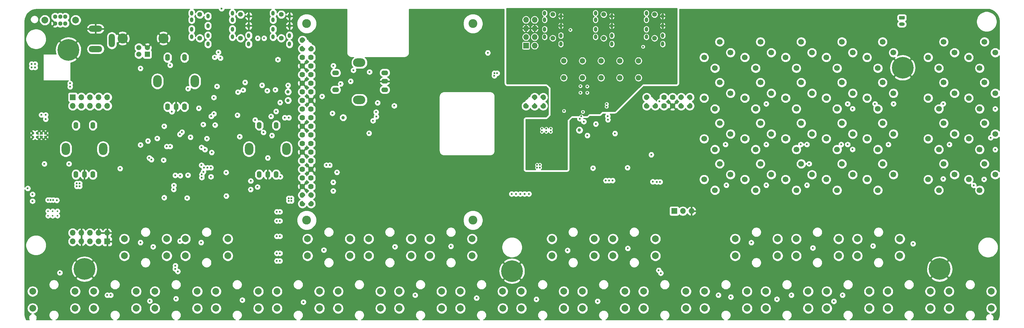
<source format=gbr>
G04 #@! TF.GenerationSoftware,KiCad,Pcbnew,5.1.9*
G04 #@! TF.CreationDate,2021-05-03T15:36:02+02:00*
G04 #@! TF.ProjectId,OTTO-Beta-Main,4f54544f-2d42-4657-9461-2d4d61696e2e,rev?*
G04 #@! TF.SameCoordinates,Original*
G04 #@! TF.FileFunction,Copper,L3,Inr*
G04 #@! TF.FilePolarity,Positive*
%FSLAX46Y46*%
G04 Gerber Fmt 4.6, Leading zero omitted, Abs format (unit mm)*
G04 Created by KiCad (PCBNEW 5.1.9) date 2021-05-03 15:36:02*
%MOMM*%
%LPD*%
G01*
G04 APERTURE LIST*
G04 #@! TA.AperFunction,ComponentPad*
%ADD10C,0.800000*%
G04 #@! TD*
G04 #@! TA.AperFunction,ComponentPad*
%ADD11C,6.400000*%
G04 #@! TD*
G04 #@! TA.AperFunction,ComponentPad*
%ADD12C,0.500000*%
G04 #@! TD*
G04 #@! TA.AperFunction,ComponentPad*
%ADD13C,1.600000*%
G04 #@! TD*
G04 #@! TA.AperFunction,ComponentPad*
%ADD14C,1.500000*%
G04 #@! TD*
G04 #@! TA.AperFunction,ComponentPad*
%ADD15R,1.500000X1.500000*%
G04 #@! TD*
G04 #@! TA.AperFunction,ComponentPad*
%ADD16C,3.000000*%
G04 #@! TD*
G04 #@! TA.AperFunction,ComponentPad*
%ADD17O,4.000000X1.800000*%
G04 #@! TD*
G04 #@! TA.AperFunction,ComponentPad*
%ADD18O,1.800000X4.000000*%
G04 #@! TD*
G04 #@! TA.AperFunction,ComponentPad*
%ADD19C,2.000000*%
G04 #@! TD*
G04 #@! TA.AperFunction,ComponentPad*
%ADD20C,1.300000*%
G04 #@! TD*
G04 #@! TA.AperFunction,ComponentPad*
%ADD21O,1.000000X1.400000*%
G04 #@! TD*
G04 #@! TA.AperFunction,WasherPad*
%ADD22C,1.400000*%
G04 #@! TD*
G04 #@! TA.AperFunction,ComponentPad*
%ADD23O,1.700000X1.700000*%
G04 #@! TD*
G04 #@! TA.AperFunction,ComponentPad*
%ADD24R,1.700000X1.700000*%
G04 #@! TD*
G04 #@! TA.AperFunction,ComponentPad*
%ADD25C,0.600000*%
G04 #@! TD*
G04 #@! TA.AperFunction,ComponentPad*
%ADD26C,1.620000*%
G04 #@! TD*
G04 #@! TA.AperFunction,ComponentPad*
%ADD27C,0.150000*%
G04 #@! TD*
G04 #@! TA.AperFunction,WasherPad*
%ADD28C,2.600000*%
G04 #@! TD*
G04 #@! TA.AperFunction,ComponentPad*
%ADD29O,1.700000X1.000000*%
G04 #@! TD*
G04 #@! TA.AperFunction,ComponentPad*
%ADD30C,1.700000*%
G04 #@! TD*
G04 #@! TA.AperFunction,ComponentPad*
%ADD31O,1.400000X2.000000*%
G04 #@! TD*
G04 #@! TA.AperFunction,ComponentPad*
%ADD32O,2.500000X3.600000*%
G04 #@! TD*
G04 #@! TA.AperFunction,ComponentPad*
%ADD33O,2.000000X1.400000*%
G04 #@! TD*
G04 #@! TA.AperFunction,ComponentPad*
%ADD34O,3.600000X2.500000*%
G04 #@! TD*
G04 #@! TA.AperFunction,ComponentPad*
%ADD35C,1.000000*%
G04 #@! TD*
G04 #@! TA.AperFunction,ViaPad*
%ADD36C,0.600000*%
G04 #@! TD*
G04 #@! TA.AperFunction,Conductor*
%ADD37C,0.254000*%
G04 #@! TD*
G04 #@! TA.AperFunction,Conductor*
%ADD38C,0.150000*%
G04 #@! TD*
G04 APERTURE END LIST*
D10*
X162897056Y-85902944D03*
X161200000Y-85200000D03*
X159502944Y-85902944D03*
X158800000Y-87600000D03*
X159502944Y-89297056D03*
X161200000Y-90000000D03*
X162897056Y-89297056D03*
X163600000Y-87600000D03*
D11*
X161200000Y-87600000D03*
D10*
X288897056Y-85302944D03*
X287200000Y-84600000D03*
X285502944Y-85302944D03*
X284800000Y-87000000D03*
X285502944Y-88697056D03*
X287200000Y-89400000D03*
X288897056Y-88697056D03*
X289600000Y-87000000D03*
D11*
X287200000Y-87000000D03*
D10*
X36894556Y-85302944D03*
X35197500Y-84600000D03*
X33500444Y-85302944D03*
X32797500Y-87000000D03*
X33500444Y-88697056D03*
X35197500Y-89400000D03*
X36894556Y-88697056D03*
X37597500Y-87000000D03*
D11*
X35197500Y-87000000D03*
D10*
X278007056Y-25911944D03*
X276310000Y-25209000D03*
X274612944Y-25911944D03*
X273910000Y-27609000D03*
X274612944Y-29306056D03*
X276310000Y-30009000D03*
X278007056Y-29306056D03*
X278710000Y-27609000D03*
D11*
X276310000Y-27609000D03*
D10*
X32167056Y-20652944D03*
X30470000Y-19950000D03*
X28772944Y-20652944D03*
X28070000Y-22350000D03*
X28772944Y-24047056D03*
X30470000Y-24750000D03*
X32167056Y-24047056D03*
X32870000Y-22350000D03*
D11*
X30470000Y-22350000D03*
D12*
X27237600Y-71306000D03*
X27237600Y-69906000D03*
X25837600Y-71306000D03*
X25837600Y-69906000D03*
X24437600Y-71306000D03*
X24437600Y-69906000D03*
D13*
X176450000Y-25550000D03*
X176450000Y-30550000D03*
X187450000Y-30550000D03*
X187450000Y-25550000D03*
X192950000Y-25550000D03*
X192950000Y-30550000D03*
X181950000Y-30550000D03*
X181950000Y-25550000D03*
X198450000Y-25550000D03*
X198450000Y-30550000D03*
D14*
X53720000Y-21660000D03*
D15*
X53720000Y-23660000D03*
D14*
X51220000Y-21660000D03*
X51220000Y-23660000D03*
D16*
X46450000Y-18950000D03*
X58490000Y-18950000D03*
D17*
X38470000Y-22100000D03*
D18*
X43270000Y-19600000D03*
D17*
X38470000Y-16100000D03*
D19*
X32620000Y-13550000D03*
X23520000Y-13560000D03*
D20*
X29570000Y-12550000D03*
X28070000Y-12550000D03*
X26570000Y-12550000D03*
X29570000Y-14550000D03*
X28070000Y-14550000D03*
X26570000Y-14550000D03*
D21*
X95600000Y-12400000D03*
X95600000Y-15250000D03*
X95600000Y-18100000D03*
X95600000Y-20600000D03*
X90800000Y-18500000D03*
X90800000Y-16250000D03*
X90800000Y-13450000D03*
X90800000Y-11500000D03*
D22*
X93200000Y-11900000D03*
X93200000Y-18900000D03*
D21*
X175600000Y-12400000D03*
X175600000Y-15250000D03*
X175600000Y-18100000D03*
X175600000Y-20600000D03*
X170800000Y-18500000D03*
X170800000Y-16250000D03*
X170800000Y-13450000D03*
X170800000Y-11500000D03*
D22*
X173200000Y-11900000D03*
X173200000Y-18900000D03*
D21*
X190600000Y-12400000D03*
X190600000Y-15250000D03*
X190600000Y-18100000D03*
X190600000Y-20600000D03*
X185800000Y-18500000D03*
X185800000Y-16250000D03*
X185800000Y-13450000D03*
X185800000Y-11500000D03*
D22*
X188200000Y-11900000D03*
X188200000Y-18900000D03*
D21*
X205600000Y-12400000D03*
X205600000Y-15250000D03*
X205600000Y-18100000D03*
X205600000Y-20600000D03*
X200800000Y-18500000D03*
X200800000Y-16250000D03*
X200800000Y-13450000D03*
X200800000Y-11500000D03*
D22*
X203200000Y-11900000D03*
X203200000Y-18900000D03*
D21*
X71600000Y-12400000D03*
X71600000Y-15250000D03*
X71600000Y-18100000D03*
X71600000Y-20600000D03*
X66800000Y-18500000D03*
X66800000Y-16250000D03*
X66800000Y-13450000D03*
X66800000Y-11500000D03*
D22*
X69200000Y-11900000D03*
X69200000Y-18900000D03*
D21*
X83600000Y-12400000D03*
X83600000Y-15250000D03*
X83600000Y-18100000D03*
X83600000Y-20600000D03*
X78800000Y-18500000D03*
X78800000Y-16250000D03*
X78800000Y-13450000D03*
X78800000Y-11500000D03*
D22*
X81200000Y-11900000D03*
X81200000Y-18900000D03*
D23*
X41915800Y-38856000D03*
X41915800Y-36316000D03*
X39375800Y-38856000D03*
X39375800Y-36316000D03*
X36835800Y-38856000D03*
X36835800Y-36316000D03*
X34295800Y-38856000D03*
X34295800Y-36316000D03*
X31755800Y-38856000D03*
D24*
X31755800Y-36316000D03*
D23*
X31755800Y-76316000D03*
X31755800Y-78856000D03*
X34295800Y-76316000D03*
X34295800Y-78856000D03*
X36835800Y-76316000D03*
X36835800Y-78856000D03*
X39375800Y-76316000D03*
X39375800Y-78856000D03*
X41915800Y-76316000D03*
D24*
X41915800Y-78856000D03*
D25*
X23702400Y-48070200D03*
X22502400Y-48070200D03*
X22502400Y-46870200D03*
X23702400Y-46870200D03*
X20102400Y-48070200D03*
X21202400Y-48070200D03*
X21202400Y-46870200D03*
X20102400Y-46870200D03*
D26*
X99430000Y-37250000D03*
X99430000Y-42330000D03*
X99430000Y-29630000D03*
X99430000Y-27090000D03*
X99430000Y-39790000D03*
X99430000Y-34710000D03*
X99430000Y-32170000D03*
X99430000Y-24550000D03*
X99430000Y-62650000D03*
X99430000Y-47410000D03*
X99430000Y-60110000D03*
X99430000Y-44870000D03*
X99430000Y-57570000D03*
X99430000Y-49950000D03*
X99430000Y-55030000D03*
X99430000Y-52490000D03*
X101970000Y-49950000D03*
X101970000Y-44870000D03*
X101970000Y-47410000D03*
X101970000Y-62650000D03*
X101970000Y-52490000D03*
X101970000Y-55030000D03*
X101970000Y-57570000D03*
X101970000Y-60110000D03*
X101970000Y-42330000D03*
X101970000Y-34710000D03*
X101970000Y-37250000D03*
X101970000Y-39790000D03*
X101970000Y-32170000D03*
X101970000Y-27090000D03*
X101970000Y-29630000D03*
X101970000Y-24550000D03*
G04 #@! TA.AperFunction,ComponentPad*
D27*
G36*
X101899528Y-20279997D02*
G01*
X101899476Y-20279999D01*
X101899415Y-20279996D01*
X101897906Y-20279985D01*
X101891399Y-20279576D01*
X101884841Y-20279232D01*
X101884062Y-20279114D01*
X101883280Y-20279065D01*
X101876849Y-20278023D01*
X101870352Y-20277041D01*
X101869586Y-20276847D01*
X101868813Y-20276722D01*
X101862492Y-20275052D01*
X101856145Y-20273446D01*
X101855407Y-20273180D01*
X101854645Y-20272979D01*
X101848534Y-20270706D01*
X101842356Y-20268482D01*
X101841639Y-20268141D01*
X101840909Y-20267870D01*
X101835088Y-20265031D01*
X101829117Y-20262196D01*
X101828438Y-20261788D01*
X101827737Y-20261446D01*
X101822155Y-20258012D01*
X101816556Y-20254647D01*
X101815931Y-20254183D01*
X101815255Y-20253767D01*
X101810024Y-20249796D01*
X101804790Y-20245910D01*
X101804207Y-20245382D01*
X101803582Y-20244907D01*
X101798769Y-20240450D01*
X101793934Y-20236066D01*
X101203934Y-19646066D01*
X101203606Y-19645734D01*
X101203564Y-19645695D01*
X101203520Y-19645646D01*
X101202464Y-19644575D01*
X101198152Y-19639684D01*
X101193758Y-19634804D01*
X101193291Y-19634171D01*
X101192772Y-19633582D01*
X101188936Y-19628263D01*
X101185062Y-19623009D01*
X101184662Y-19622338D01*
X101184199Y-19621696D01*
X101180891Y-19616012D01*
X101177558Y-19610421D01*
X101177224Y-19609712D01*
X101176828Y-19609031D01*
X101174122Y-19603120D01*
X101171318Y-19597161D01*
X101171050Y-19596409D01*
X101170728Y-19595705D01*
X101168618Y-19589578D01*
X101166402Y-19583355D01*
X101166212Y-19582591D01*
X101165956Y-19581849D01*
X101164439Y-19575482D01*
X101162857Y-19569135D01*
X101162742Y-19568358D01*
X101162560Y-19567593D01*
X101161678Y-19561154D01*
X101160716Y-19554637D01*
X101160678Y-19553852D01*
X101160571Y-19553074D01*
X101160320Y-19546549D01*
X101160000Y-19540000D01*
X101160000Y-19470000D01*
X101160015Y-19467906D01*
X101160179Y-19465299D01*
X101160179Y-19462672D01*
X101163329Y-19398267D01*
X101163446Y-19396177D01*
X101164139Y-19390001D01*
X101164759Y-19383682D01*
X101174179Y-19319892D01*
X101174500Y-19317822D01*
X101175795Y-19311728D01*
X101177025Y-19305517D01*
X101192624Y-19242952D01*
X101193146Y-19240924D01*
X101195029Y-19234988D01*
X101196861Y-19228919D01*
X101218492Y-19168175D01*
X101219208Y-19166207D01*
X101221685Y-19160428D01*
X101224076Y-19154627D01*
X101251531Y-19096282D01*
X101252436Y-19094394D01*
X101255451Y-19088910D01*
X101258411Y-19083343D01*
X101291428Y-19027956D01*
X101292513Y-19026165D01*
X101296057Y-19020989D01*
X101299538Y-19015749D01*
X101337803Y-18963848D01*
X101339058Y-18962171D01*
X101343087Y-18957369D01*
X101347064Y-18952493D01*
X101390210Y-18904573D01*
X101391622Y-18903027D01*
X101396120Y-18898621D01*
X101400538Y-18894173D01*
X101448155Y-18850692D01*
X101449711Y-18849291D01*
X101454619Y-18845345D01*
X101459447Y-18841351D01*
X101511080Y-18802725D01*
X101512766Y-18801482D01*
X101518010Y-18798051D01*
X101523229Y-18794530D01*
X101578384Y-18761127D01*
X101580183Y-18760055D01*
X101585720Y-18757160D01*
X101591275Y-18754157D01*
X101649427Y-18726295D01*
X101651322Y-18725404D01*
X101657118Y-18723062D01*
X101662937Y-18720616D01*
X101723530Y-18698562D01*
X101725503Y-18697860D01*
X101731514Y-18696091D01*
X101737529Y-18694229D01*
X101799978Y-18678195D01*
X101799987Y-18678192D01*
X101799998Y-18678190D01*
X101802017Y-18677686D01*
X101808200Y-18676507D01*
X101814343Y-18675246D01*
X101878053Y-18665384D01*
X101878062Y-18665382D01*
X101878072Y-18665381D01*
X101880136Y-18665076D01*
X101886363Y-18664509D01*
X101892636Y-18663850D01*
X101957018Y-18660250D01*
X101959109Y-18660148D01*
X101965391Y-18660192D01*
X101971672Y-18660148D01*
X102036099Y-18662848D01*
X102038190Y-18662950D01*
X102044444Y-18663607D01*
X102050693Y-18664176D01*
X102114544Y-18673149D01*
X102114550Y-18673150D01*
X102114557Y-18673151D01*
X102116619Y-18673456D01*
X102122727Y-18674710D01*
X102128945Y-18675896D01*
X102191618Y-18691059D01*
X102193650Y-18691566D01*
X102199648Y-18693423D01*
X102205675Y-18695197D01*
X102266570Y-18716403D01*
X102268543Y-18717105D01*
X102274338Y-18719541D01*
X102280158Y-18721892D01*
X102338693Y-18748939D01*
X102340587Y-18749831D01*
X102346126Y-18752825D01*
X102351680Y-18755729D01*
X102407297Y-18788359D01*
X102409095Y-18789431D01*
X102414310Y-18792948D01*
X102419559Y-18796383D01*
X102471726Y-18834284D01*
X102471728Y-18834285D01*
X102471735Y-18834291D01*
X102473411Y-18835527D01*
X102478229Y-18839512D01*
X102483148Y-18843468D01*
X102531367Y-18886278D01*
X102532923Y-18887680D01*
X102537319Y-18892107D01*
X102541838Y-18896532D01*
X102585649Y-18943844D01*
X102587061Y-18945391D01*
X102590998Y-18950218D01*
X102595069Y-18955070D01*
X102634054Y-19006432D01*
X102635308Y-19008109D01*
X102638786Y-19013342D01*
X102642334Y-19018525D01*
X102676122Y-19073446D01*
X102677206Y-19075238D01*
X102680134Y-19080744D01*
X102683181Y-19086287D01*
X102711448Y-19144241D01*
X102712352Y-19146130D01*
X102714739Y-19151922D01*
X102717221Y-19157712D01*
X102739698Y-19218150D01*
X102740414Y-19220117D01*
X102742225Y-19226115D01*
X102744130Y-19232120D01*
X102760601Y-19294462D01*
X102761121Y-19296491D01*
X102762339Y-19302639D01*
X102763647Y-19308794D01*
X102773957Y-19372448D01*
X102774277Y-19374517D01*
X102774890Y-19380761D01*
X102775591Y-19387012D01*
X102779640Y-19451366D01*
X102779757Y-19453457D01*
X102779757Y-19459765D01*
X102779845Y-19466021D01*
X102777594Y-19530463D01*
X102777505Y-19532555D01*
X102776895Y-19538780D01*
X102776367Y-19545065D01*
X102767839Y-19608981D01*
X102767548Y-19611054D01*
X102766330Y-19617204D01*
X102765194Y-19623395D01*
X102750470Y-19686173D01*
X102749977Y-19688208D01*
X102748170Y-19694195D01*
X102746430Y-19700263D01*
X102725649Y-19761303D01*
X102724960Y-19763281D01*
X102722570Y-19769079D01*
X102720255Y-19774926D01*
X102693618Y-19833649D01*
X102692740Y-19835550D01*
X102689791Y-19841096D01*
X102686918Y-19846686D01*
X102654677Y-19902528D01*
X102653617Y-19904334D01*
X102650159Y-19909539D01*
X102646740Y-19914844D01*
X102609204Y-19967275D01*
X102607973Y-19968969D01*
X102604020Y-19973816D01*
X102600100Y-19978762D01*
X102557626Y-20027279D01*
X102556235Y-20028845D01*
X102551792Y-20033319D01*
X102547445Y-20037821D01*
X102500451Y-20081951D01*
X102500441Y-20081961D01*
X102500429Y-20081972D01*
X102498904Y-20083383D01*
X102494111Y-20087348D01*
X102489281Y-20091459D01*
X102438193Y-20130801D01*
X102436525Y-20132067D01*
X102431351Y-20135557D01*
X102426160Y-20139165D01*
X102371476Y-20173336D01*
X102369692Y-20174433D01*
X102364186Y-20177410D01*
X102358681Y-20180487D01*
X102300933Y-20209152D01*
X102300925Y-20209156D01*
X102300915Y-20209160D01*
X102299042Y-20210074D01*
X102293276Y-20212498D01*
X102287496Y-20215023D01*
X102227217Y-20237921D01*
X102225254Y-20238650D01*
X102219283Y-20240499D01*
X102213281Y-20242449D01*
X102151055Y-20259356D01*
X102151052Y-20259357D01*
X102151047Y-20259358D01*
X102149030Y-20259891D01*
X102142901Y-20261149D01*
X102136739Y-20262504D01*
X102073161Y-20273257D01*
X102071094Y-20273591D01*
X102064866Y-20274246D01*
X102058610Y-20274992D01*
X101994285Y-20279490D01*
X101992195Y-20279621D01*
X101988798Y-20279645D01*
X101985395Y-20279847D01*
X101971573Y-20279992D01*
X101970060Y-20279997D01*
X101970000Y-20280000D01*
X101900000Y-20280000D01*
X101899528Y-20279997D01*
G37*
G04 #@! TD.AperFunction*
G04 #@! TA.AperFunction,ComponentPad*
G36*
X99427906Y-20279985D02*
G01*
X99425299Y-20279821D01*
X99422672Y-20279821D01*
X99358267Y-20276671D01*
X99358265Y-20276671D01*
X99356177Y-20276554D01*
X99349966Y-20275857D01*
X99343682Y-20275241D01*
X99279892Y-20265821D01*
X99277822Y-20265500D01*
X99271720Y-20264203D01*
X99265518Y-20262975D01*
X99202952Y-20247376D01*
X99200924Y-20246855D01*
X99194930Y-20244954D01*
X99188920Y-20243139D01*
X99128175Y-20221508D01*
X99126208Y-20220792D01*
X99120428Y-20218315D01*
X99114627Y-20215924D01*
X99056282Y-20188469D01*
X99054394Y-20187564D01*
X99048910Y-20184549D01*
X99043343Y-20181589D01*
X98987956Y-20148572D01*
X98986165Y-20147487D01*
X98980989Y-20143943D01*
X98975749Y-20140462D01*
X98923848Y-20102197D01*
X98922171Y-20100942D01*
X98917369Y-20096913D01*
X98912493Y-20092936D01*
X98864573Y-20049790D01*
X98863027Y-20048378D01*
X98858642Y-20043900D01*
X98854172Y-20039462D01*
X98810692Y-19991845D01*
X98809291Y-19990288D01*
X98805358Y-19985397D01*
X98801351Y-19980553D01*
X98762725Y-19928920D01*
X98761483Y-19927234D01*
X98758070Y-19922019D01*
X98754530Y-19916771D01*
X98721127Y-19861616D01*
X98720056Y-19859817D01*
X98717165Y-19854288D01*
X98714157Y-19848725D01*
X98686295Y-19790573D01*
X98685404Y-19788679D01*
X98683052Y-19782857D01*
X98680616Y-19777063D01*
X98658562Y-19716470D01*
X98657860Y-19714497D01*
X98656091Y-19708486D01*
X98654229Y-19702471D01*
X98638192Y-19640014D01*
X98637686Y-19637982D01*
X98636508Y-19631808D01*
X98635246Y-19625657D01*
X98625381Y-19561935D01*
X98625076Y-19559864D01*
X98624509Y-19553632D01*
X98623850Y-19547363D01*
X98620250Y-19482982D01*
X98620148Y-19480890D01*
X98620192Y-19474609D01*
X98620148Y-19468328D01*
X98622848Y-19403901D01*
X98622950Y-19401810D01*
X98623607Y-19395556D01*
X98624176Y-19389307D01*
X98633150Y-19325452D01*
X98633456Y-19323381D01*
X98634705Y-19317297D01*
X98635896Y-19311055D01*
X98651059Y-19248382D01*
X98651566Y-19246350D01*
X98653423Y-19240352D01*
X98655197Y-19234325D01*
X98676403Y-19173430D01*
X98677105Y-19171457D01*
X98679541Y-19165662D01*
X98681892Y-19159842D01*
X98708939Y-19101307D01*
X98709831Y-19099413D01*
X98712825Y-19093874D01*
X98715729Y-19088320D01*
X98748359Y-19032703D01*
X98749431Y-19030905D01*
X98752948Y-19025690D01*
X98756383Y-19020441D01*
X98794284Y-18968274D01*
X98795527Y-18966589D01*
X98799512Y-18961771D01*
X98803468Y-18956852D01*
X98846278Y-18908633D01*
X98847680Y-18907077D01*
X98852107Y-18902681D01*
X98856532Y-18898162D01*
X98903844Y-18854351D01*
X98905391Y-18852939D01*
X98910218Y-18849002D01*
X98915070Y-18844931D01*
X98966432Y-18805946D01*
X98968109Y-18804692D01*
X98973342Y-18801214D01*
X98978525Y-18797666D01*
X99033446Y-18763878D01*
X99035238Y-18762794D01*
X99040744Y-18759866D01*
X99046287Y-18756819D01*
X99104241Y-18728552D01*
X99106130Y-18727648D01*
X99111922Y-18725261D01*
X99117712Y-18722779D01*
X99178147Y-18700303D01*
X99178152Y-18700301D01*
X99178158Y-18700299D01*
X99180117Y-18699586D01*
X99186107Y-18697777D01*
X99192120Y-18695870D01*
X99254462Y-18679399D01*
X99256491Y-18678879D01*
X99262639Y-18677661D01*
X99268794Y-18676353D01*
X99332448Y-18666043D01*
X99334517Y-18665723D01*
X99340761Y-18665110D01*
X99347012Y-18664409D01*
X99411366Y-18660360D01*
X99413457Y-18660243D01*
X99419732Y-18660243D01*
X99426022Y-18660155D01*
X99490463Y-18662406D01*
X99492556Y-18662495D01*
X99498787Y-18663106D01*
X99505065Y-18663633D01*
X99568981Y-18672161D01*
X99571055Y-18672452D01*
X99577225Y-18673674D01*
X99583394Y-18674806D01*
X99646173Y-18689530D01*
X99648208Y-18690023D01*
X99654186Y-18691828D01*
X99660263Y-18693570D01*
X99721304Y-18714351D01*
X99723281Y-18715040D01*
X99729079Y-18717430D01*
X99734926Y-18719745D01*
X99793649Y-18746382D01*
X99793652Y-18746383D01*
X99793659Y-18746387D01*
X99795550Y-18747260D01*
X99801096Y-18750209D01*
X99806686Y-18753082D01*
X99862528Y-18785323D01*
X99864334Y-18786383D01*
X99869539Y-18789841D01*
X99874844Y-18793260D01*
X99927275Y-18830796D01*
X99928969Y-18832027D01*
X99933816Y-18835980D01*
X99938762Y-18839900D01*
X99987279Y-18882374D01*
X99988845Y-18883765D01*
X99993334Y-18888222D01*
X99997821Y-18892555D01*
X100041961Y-18939560D01*
X100043384Y-18941096D01*
X100047398Y-18945949D01*
X100051459Y-18950720D01*
X100090802Y-19001807D01*
X100092067Y-19003476D01*
X100095552Y-19008643D01*
X100099164Y-19013840D01*
X100133336Y-19068524D01*
X100134432Y-19070308D01*
X100137402Y-19075800D01*
X100140487Y-19081320D01*
X100169157Y-19139076D01*
X100170074Y-19140959D01*
X100172480Y-19146683D01*
X100175023Y-19152503D01*
X100197921Y-19212783D01*
X100198650Y-19214745D01*
X100200502Y-19220729D01*
X100202449Y-19226719D01*
X100219356Y-19288945D01*
X100219891Y-19290970D01*
X100221149Y-19297099D01*
X100222504Y-19303261D01*
X100233257Y-19366839D01*
X100233591Y-19368906D01*
X100234246Y-19375134D01*
X100234992Y-19381390D01*
X100239490Y-19445715D01*
X100239621Y-19447805D01*
X100239645Y-19451202D01*
X100239847Y-19454604D01*
X100239992Y-19468427D01*
X100239997Y-19469940D01*
X100240000Y-19470000D01*
X100240000Y-19540000D01*
X100239997Y-19540472D01*
X100239999Y-19540524D01*
X100239996Y-19540585D01*
X100239985Y-19542094D01*
X100239576Y-19548601D01*
X100239232Y-19555159D01*
X100239114Y-19555938D01*
X100239065Y-19556720D01*
X100238023Y-19563151D01*
X100237041Y-19569648D01*
X100236847Y-19570414D01*
X100236722Y-19571187D01*
X100235052Y-19577508D01*
X100233446Y-19583855D01*
X100233180Y-19584593D01*
X100232979Y-19585355D01*
X100230706Y-19591466D01*
X100228482Y-19597644D01*
X100228141Y-19598361D01*
X100227870Y-19599091D01*
X100225031Y-19604912D01*
X100222196Y-19610883D01*
X100221788Y-19611562D01*
X100221446Y-19612263D01*
X100218012Y-19617845D01*
X100214647Y-19623444D01*
X100214183Y-19624069D01*
X100213767Y-19624745D01*
X100209796Y-19629976D01*
X100205910Y-19635210D01*
X100205382Y-19635793D01*
X100204907Y-19636418D01*
X100200450Y-19641231D01*
X100196066Y-19646066D01*
X99606066Y-20236066D01*
X99605734Y-20236394D01*
X99605695Y-20236436D01*
X99605646Y-20236480D01*
X99604575Y-20237536D01*
X99599684Y-20241848D01*
X99594804Y-20246242D01*
X99594171Y-20246709D01*
X99593582Y-20247228D01*
X99588263Y-20251064D01*
X99583009Y-20254938D01*
X99582338Y-20255338D01*
X99581696Y-20255801D01*
X99576012Y-20259109D01*
X99570421Y-20262442D01*
X99569712Y-20262776D01*
X99569031Y-20263172D01*
X99563120Y-20265878D01*
X99557161Y-20268682D01*
X99556409Y-20268950D01*
X99555705Y-20269272D01*
X99549578Y-20271382D01*
X99543355Y-20273598D01*
X99542591Y-20273788D01*
X99541849Y-20274044D01*
X99535482Y-20275561D01*
X99529135Y-20277143D01*
X99528358Y-20277258D01*
X99527593Y-20277440D01*
X99521107Y-20278328D01*
X99514637Y-20279284D01*
X99513852Y-20279322D01*
X99513074Y-20279429D01*
X99506528Y-20279681D01*
X99500000Y-20280000D01*
X99430000Y-20280000D01*
X99427906Y-20279985D01*
G37*
G04 #@! TD.AperFunction*
G04 #@! TA.AperFunction,ComponentPad*
G36*
X101909537Y-22817594D02*
G01*
X101907445Y-22817505D01*
X101901220Y-22816895D01*
X101894935Y-22816367D01*
X101831019Y-22807839D01*
X101828946Y-22807548D01*
X101822796Y-22806330D01*
X101816605Y-22805194D01*
X101753827Y-22790470D01*
X101751792Y-22789977D01*
X101745805Y-22788170D01*
X101739737Y-22786430D01*
X101678697Y-22765649D01*
X101676719Y-22764960D01*
X101670921Y-22762570D01*
X101665074Y-22760255D01*
X101606354Y-22733619D01*
X101606348Y-22733617D01*
X101606341Y-22733613D01*
X101604450Y-22732740D01*
X101598904Y-22729791D01*
X101593314Y-22726918D01*
X101537472Y-22694677D01*
X101535666Y-22693617D01*
X101530461Y-22690159D01*
X101525156Y-22686740D01*
X101472725Y-22649204D01*
X101471031Y-22647973D01*
X101466184Y-22644020D01*
X101461238Y-22640100D01*
X101412721Y-22597626D01*
X101411155Y-22596235D01*
X101406681Y-22591792D01*
X101402179Y-22587445D01*
X101358049Y-22540451D01*
X101358039Y-22540441D01*
X101358028Y-22540429D01*
X101356617Y-22538904D01*
X101352652Y-22534111D01*
X101348541Y-22529281D01*
X101309199Y-22478193D01*
X101307933Y-22476525D01*
X101304443Y-22471351D01*
X101300835Y-22466160D01*
X101266664Y-22411476D01*
X101265567Y-22409692D01*
X101262590Y-22404186D01*
X101259513Y-22398681D01*
X101230844Y-22340924D01*
X101229926Y-22339042D01*
X101227502Y-22333276D01*
X101224977Y-22327496D01*
X101202079Y-22267217D01*
X101201350Y-22265254D01*
X101199501Y-22259283D01*
X101197551Y-22253281D01*
X101180644Y-22191055D01*
X101180109Y-22189030D01*
X101178851Y-22182901D01*
X101177496Y-22176739D01*
X101166743Y-22113161D01*
X101166409Y-22111094D01*
X101165754Y-22104866D01*
X101165008Y-22098610D01*
X101160510Y-22034285D01*
X101160379Y-22032195D01*
X101160355Y-22028798D01*
X101160153Y-22025395D01*
X101160008Y-22011573D01*
X101160003Y-22010060D01*
X101160000Y-22010000D01*
X101160000Y-21940000D01*
X101160003Y-21939528D01*
X101160001Y-21939476D01*
X101160004Y-21939415D01*
X101160015Y-21937906D01*
X101160424Y-21931399D01*
X101160768Y-21924841D01*
X101160886Y-21924062D01*
X101160935Y-21923280D01*
X101161977Y-21916849D01*
X101162959Y-21910352D01*
X101163153Y-21909586D01*
X101163278Y-21908813D01*
X101164948Y-21902492D01*
X101166554Y-21896145D01*
X101166820Y-21895407D01*
X101167021Y-21894645D01*
X101169294Y-21888534D01*
X101171518Y-21882356D01*
X101171859Y-21881639D01*
X101172130Y-21880909D01*
X101174944Y-21875140D01*
X101177804Y-21869117D01*
X101178212Y-21868438D01*
X101178554Y-21867737D01*
X101181988Y-21862155D01*
X101185353Y-21856556D01*
X101185817Y-21855931D01*
X101186233Y-21855255D01*
X101190204Y-21850024D01*
X101194090Y-21844790D01*
X101194618Y-21844207D01*
X101195093Y-21843582D01*
X101199550Y-21838769D01*
X101203934Y-21833934D01*
X101793934Y-21243934D01*
X101794266Y-21243606D01*
X101794305Y-21243564D01*
X101794354Y-21243520D01*
X101795425Y-21242464D01*
X101800316Y-21238152D01*
X101805196Y-21233758D01*
X101805829Y-21233291D01*
X101806418Y-21232772D01*
X101811737Y-21228936D01*
X101816991Y-21225062D01*
X101817662Y-21224662D01*
X101818304Y-21224199D01*
X101823988Y-21220891D01*
X101829579Y-21217558D01*
X101830288Y-21217224D01*
X101830969Y-21216828D01*
X101836880Y-21214122D01*
X101842839Y-21211318D01*
X101843591Y-21211050D01*
X101844295Y-21210728D01*
X101850422Y-21208618D01*
X101856645Y-21206402D01*
X101857409Y-21206212D01*
X101858151Y-21205956D01*
X101864518Y-21204439D01*
X101870865Y-21202857D01*
X101871642Y-21202742D01*
X101872407Y-21202560D01*
X101878893Y-21201672D01*
X101885363Y-21200716D01*
X101886148Y-21200678D01*
X101886926Y-21200571D01*
X101893472Y-21200319D01*
X101900000Y-21200000D01*
X101970000Y-21200000D01*
X101972094Y-21200015D01*
X101974701Y-21200179D01*
X101977328Y-21200179D01*
X102041733Y-21203329D01*
X102043823Y-21203446D01*
X102050037Y-21204143D01*
X102056318Y-21204759D01*
X102120108Y-21214179D01*
X102122178Y-21214500D01*
X102128272Y-21215795D01*
X102134483Y-21217025D01*
X102197048Y-21232624D01*
X102199076Y-21233146D01*
X102205012Y-21235029D01*
X102211081Y-21236861D01*
X102271825Y-21258492D01*
X102273793Y-21259208D01*
X102279572Y-21261685D01*
X102285373Y-21264076D01*
X102343718Y-21291531D01*
X102345606Y-21292436D01*
X102351090Y-21295451D01*
X102356657Y-21298411D01*
X102412044Y-21331428D01*
X102413835Y-21332513D01*
X102419011Y-21336057D01*
X102424251Y-21339538D01*
X102476152Y-21377803D01*
X102477829Y-21379058D01*
X102482631Y-21383087D01*
X102487507Y-21387064D01*
X102535427Y-21430210D01*
X102536973Y-21431622D01*
X102541379Y-21436120D01*
X102545827Y-21440538D01*
X102589308Y-21488155D01*
X102590709Y-21489711D01*
X102594655Y-21494619D01*
X102598649Y-21499447D01*
X102637275Y-21551080D01*
X102638518Y-21552766D01*
X102641949Y-21558010D01*
X102645470Y-21563229D01*
X102678873Y-21618384D01*
X102679945Y-21620183D01*
X102682840Y-21625720D01*
X102685843Y-21631275D01*
X102713705Y-21689427D01*
X102714596Y-21691322D01*
X102716938Y-21697118D01*
X102719384Y-21702937D01*
X102741438Y-21763530D01*
X102742140Y-21765503D01*
X102743909Y-21771514D01*
X102745771Y-21777529D01*
X102761807Y-21839985D01*
X102761808Y-21839987D01*
X102761810Y-21839998D01*
X102762314Y-21842017D01*
X102763493Y-21848200D01*
X102764754Y-21854343D01*
X102774618Y-21918065D01*
X102774924Y-21920136D01*
X102775491Y-21926363D01*
X102776150Y-21932636D01*
X102779750Y-21997018D01*
X102779852Y-21999109D01*
X102779808Y-22005391D01*
X102779852Y-22011673D01*
X102777152Y-22076099D01*
X102777050Y-22078191D01*
X102776393Y-22084442D01*
X102775824Y-22090694D01*
X102766850Y-22154548D01*
X102766544Y-22156620D01*
X102765289Y-22162735D01*
X102764104Y-22168945D01*
X102748941Y-22231618D01*
X102748434Y-22233650D01*
X102746577Y-22239648D01*
X102744803Y-22245675D01*
X102723597Y-22306570D01*
X102722894Y-22308543D01*
X102720473Y-22314303D01*
X102718108Y-22320158D01*
X102691068Y-22378676D01*
X102691061Y-22378693D01*
X102691051Y-22378712D01*
X102690169Y-22380588D01*
X102687191Y-22386095D01*
X102684271Y-22391680D01*
X102651642Y-22447296D01*
X102650569Y-22449095D01*
X102647061Y-22454296D01*
X102643617Y-22459559D01*
X102605716Y-22511726D01*
X102604473Y-22513412D01*
X102600467Y-22518255D01*
X102596533Y-22523148D01*
X102553722Y-22571367D01*
X102552320Y-22572923D01*
X102547893Y-22577319D01*
X102543468Y-22581838D01*
X102496156Y-22625649D01*
X102494609Y-22627061D01*
X102489743Y-22631030D01*
X102484930Y-22635068D01*
X102433568Y-22674054D01*
X102431891Y-22675308D01*
X102426692Y-22678762D01*
X102421475Y-22682335D01*
X102366553Y-22716122D01*
X102364762Y-22717206D01*
X102359274Y-22720124D01*
X102353714Y-22723181D01*
X102295759Y-22751448D01*
X102293870Y-22752352D01*
X102288078Y-22754739D01*
X102282288Y-22757221D01*
X102221851Y-22779698D01*
X102219883Y-22780414D01*
X102213893Y-22782223D01*
X102207880Y-22784130D01*
X102145538Y-22800601D01*
X102143510Y-22801121D01*
X102137338Y-22802343D01*
X102131205Y-22803647D01*
X102067552Y-22813957D01*
X102065482Y-22814277D01*
X102059246Y-22814889D01*
X102052988Y-22815591D01*
X101988634Y-22819640D01*
X101986543Y-22819756D01*
X101980310Y-22819756D01*
X101973979Y-22819845D01*
X101909537Y-22817594D01*
G37*
G04 #@! TD.AperFunction*
G04 #@! TA.AperFunction,ComponentPad*
G36*
X99363901Y-22817152D02*
G01*
X99363899Y-22817152D01*
X99361809Y-22817050D01*
X99355558Y-22816393D01*
X99349306Y-22815824D01*
X99285456Y-22806851D01*
X99285450Y-22806850D01*
X99285443Y-22806849D01*
X99283380Y-22806544D01*
X99277265Y-22805289D01*
X99271055Y-22804104D01*
X99208382Y-22788941D01*
X99206350Y-22788434D01*
X99200352Y-22786577D01*
X99194325Y-22784803D01*
X99133430Y-22763597D01*
X99131457Y-22762894D01*
X99125697Y-22760473D01*
X99119842Y-22758108D01*
X99061324Y-22731068D01*
X99061307Y-22731061D01*
X99061288Y-22731051D01*
X99059412Y-22730169D01*
X99053905Y-22727191D01*
X99048320Y-22724271D01*
X98992704Y-22691642D01*
X98990905Y-22690569D01*
X98985704Y-22687061D01*
X98980441Y-22683617D01*
X98928274Y-22645716D01*
X98926588Y-22644473D01*
X98921745Y-22640467D01*
X98916852Y-22636533D01*
X98868633Y-22593722D01*
X98867077Y-22592320D01*
X98862681Y-22587893D01*
X98858162Y-22583468D01*
X98814351Y-22536156D01*
X98812939Y-22534609D01*
X98808970Y-22529743D01*
X98804932Y-22524930D01*
X98765946Y-22473568D01*
X98764692Y-22471891D01*
X98761238Y-22466692D01*
X98757665Y-22461475D01*
X98723878Y-22406553D01*
X98722794Y-22404762D01*
X98719876Y-22399274D01*
X98716819Y-22393714D01*
X98688552Y-22335759D01*
X98687648Y-22333870D01*
X98685261Y-22328078D01*
X98682779Y-22322288D01*
X98660302Y-22261851D01*
X98659586Y-22259883D01*
X98657777Y-22253893D01*
X98655870Y-22247880D01*
X98639399Y-22185538D01*
X98638879Y-22183510D01*
X98637657Y-22177338D01*
X98636353Y-22171205D01*
X98626043Y-22107552D01*
X98625723Y-22105482D01*
X98625111Y-22099246D01*
X98624409Y-22092988D01*
X98620360Y-22028634D01*
X98620244Y-22026543D01*
X98620244Y-22020309D01*
X98620155Y-22013978D01*
X98622406Y-21949537D01*
X98622495Y-21947444D01*
X98623106Y-21941213D01*
X98623633Y-21934935D01*
X98632161Y-21871019D01*
X98632452Y-21868945D01*
X98633674Y-21862775D01*
X98634806Y-21856606D01*
X98649530Y-21793827D01*
X98650023Y-21791792D01*
X98651828Y-21785814D01*
X98653570Y-21779737D01*
X98674351Y-21718696D01*
X98675040Y-21716719D01*
X98677430Y-21710921D01*
X98679745Y-21705074D01*
X98706382Y-21646351D01*
X98707260Y-21644450D01*
X98710209Y-21638904D01*
X98713082Y-21633314D01*
X98745323Y-21577472D01*
X98746383Y-21575666D01*
X98749841Y-21570461D01*
X98753260Y-21565156D01*
X98790796Y-21512725D01*
X98792027Y-21511031D01*
X98795980Y-21506184D01*
X98799900Y-21501238D01*
X98842374Y-21452721D01*
X98843765Y-21451155D01*
X98848208Y-21446681D01*
X98852555Y-21442179D01*
X98899560Y-21398039D01*
X98901096Y-21396616D01*
X98905949Y-21392602D01*
X98910720Y-21388541D01*
X98961807Y-21349198D01*
X98963476Y-21347933D01*
X98968643Y-21344448D01*
X98973840Y-21340836D01*
X99028524Y-21306664D01*
X99030308Y-21305568D01*
X99035800Y-21302598D01*
X99041320Y-21299513D01*
X99099076Y-21270843D01*
X99100959Y-21269926D01*
X99106683Y-21267520D01*
X99112503Y-21264977D01*
X99172783Y-21242079D01*
X99174745Y-21241350D01*
X99180729Y-21239498D01*
X99186719Y-21237551D01*
X99248945Y-21220644D01*
X99248948Y-21220643D01*
X99248953Y-21220642D01*
X99250970Y-21220109D01*
X99257099Y-21218851D01*
X99263261Y-21217496D01*
X99326839Y-21206743D01*
X99328906Y-21206409D01*
X99335134Y-21205754D01*
X99341390Y-21205008D01*
X99405715Y-21200510D01*
X99407805Y-21200379D01*
X99411202Y-21200355D01*
X99414604Y-21200153D01*
X99428427Y-21200008D01*
X99429940Y-21200003D01*
X99430000Y-21200000D01*
X99500000Y-21200000D01*
X99500472Y-21200003D01*
X99500524Y-21200001D01*
X99500585Y-21200004D01*
X99502094Y-21200015D01*
X99508601Y-21200424D01*
X99515159Y-21200768D01*
X99515938Y-21200886D01*
X99516720Y-21200935D01*
X99523151Y-21201977D01*
X99529648Y-21202959D01*
X99530414Y-21203153D01*
X99531187Y-21203278D01*
X99537508Y-21204948D01*
X99543855Y-21206554D01*
X99544593Y-21206820D01*
X99545355Y-21207021D01*
X99551466Y-21209294D01*
X99557644Y-21211518D01*
X99558361Y-21211859D01*
X99559091Y-21212130D01*
X99564912Y-21214969D01*
X99570883Y-21217804D01*
X99571562Y-21218212D01*
X99572263Y-21218554D01*
X99577845Y-21221988D01*
X99583444Y-21225353D01*
X99584069Y-21225817D01*
X99584745Y-21226233D01*
X99589976Y-21230204D01*
X99595210Y-21234090D01*
X99595793Y-21234618D01*
X99596418Y-21235093D01*
X99601231Y-21239550D01*
X99606066Y-21243934D01*
X100196066Y-21833934D01*
X100196394Y-21834266D01*
X100196436Y-21834305D01*
X100196480Y-21834354D01*
X100197536Y-21835425D01*
X100201848Y-21840316D01*
X100206242Y-21845196D01*
X100206709Y-21845829D01*
X100207228Y-21846418D01*
X100211064Y-21851737D01*
X100214938Y-21856991D01*
X100215338Y-21857662D01*
X100215801Y-21858304D01*
X100219109Y-21863988D01*
X100222442Y-21869579D01*
X100222776Y-21870288D01*
X100223172Y-21870969D01*
X100225878Y-21876880D01*
X100228682Y-21882839D01*
X100228950Y-21883591D01*
X100229272Y-21884295D01*
X100231382Y-21890422D01*
X100233598Y-21896645D01*
X100233788Y-21897409D01*
X100234044Y-21898151D01*
X100235561Y-21904518D01*
X100237143Y-21910865D01*
X100237258Y-21911642D01*
X100237440Y-21912407D01*
X100238328Y-21918893D01*
X100239284Y-21925363D01*
X100239322Y-21926148D01*
X100239429Y-21926926D01*
X100239681Y-21933472D01*
X100240000Y-21940000D01*
X100240000Y-22010000D01*
X100239985Y-22012094D01*
X100239821Y-22014701D01*
X100239821Y-22017328D01*
X100236671Y-22081733D01*
X100236554Y-22083823D01*
X100235856Y-22090048D01*
X100235241Y-22096318D01*
X100225821Y-22160108D01*
X100225500Y-22162178D01*
X100224203Y-22168280D01*
X100222975Y-22174482D01*
X100207376Y-22237048D01*
X100206855Y-22239076D01*
X100204954Y-22245070D01*
X100203139Y-22251080D01*
X100181508Y-22311825D01*
X100180792Y-22313792D01*
X100178315Y-22319572D01*
X100175924Y-22325373D01*
X100148469Y-22383718D01*
X100147564Y-22385606D01*
X100144549Y-22391090D01*
X100141589Y-22396657D01*
X100108572Y-22452044D01*
X100107487Y-22453835D01*
X100103943Y-22459011D01*
X100100462Y-22464251D01*
X100062197Y-22516152D01*
X100060942Y-22517829D01*
X100056913Y-22522631D01*
X100052936Y-22527507D01*
X100009790Y-22575427D01*
X100008378Y-22576973D01*
X100003900Y-22581358D01*
X99999462Y-22585828D01*
X99951845Y-22629308D01*
X99950288Y-22630709D01*
X99945397Y-22634642D01*
X99940553Y-22638649D01*
X99888920Y-22677275D01*
X99887234Y-22678517D01*
X99882019Y-22681930D01*
X99876771Y-22685470D01*
X99821616Y-22718873D01*
X99819817Y-22719944D01*
X99814288Y-22722835D01*
X99808725Y-22725843D01*
X99750573Y-22753705D01*
X99748679Y-22754596D01*
X99742857Y-22756948D01*
X99737063Y-22759384D01*
X99676470Y-22781438D01*
X99674497Y-22782140D01*
X99668486Y-22783909D01*
X99662471Y-22785771D01*
X99600014Y-22801808D01*
X99597982Y-22802314D01*
X99591808Y-22803492D01*
X99585657Y-22804754D01*
X99521935Y-22814619D01*
X99519864Y-22814924D01*
X99513632Y-22815491D01*
X99507363Y-22816150D01*
X99442982Y-22819750D01*
X99440890Y-22819852D01*
X99434609Y-22819808D01*
X99428327Y-22819852D01*
X99363901Y-22817152D01*
G37*
G04 #@! TD.AperFunction*
G04 #@! TA.AperFunction,ComponentPad*
G36*
X101899528Y-65999997D02*
G01*
X101899476Y-65999999D01*
X101899415Y-65999996D01*
X101897906Y-65999985D01*
X101891399Y-65999576D01*
X101884841Y-65999232D01*
X101884062Y-65999114D01*
X101883280Y-65999065D01*
X101876849Y-65998023D01*
X101870352Y-65997041D01*
X101869586Y-65996847D01*
X101868813Y-65996722D01*
X101862492Y-65995052D01*
X101856145Y-65993446D01*
X101855407Y-65993180D01*
X101854645Y-65992979D01*
X101848534Y-65990706D01*
X101842356Y-65988482D01*
X101841639Y-65988141D01*
X101840909Y-65987870D01*
X101835088Y-65985031D01*
X101829117Y-65982196D01*
X101828438Y-65981788D01*
X101827737Y-65981446D01*
X101822155Y-65978012D01*
X101816556Y-65974647D01*
X101815931Y-65974183D01*
X101815255Y-65973767D01*
X101810024Y-65969796D01*
X101804790Y-65965910D01*
X101804207Y-65965382D01*
X101803582Y-65964907D01*
X101798769Y-65960450D01*
X101793934Y-65956066D01*
X101203934Y-65366066D01*
X101203606Y-65365734D01*
X101203564Y-65365695D01*
X101203520Y-65365646D01*
X101202464Y-65364575D01*
X101198152Y-65359684D01*
X101193758Y-65354804D01*
X101193291Y-65354171D01*
X101192772Y-65353582D01*
X101188936Y-65348263D01*
X101185062Y-65343009D01*
X101184662Y-65342338D01*
X101184199Y-65341696D01*
X101180891Y-65336012D01*
X101177558Y-65330421D01*
X101177224Y-65329712D01*
X101176828Y-65329031D01*
X101174122Y-65323120D01*
X101171318Y-65317161D01*
X101171050Y-65316409D01*
X101170728Y-65315705D01*
X101168618Y-65309578D01*
X101166402Y-65303355D01*
X101166212Y-65302591D01*
X101165956Y-65301849D01*
X101164439Y-65295482D01*
X101162857Y-65289135D01*
X101162742Y-65288358D01*
X101162560Y-65287593D01*
X101161678Y-65281154D01*
X101160716Y-65274637D01*
X101160678Y-65273852D01*
X101160571Y-65273074D01*
X101160320Y-65266549D01*
X101160000Y-65260000D01*
X101160000Y-65190000D01*
X101160015Y-65187906D01*
X101160179Y-65185299D01*
X101160179Y-65182672D01*
X101163329Y-65118267D01*
X101163446Y-65116177D01*
X101164139Y-65110001D01*
X101164759Y-65103682D01*
X101174179Y-65039892D01*
X101174500Y-65037822D01*
X101175795Y-65031728D01*
X101177025Y-65025517D01*
X101192624Y-64962952D01*
X101193146Y-64960924D01*
X101195029Y-64954988D01*
X101196861Y-64948919D01*
X101218492Y-64888175D01*
X101219208Y-64886207D01*
X101221685Y-64880428D01*
X101224076Y-64874627D01*
X101251531Y-64816282D01*
X101252436Y-64814394D01*
X101255451Y-64808910D01*
X101258411Y-64803343D01*
X101291428Y-64747956D01*
X101292513Y-64746165D01*
X101296057Y-64740989D01*
X101299538Y-64735749D01*
X101337803Y-64683848D01*
X101339058Y-64682171D01*
X101343087Y-64677369D01*
X101347064Y-64672493D01*
X101390210Y-64624573D01*
X101391622Y-64623027D01*
X101396120Y-64618621D01*
X101400538Y-64614173D01*
X101448155Y-64570692D01*
X101449711Y-64569291D01*
X101454619Y-64565345D01*
X101459447Y-64561351D01*
X101511080Y-64522725D01*
X101512766Y-64521482D01*
X101518010Y-64518051D01*
X101523229Y-64514530D01*
X101578384Y-64481127D01*
X101580183Y-64480055D01*
X101585720Y-64477160D01*
X101591275Y-64474157D01*
X101649427Y-64446295D01*
X101651322Y-64445404D01*
X101657118Y-64443062D01*
X101662937Y-64440616D01*
X101723530Y-64418562D01*
X101725503Y-64417860D01*
X101731514Y-64416091D01*
X101737529Y-64414229D01*
X101799978Y-64398195D01*
X101799987Y-64398192D01*
X101799998Y-64398190D01*
X101802017Y-64397686D01*
X101808200Y-64396507D01*
X101814343Y-64395246D01*
X101878053Y-64385384D01*
X101878062Y-64385382D01*
X101878072Y-64385381D01*
X101880136Y-64385076D01*
X101886363Y-64384509D01*
X101892636Y-64383850D01*
X101957018Y-64380250D01*
X101959109Y-64380148D01*
X101965391Y-64380192D01*
X101971672Y-64380148D01*
X102036099Y-64382848D01*
X102038190Y-64382950D01*
X102044444Y-64383607D01*
X102050693Y-64384176D01*
X102114544Y-64393149D01*
X102114550Y-64393150D01*
X102114557Y-64393151D01*
X102116619Y-64393456D01*
X102122727Y-64394710D01*
X102128945Y-64395896D01*
X102191618Y-64411059D01*
X102193650Y-64411566D01*
X102199648Y-64413423D01*
X102205675Y-64415197D01*
X102266570Y-64436403D01*
X102268543Y-64437105D01*
X102274338Y-64439541D01*
X102280158Y-64441892D01*
X102338693Y-64468939D01*
X102340587Y-64469831D01*
X102346126Y-64472825D01*
X102351680Y-64475729D01*
X102407297Y-64508359D01*
X102409095Y-64509431D01*
X102414310Y-64512948D01*
X102419559Y-64516383D01*
X102471726Y-64554284D01*
X102471728Y-64554285D01*
X102471735Y-64554291D01*
X102473411Y-64555527D01*
X102478229Y-64559512D01*
X102483148Y-64563468D01*
X102531367Y-64606278D01*
X102532923Y-64607680D01*
X102537319Y-64612107D01*
X102541838Y-64616532D01*
X102585649Y-64663844D01*
X102587061Y-64665391D01*
X102590998Y-64670218D01*
X102595069Y-64675070D01*
X102634054Y-64726432D01*
X102635308Y-64728109D01*
X102638786Y-64733342D01*
X102642334Y-64738525D01*
X102676122Y-64793446D01*
X102677206Y-64795238D01*
X102680134Y-64800744D01*
X102683181Y-64806287D01*
X102711448Y-64864241D01*
X102712352Y-64866130D01*
X102714739Y-64871922D01*
X102717221Y-64877712D01*
X102739698Y-64938150D01*
X102740414Y-64940117D01*
X102742225Y-64946115D01*
X102744130Y-64952120D01*
X102760601Y-65014462D01*
X102761121Y-65016491D01*
X102762339Y-65022639D01*
X102763647Y-65028794D01*
X102773957Y-65092448D01*
X102774277Y-65094517D01*
X102774890Y-65100761D01*
X102775591Y-65107012D01*
X102779640Y-65171366D01*
X102779757Y-65173457D01*
X102779757Y-65179765D01*
X102779845Y-65186021D01*
X102777594Y-65250463D01*
X102777505Y-65252555D01*
X102776895Y-65258780D01*
X102776367Y-65265065D01*
X102767839Y-65328981D01*
X102767548Y-65331054D01*
X102766330Y-65337204D01*
X102765194Y-65343395D01*
X102750470Y-65406173D01*
X102749977Y-65408208D01*
X102748170Y-65414195D01*
X102746430Y-65420263D01*
X102725649Y-65481303D01*
X102724960Y-65483281D01*
X102722570Y-65489079D01*
X102720255Y-65494926D01*
X102693618Y-65553649D01*
X102692740Y-65555550D01*
X102689791Y-65561096D01*
X102686918Y-65566686D01*
X102654677Y-65622528D01*
X102653617Y-65624334D01*
X102650159Y-65629539D01*
X102646740Y-65634844D01*
X102609204Y-65687275D01*
X102607973Y-65688969D01*
X102604020Y-65693816D01*
X102600100Y-65698762D01*
X102557626Y-65747279D01*
X102556235Y-65748845D01*
X102551792Y-65753319D01*
X102547445Y-65757821D01*
X102500451Y-65801951D01*
X102500441Y-65801961D01*
X102500429Y-65801972D01*
X102498904Y-65803383D01*
X102494111Y-65807348D01*
X102489281Y-65811459D01*
X102438193Y-65850801D01*
X102436525Y-65852067D01*
X102431351Y-65855557D01*
X102426160Y-65859165D01*
X102371476Y-65893336D01*
X102369692Y-65894433D01*
X102364186Y-65897410D01*
X102358681Y-65900487D01*
X102300933Y-65929152D01*
X102300925Y-65929156D01*
X102300915Y-65929160D01*
X102299042Y-65930074D01*
X102293276Y-65932498D01*
X102287496Y-65935023D01*
X102227217Y-65957921D01*
X102225254Y-65958650D01*
X102219283Y-65960499D01*
X102213281Y-65962449D01*
X102151055Y-65979356D01*
X102151052Y-65979357D01*
X102151047Y-65979358D01*
X102149030Y-65979891D01*
X102142901Y-65981149D01*
X102136739Y-65982504D01*
X102073161Y-65993257D01*
X102071094Y-65993591D01*
X102064866Y-65994246D01*
X102058610Y-65994992D01*
X101994285Y-65999490D01*
X101992195Y-65999621D01*
X101988798Y-65999645D01*
X101985395Y-65999847D01*
X101971573Y-65999992D01*
X101970060Y-65999997D01*
X101970000Y-66000000D01*
X101900000Y-66000000D01*
X101899528Y-65999997D01*
G37*
G04 #@! TD.AperFunction*
G04 #@! TA.AperFunction,ComponentPad*
G36*
X99427906Y-65999985D02*
G01*
X99425299Y-65999821D01*
X99422672Y-65999821D01*
X99358267Y-65996671D01*
X99358265Y-65996671D01*
X99356177Y-65996554D01*
X99349966Y-65995857D01*
X99343682Y-65995241D01*
X99279892Y-65985821D01*
X99277822Y-65985500D01*
X99271720Y-65984203D01*
X99265518Y-65982975D01*
X99202952Y-65967376D01*
X99200924Y-65966855D01*
X99194930Y-65964954D01*
X99188920Y-65963139D01*
X99128175Y-65941508D01*
X99126208Y-65940792D01*
X99120428Y-65938315D01*
X99114627Y-65935924D01*
X99056282Y-65908469D01*
X99054394Y-65907564D01*
X99048910Y-65904549D01*
X99043343Y-65901589D01*
X98987956Y-65868572D01*
X98986165Y-65867487D01*
X98980989Y-65863943D01*
X98975749Y-65860462D01*
X98923848Y-65822197D01*
X98922171Y-65820942D01*
X98917369Y-65816913D01*
X98912493Y-65812936D01*
X98864573Y-65769790D01*
X98863027Y-65768378D01*
X98858642Y-65763900D01*
X98854172Y-65759462D01*
X98810692Y-65711845D01*
X98809291Y-65710288D01*
X98805358Y-65705397D01*
X98801351Y-65700553D01*
X98762725Y-65648920D01*
X98761483Y-65647234D01*
X98758070Y-65642019D01*
X98754530Y-65636771D01*
X98721127Y-65581616D01*
X98720056Y-65579817D01*
X98717165Y-65574288D01*
X98714157Y-65568725D01*
X98686295Y-65510573D01*
X98685404Y-65508679D01*
X98683052Y-65502857D01*
X98680616Y-65497063D01*
X98658562Y-65436470D01*
X98657860Y-65434497D01*
X98656091Y-65428486D01*
X98654229Y-65422471D01*
X98638192Y-65360014D01*
X98637686Y-65357982D01*
X98636508Y-65351808D01*
X98635246Y-65345657D01*
X98625381Y-65281935D01*
X98625076Y-65279864D01*
X98624509Y-65273632D01*
X98623850Y-65267363D01*
X98620250Y-65202982D01*
X98620148Y-65200890D01*
X98620192Y-65194609D01*
X98620148Y-65188328D01*
X98622848Y-65123901D01*
X98622950Y-65121810D01*
X98623607Y-65115556D01*
X98624176Y-65109307D01*
X98633150Y-65045452D01*
X98633456Y-65043381D01*
X98634705Y-65037297D01*
X98635896Y-65031055D01*
X98651059Y-64968382D01*
X98651566Y-64966350D01*
X98653423Y-64960352D01*
X98655197Y-64954325D01*
X98676403Y-64893430D01*
X98677105Y-64891457D01*
X98679541Y-64885662D01*
X98681892Y-64879842D01*
X98708939Y-64821307D01*
X98709831Y-64819413D01*
X98712825Y-64813874D01*
X98715729Y-64808320D01*
X98748359Y-64752703D01*
X98749431Y-64750905D01*
X98752948Y-64745690D01*
X98756383Y-64740441D01*
X98794284Y-64688274D01*
X98795527Y-64686589D01*
X98799512Y-64681771D01*
X98803468Y-64676852D01*
X98846278Y-64628633D01*
X98847680Y-64627077D01*
X98852107Y-64622681D01*
X98856532Y-64618162D01*
X98903844Y-64574351D01*
X98905391Y-64572939D01*
X98910218Y-64569002D01*
X98915070Y-64564931D01*
X98966432Y-64525946D01*
X98968109Y-64524692D01*
X98973342Y-64521214D01*
X98978525Y-64517666D01*
X99033446Y-64483878D01*
X99035238Y-64482794D01*
X99040744Y-64479866D01*
X99046287Y-64476819D01*
X99104241Y-64448552D01*
X99106130Y-64447648D01*
X99111922Y-64445261D01*
X99117712Y-64442779D01*
X99178147Y-64420303D01*
X99178152Y-64420301D01*
X99178158Y-64420299D01*
X99180117Y-64419586D01*
X99186107Y-64417777D01*
X99192120Y-64415870D01*
X99254462Y-64399399D01*
X99256491Y-64398879D01*
X99262639Y-64397661D01*
X99268794Y-64396353D01*
X99332448Y-64386043D01*
X99334517Y-64385723D01*
X99340761Y-64385110D01*
X99347012Y-64384409D01*
X99411366Y-64380360D01*
X99413457Y-64380243D01*
X99419732Y-64380243D01*
X99426022Y-64380155D01*
X99490463Y-64382406D01*
X99492556Y-64382495D01*
X99498787Y-64383106D01*
X99505065Y-64383633D01*
X99568981Y-64392161D01*
X99571055Y-64392452D01*
X99577225Y-64393674D01*
X99583394Y-64394806D01*
X99646173Y-64409530D01*
X99648208Y-64410023D01*
X99654186Y-64411828D01*
X99660263Y-64413570D01*
X99721304Y-64434351D01*
X99723281Y-64435040D01*
X99729079Y-64437430D01*
X99734926Y-64439745D01*
X99793649Y-64466382D01*
X99793652Y-64466383D01*
X99793659Y-64466387D01*
X99795550Y-64467260D01*
X99801096Y-64470209D01*
X99806686Y-64473082D01*
X99862528Y-64505323D01*
X99864334Y-64506383D01*
X99869539Y-64509841D01*
X99874844Y-64513260D01*
X99927275Y-64550796D01*
X99928969Y-64552027D01*
X99933816Y-64555980D01*
X99938762Y-64559900D01*
X99987279Y-64602374D01*
X99988845Y-64603765D01*
X99993334Y-64608222D01*
X99997821Y-64612555D01*
X100041961Y-64659560D01*
X100043384Y-64661096D01*
X100047398Y-64665949D01*
X100051459Y-64670720D01*
X100090802Y-64721807D01*
X100092067Y-64723476D01*
X100095552Y-64728643D01*
X100099164Y-64733840D01*
X100133336Y-64788524D01*
X100134432Y-64790308D01*
X100137402Y-64795800D01*
X100140487Y-64801320D01*
X100169157Y-64859076D01*
X100170074Y-64860959D01*
X100172480Y-64866683D01*
X100175023Y-64872503D01*
X100197921Y-64932783D01*
X100198650Y-64934745D01*
X100200502Y-64940729D01*
X100202449Y-64946719D01*
X100219356Y-65008945D01*
X100219891Y-65010970D01*
X100221149Y-65017099D01*
X100222504Y-65023261D01*
X100233257Y-65086839D01*
X100233591Y-65088906D01*
X100234246Y-65095134D01*
X100234992Y-65101390D01*
X100239490Y-65165715D01*
X100239621Y-65167805D01*
X100239645Y-65171202D01*
X100239847Y-65174604D01*
X100239992Y-65188427D01*
X100239997Y-65189940D01*
X100240000Y-65190000D01*
X100240000Y-65260000D01*
X100239997Y-65260472D01*
X100239999Y-65260524D01*
X100239996Y-65260585D01*
X100239985Y-65262094D01*
X100239576Y-65268601D01*
X100239232Y-65275159D01*
X100239114Y-65275938D01*
X100239065Y-65276720D01*
X100238023Y-65283151D01*
X100237041Y-65289648D01*
X100236847Y-65290414D01*
X100236722Y-65291187D01*
X100235052Y-65297508D01*
X100233446Y-65303855D01*
X100233180Y-65304593D01*
X100232979Y-65305355D01*
X100230706Y-65311466D01*
X100228482Y-65317644D01*
X100228141Y-65318361D01*
X100227870Y-65319091D01*
X100225031Y-65324912D01*
X100222196Y-65330883D01*
X100221788Y-65331562D01*
X100221446Y-65332263D01*
X100218012Y-65337845D01*
X100214647Y-65343444D01*
X100214183Y-65344069D01*
X100213767Y-65344745D01*
X100209796Y-65349976D01*
X100205910Y-65355210D01*
X100205382Y-65355793D01*
X100204907Y-65356418D01*
X100200450Y-65361231D01*
X100196066Y-65366066D01*
X99606066Y-65956066D01*
X99605734Y-65956394D01*
X99605695Y-65956436D01*
X99605646Y-65956480D01*
X99604575Y-65957536D01*
X99599684Y-65961848D01*
X99594804Y-65966242D01*
X99594171Y-65966709D01*
X99593582Y-65967228D01*
X99588263Y-65971064D01*
X99583009Y-65974938D01*
X99582338Y-65975338D01*
X99581696Y-65975801D01*
X99576012Y-65979109D01*
X99570421Y-65982442D01*
X99569712Y-65982776D01*
X99569031Y-65983172D01*
X99563120Y-65985878D01*
X99557161Y-65988682D01*
X99556409Y-65988950D01*
X99555705Y-65989272D01*
X99549578Y-65991382D01*
X99543355Y-65993598D01*
X99542591Y-65993788D01*
X99541849Y-65994044D01*
X99535482Y-65995561D01*
X99529135Y-65997143D01*
X99528358Y-65997258D01*
X99527593Y-65997440D01*
X99521107Y-65998328D01*
X99514637Y-65999284D01*
X99513852Y-65999322D01*
X99513074Y-65999429D01*
X99506528Y-65999681D01*
X99500000Y-66000000D01*
X99430000Y-66000000D01*
X99427906Y-65999985D01*
G37*
G04 #@! TD.AperFunction*
G04 #@! TA.AperFunction,ComponentPad*
G36*
X101909537Y-68537594D02*
G01*
X101907445Y-68537505D01*
X101901220Y-68536895D01*
X101894935Y-68536367D01*
X101831019Y-68527839D01*
X101828946Y-68527548D01*
X101822796Y-68526330D01*
X101816605Y-68525194D01*
X101753827Y-68510470D01*
X101751792Y-68509977D01*
X101745805Y-68508170D01*
X101739737Y-68506430D01*
X101678697Y-68485649D01*
X101676719Y-68484960D01*
X101670921Y-68482570D01*
X101665074Y-68480255D01*
X101606354Y-68453619D01*
X101606348Y-68453617D01*
X101606341Y-68453613D01*
X101604450Y-68452740D01*
X101598904Y-68449791D01*
X101593314Y-68446918D01*
X101537472Y-68414677D01*
X101535666Y-68413617D01*
X101530461Y-68410159D01*
X101525156Y-68406740D01*
X101472725Y-68369204D01*
X101471031Y-68367973D01*
X101466184Y-68364020D01*
X101461238Y-68360100D01*
X101412721Y-68317626D01*
X101411155Y-68316235D01*
X101406681Y-68311792D01*
X101402179Y-68307445D01*
X101358049Y-68260451D01*
X101358039Y-68260441D01*
X101358028Y-68260429D01*
X101356617Y-68258904D01*
X101352652Y-68254111D01*
X101348541Y-68249281D01*
X101309199Y-68198193D01*
X101307933Y-68196525D01*
X101304443Y-68191351D01*
X101300835Y-68186160D01*
X101266664Y-68131476D01*
X101265567Y-68129692D01*
X101262590Y-68124186D01*
X101259513Y-68118681D01*
X101230844Y-68060924D01*
X101229926Y-68059042D01*
X101227502Y-68053276D01*
X101224977Y-68047496D01*
X101202079Y-67987217D01*
X101201350Y-67985254D01*
X101199501Y-67979283D01*
X101197551Y-67973281D01*
X101180644Y-67911055D01*
X101180109Y-67909030D01*
X101178851Y-67902901D01*
X101177496Y-67896739D01*
X101166743Y-67833161D01*
X101166409Y-67831094D01*
X101165754Y-67824866D01*
X101165008Y-67818610D01*
X101160510Y-67754285D01*
X101160379Y-67752195D01*
X101160355Y-67748798D01*
X101160153Y-67745395D01*
X101160008Y-67731573D01*
X101160003Y-67730060D01*
X101160000Y-67730000D01*
X101160000Y-67660000D01*
X101160003Y-67659528D01*
X101160001Y-67659476D01*
X101160004Y-67659415D01*
X101160015Y-67657906D01*
X101160424Y-67651399D01*
X101160768Y-67644841D01*
X101160886Y-67644062D01*
X101160935Y-67643280D01*
X101161977Y-67636849D01*
X101162959Y-67630352D01*
X101163153Y-67629586D01*
X101163278Y-67628813D01*
X101164948Y-67622492D01*
X101166554Y-67616145D01*
X101166820Y-67615407D01*
X101167021Y-67614645D01*
X101169294Y-67608534D01*
X101171518Y-67602356D01*
X101171859Y-67601639D01*
X101172130Y-67600909D01*
X101174944Y-67595140D01*
X101177804Y-67589117D01*
X101178212Y-67588438D01*
X101178554Y-67587737D01*
X101181988Y-67582155D01*
X101185353Y-67576556D01*
X101185817Y-67575931D01*
X101186233Y-67575255D01*
X101190204Y-67570024D01*
X101194090Y-67564790D01*
X101194618Y-67564207D01*
X101195093Y-67563582D01*
X101199550Y-67558769D01*
X101203934Y-67553934D01*
X101793934Y-66963934D01*
X101794266Y-66963606D01*
X101794305Y-66963564D01*
X101794354Y-66963520D01*
X101795425Y-66962464D01*
X101800316Y-66958152D01*
X101805196Y-66953758D01*
X101805829Y-66953291D01*
X101806418Y-66952772D01*
X101811737Y-66948936D01*
X101816991Y-66945062D01*
X101817662Y-66944662D01*
X101818304Y-66944199D01*
X101823988Y-66940891D01*
X101829579Y-66937558D01*
X101830288Y-66937224D01*
X101830969Y-66936828D01*
X101836880Y-66934122D01*
X101842839Y-66931318D01*
X101843591Y-66931050D01*
X101844295Y-66930728D01*
X101850422Y-66928618D01*
X101856645Y-66926402D01*
X101857409Y-66926212D01*
X101858151Y-66925956D01*
X101864518Y-66924439D01*
X101870865Y-66922857D01*
X101871642Y-66922742D01*
X101872407Y-66922560D01*
X101878893Y-66921672D01*
X101885363Y-66920716D01*
X101886148Y-66920678D01*
X101886926Y-66920571D01*
X101893472Y-66920319D01*
X101900000Y-66920000D01*
X101970000Y-66920000D01*
X101972094Y-66920015D01*
X101974701Y-66920179D01*
X101977328Y-66920179D01*
X102041733Y-66923329D01*
X102043823Y-66923446D01*
X102050037Y-66924143D01*
X102056318Y-66924759D01*
X102120108Y-66934179D01*
X102122178Y-66934500D01*
X102128272Y-66935795D01*
X102134483Y-66937025D01*
X102197048Y-66952624D01*
X102199076Y-66953146D01*
X102205012Y-66955029D01*
X102211081Y-66956861D01*
X102271825Y-66978492D01*
X102273793Y-66979208D01*
X102279572Y-66981685D01*
X102285373Y-66984076D01*
X102343718Y-67011531D01*
X102345606Y-67012436D01*
X102351090Y-67015451D01*
X102356657Y-67018411D01*
X102412044Y-67051428D01*
X102413835Y-67052513D01*
X102419011Y-67056057D01*
X102424251Y-67059538D01*
X102476152Y-67097803D01*
X102477829Y-67099058D01*
X102482631Y-67103087D01*
X102487507Y-67107064D01*
X102535427Y-67150210D01*
X102536973Y-67151622D01*
X102541379Y-67156120D01*
X102545827Y-67160538D01*
X102589308Y-67208155D01*
X102590709Y-67209711D01*
X102594655Y-67214619D01*
X102598649Y-67219447D01*
X102637275Y-67271080D01*
X102638518Y-67272766D01*
X102641949Y-67278010D01*
X102645470Y-67283229D01*
X102678873Y-67338384D01*
X102679945Y-67340183D01*
X102682840Y-67345720D01*
X102685843Y-67351275D01*
X102713705Y-67409427D01*
X102714596Y-67411322D01*
X102716938Y-67417118D01*
X102719384Y-67422937D01*
X102741438Y-67483530D01*
X102742140Y-67485503D01*
X102743909Y-67491514D01*
X102745771Y-67497529D01*
X102761807Y-67559985D01*
X102761808Y-67559987D01*
X102761810Y-67559998D01*
X102762314Y-67562017D01*
X102763493Y-67568200D01*
X102764754Y-67574343D01*
X102774618Y-67638065D01*
X102774924Y-67640136D01*
X102775491Y-67646363D01*
X102776150Y-67652636D01*
X102779750Y-67717018D01*
X102779852Y-67719109D01*
X102779808Y-67725391D01*
X102779852Y-67731673D01*
X102777152Y-67796099D01*
X102777050Y-67798191D01*
X102776393Y-67804442D01*
X102775824Y-67810694D01*
X102766850Y-67874548D01*
X102766544Y-67876620D01*
X102765289Y-67882735D01*
X102764104Y-67888945D01*
X102748941Y-67951618D01*
X102748434Y-67953650D01*
X102746577Y-67959648D01*
X102744803Y-67965675D01*
X102723597Y-68026570D01*
X102722894Y-68028543D01*
X102720473Y-68034303D01*
X102718108Y-68040158D01*
X102691068Y-68098676D01*
X102691061Y-68098693D01*
X102691051Y-68098712D01*
X102690169Y-68100588D01*
X102687191Y-68106095D01*
X102684271Y-68111680D01*
X102651642Y-68167296D01*
X102650569Y-68169095D01*
X102647061Y-68174296D01*
X102643617Y-68179559D01*
X102605716Y-68231726D01*
X102604473Y-68233412D01*
X102600467Y-68238255D01*
X102596533Y-68243148D01*
X102553722Y-68291367D01*
X102552320Y-68292923D01*
X102547893Y-68297319D01*
X102543468Y-68301838D01*
X102496156Y-68345649D01*
X102494609Y-68347061D01*
X102489743Y-68351030D01*
X102484930Y-68355068D01*
X102433568Y-68394054D01*
X102431891Y-68395308D01*
X102426692Y-68398762D01*
X102421475Y-68402335D01*
X102366553Y-68436122D01*
X102364762Y-68437206D01*
X102359274Y-68440124D01*
X102353714Y-68443181D01*
X102295759Y-68471448D01*
X102293870Y-68472352D01*
X102288078Y-68474739D01*
X102282288Y-68477221D01*
X102221851Y-68499698D01*
X102219883Y-68500414D01*
X102213893Y-68502223D01*
X102207880Y-68504130D01*
X102145538Y-68520601D01*
X102143510Y-68521121D01*
X102137338Y-68522343D01*
X102131205Y-68523647D01*
X102067552Y-68533957D01*
X102065482Y-68534277D01*
X102059246Y-68534889D01*
X102052988Y-68535591D01*
X101988634Y-68539640D01*
X101986543Y-68539756D01*
X101980310Y-68539756D01*
X101973979Y-68539845D01*
X101909537Y-68537594D01*
G37*
G04 #@! TD.AperFunction*
G04 #@! TA.AperFunction,ComponentPad*
G36*
X99363901Y-68537152D02*
G01*
X99363899Y-68537152D01*
X99361809Y-68537050D01*
X99355558Y-68536393D01*
X99349306Y-68535824D01*
X99285456Y-68526851D01*
X99285450Y-68526850D01*
X99285443Y-68526849D01*
X99283380Y-68526544D01*
X99277265Y-68525289D01*
X99271055Y-68524104D01*
X99208382Y-68508941D01*
X99206350Y-68508434D01*
X99200352Y-68506577D01*
X99194325Y-68504803D01*
X99133430Y-68483597D01*
X99131457Y-68482894D01*
X99125697Y-68480473D01*
X99119842Y-68478108D01*
X99061324Y-68451068D01*
X99061307Y-68451061D01*
X99061288Y-68451051D01*
X99059412Y-68450169D01*
X99053905Y-68447191D01*
X99048320Y-68444271D01*
X98992704Y-68411642D01*
X98990905Y-68410569D01*
X98985704Y-68407061D01*
X98980441Y-68403617D01*
X98928274Y-68365716D01*
X98926588Y-68364473D01*
X98921745Y-68360467D01*
X98916852Y-68356533D01*
X98868633Y-68313722D01*
X98867077Y-68312320D01*
X98862681Y-68307893D01*
X98858162Y-68303468D01*
X98814351Y-68256156D01*
X98812939Y-68254609D01*
X98808970Y-68249743D01*
X98804932Y-68244930D01*
X98765946Y-68193568D01*
X98764692Y-68191891D01*
X98761238Y-68186692D01*
X98757665Y-68181475D01*
X98723878Y-68126553D01*
X98722794Y-68124762D01*
X98719876Y-68119274D01*
X98716819Y-68113714D01*
X98688552Y-68055759D01*
X98687648Y-68053870D01*
X98685261Y-68048078D01*
X98682779Y-68042288D01*
X98660302Y-67981851D01*
X98659586Y-67979883D01*
X98657777Y-67973893D01*
X98655870Y-67967880D01*
X98639399Y-67905538D01*
X98638879Y-67903510D01*
X98637657Y-67897338D01*
X98636353Y-67891205D01*
X98626043Y-67827552D01*
X98625723Y-67825482D01*
X98625111Y-67819246D01*
X98624409Y-67812988D01*
X98620360Y-67748634D01*
X98620244Y-67746543D01*
X98620244Y-67740309D01*
X98620155Y-67733978D01*
X98622406Y-67669537D01*
X98622495Y-67667444D01*
X98623106Y-67661213D01*
X98623633Y-67654935D01*
X98632161Y-67591019D01*
X98632452Y-67588945D01*
X98633674Y-67582775D01*
X98634806Y-67576606D01*
X98649530Y-67513827D01*
X98650023Y-67511792D01*
X98651828Y-67505814D01*
X98653570Y-67499737D01*
X98674351Y-67438696D01*
X98675040Y-67436719D01*
X98677430Y-67430921D01*
X98679745Y-67425074D01*
X98706382Y-67366351D01*
X98707260Y-67364450D01*
X98710209Y-67358904D01*
X98713082Y-67353314D01*
X98745323Y-67297472D01*
X98746383Y-67295666D01*
X98749841Y-67290461D01*
X98753260Y-67285156D01*
X98790796Y-67232725D01*
X98792027Y-67231031D01*
X98795980Y-67226184D01*
X98799900Y-67221238D01*
X98842374Y-67172721D01*
X98843765Y-67171155D01*
X98848208Y-67166681D01*
X98852555Y-67162179D01*
X98899560Y-67118039D01*
X98901096Y-67116616D01*
X98905949Y-67112602D01*
X98910720Y-67108541D01*
X98961807Y-67069198D01*
X98963476Y-67067933D01*
X98968643Y-67064448D01*
X98973840Y-67060836D01*
X99028524Y-67026664D01*
X99030308Y-67025568D01*
X99035800Y-67022598D01*
X99041320Y-67019513D01*
X99099076Y-66990843D01*
X99100959Y-66989926D01*
X99106683Y-66987520D01*
X99112503Y-66984977D01*
X99172783Y-66962079D01*
X99174745Y-66961350D01*
X99180729Y-66959498D01*
X99186719Y-66957551D01*
X99248945Y-66940644D01*
X99248948Y-66940643D01*
X99248953Y-66940642D01*
X99250970Y-66940109D01*
X99257099Y-66938851D01*
X99263261Y-66937496D01*
X99326839Y-66926743D01*
X99328906Y-66926409D01*
X99335134Y-66925754D01*
X99341390Y-66925008D01*
X99405715Y-66920510D01*
X99407805Y-66920379D01*
X99411202Y-66920355D01*
X99414604Y-66920153D01*
X99428427Y-66920008D01*
X99429940Y-66920003D01*
X99430000Y-66920000D01*
X99500000Y-66920000D01*
X99500472Y-66920003D01*
X99500524Y-66920001D01*
X99500585Y-66920004D01*
X99502094Y-66920015D01*
X99508601Y-66920424D01*
X99515159Y-66920768D01*
X99515938Y-66920886D01*
X99516720Y-66920935D01*
X99523151Y-66921977D01*
X99529648Y-66922959D01*
X99530414Y-66923153D01*
X99531187Y-66923278D01*
X99537508Y-66924948D01*
X99543855Y-66926554D01*
X99544593Y-66926820D01*
X99545355Y-66927021D01*
X99551466Y-66929294D01*
X99557644Y-66931518D01*
X99558361Y-66931859D01*
X99559091Y-66932130D01*
X99564912Y-66934969D01*
X99570883Y-66937804D01*
X99571562Y-66938212D01*
X99572263Y-66938554D01*
X99577845Y-66941988D01*
X99583444Y-66945353D01*
X99584069Y-66945817D01*
X99584745Y-66946233D01*
X99589976Y-66950204D01*
X99595210Y-66954090D01*
X99595793Y-66954618D01*
X99596418Y-66955093D01*
X99601231Y-66959550D01*
X99606066Y-66963934D01*
X100196066Y-67553934D01*
X100196394Y-67554266D01*
X100196436Y-67554305D01*
X100196480Y-67554354D01*
X100197536Y-67555425D01*
X100201848Y-67560316D01*
X100206242Y-67565196D01*
X100206709Y-67565829D01*
X100207228Y-67566418D01*
X100211064Y-67571737D01*
X100214938Y-67576991D01*
X100215338Y-67577662D01*
X100215801Y-67578304D01*
X100219109Y-67583988D01*
X100222442Y-67589579D01*
X100222776Y-67590288D01*
X100223172Y-67590969D01*
X100225878Y-67596880D01*
X100228682Y-67602839D01*
X100228950Y-67603591D01*
X100229272Y-67604295D01*
X100231382Y-67610422D01*
X100233598Y-67616645D01*
X100233788Y-67617409D01*
X100234044Y-67618151D01*
X100235561Y-67624518D01*
X100237143Y-67630865D01*
X100237258Y-67631642D01*
X100237440Y-67632407D01*
X100238328Y-67638893D01*
X100239284Y-67645363D01*
X100239322Y-67646148D01*
X100239429Y-67646926D01*
X100239681Y-67653472D01*
X100240000Y-67660000D01*
X100240000Y-67730000D01*
X100239985Y-67732094D01*
X100239821Y-67734701D01*
X100239821Y-67737328D01*
X100236671Y-67801733D01*
X100236554Y-67803823D01*
X100235856Y-67810048D01*
X100235241Y-67816318D01*
X100225821Y-67880108D01*
X100225500Y-67882178D01*
X100224203Y-67888280D01*
X100222975Y-67894482D01*
X100207376Y-67957048D01*
X100206855Y-67959076D01*
X100204954Y-67965070D01*
X100203139Y-67971080D01*
X100181508Y-68031825D01*
X100180792Y-68033792D01*
X100178315Y-68039572D01*
X100175924Y-68045373D01*
X100148469Y-68103718D01*
X100147564Y-68105606D01*
X100144549Y-68111090D01*
X100141589Y-68116657D01*
X100108572Y-68172044D01*
X100107487Y-68173835D01*
X100103943Y-68179011D01*
X100100462Y-68184251D01*
X100062197Y-68236152D01*
X100060942Y-68237829D01*
X100056913Y-68242631D01*
X100052936Y-68247507D01*
X100009790Y-68295427D01*
X100008378Y-68296973D01*
X100003900Y-68301358D01*
X99999462Y-68305828D01*
X99951845Y-68349308D01*
X99950288Y-68350709D01*
X99945397Y-68354642D01*
X99940553Y-68358649D01*
X99888920Y-68397275D01*
X99887234Y-68398517D01*
X99882019Y-68401930D01*
X99876771Y-68405470D01*
X99821616Y-68438873D01*
X99819817Y-68439944D01*
X99814288Y-68442835D01*
X99808725Y-68445843D01*
X99750573Y-68473705D01*
X99748679Y-68474596D01*
X99742857Y-68476948D01*
X99737063Y-68479384D01*
X99676470Y-68501438D01*
X99674497Y-68502140D01*
X99668486Y-68503909D01*
X99662471Y-68505771D01*
X99600014Y-68521808D01*
X99597982Y-68522314D01*
X99591808Y-68523492D01*
X99585657Y-68524754D01*
X99521935Y-68534619D01*
X99519864Y-68534924D01*
X99513632Y-68535491D01*
X99507363Y-68536150D01*
X99442982Y-68539750D01*
X99440890Y-68539852D01*
X99434609Y-68539808D01*
X99428327Y-68539852D01*
X99363901Y-68537152D01*
G37*
G04 #@! TD.AperFunction*
D28*
X100700000Y-72600000D03*
X149700000Y-72600000D03*
X100700000Y-14600000D03*
X149700000Y-14600000D03*
D23*
X214080000Y-69900000D03*
X211540000Y-69900000D03*
D24*
X209000000Y-69900000D03*
D29*
X276070000Y-14750000D03*
G04 #@! TA.AperFunction,ComponentPad*
G36*
G01*
X275370000Y-12350000D02*
X276770000Y-12350000D01*
G75*
G02*
X276920000Y-12500000I0J-150000D01*
G01*
X276920000Y-13200000D01*
G75*
G02*
X276770000Y-13350000I-150000J0D01*
G01*
X275370000Y-13350000D01*
G75*
G02*
X275220000Y-13200000I0J150000D01*
G01*
X275220000Y-12500000D01*
G75*
G02*
X275370000Y-12350000I150000J0D01*
G01*
G37*
G04 #@! TD.AperFunction*
D30*
X273589087Y-23142893D03*
X268992893Y-27739087D03*
X270407107Y-19960913D03*
X265810913Y-24557107D03*
X291589087Y-23142893D03*
X286992893Y-27739087D03*
X288407107Y-19960913D03*
X283810913Y-24557107D03*
X225589087Y-23142893D03*
X220992893Y-27739087D03*
X222407107Y-19960913D03*
X217810913Y-24557107D03*
X237589087Y-23142893D03*
X232992893Y-27739087D03*
X234407107Y-19960913D03*
X229810913Y-24557107D03*
X249589087Y-23142893D03*
X244992893Y-27739087D03*
X246407107Y-19960913D03*
X241810913Y-24557107D03*
X261589087Y-23142893D03*
X256992893Y-27739087D03*
X258407107Y-19960913D03*
X253810913Y-24557107D03*
X303589087Y-23142893D03*
X298992893Y-27739087D03*
X300407107Y-19960913D03*
X295810913Y-24557107D03*
X303589087Y-35142893D03*
X298992893Y-39739087D03*
X300407107Y-31960913D03*
X295810913Y-36557107D03*
X291589087Y-35142893D03*
X286992893Y-39739087D03*
X288407107Y-31960913D03*
X283810913Y-36557107D03*
X273589087Y-35142893D03*
X268992893Y-39739087D03*
X270407107Y-31960913D03*
X265810913Y-36557107D03*
X261589087Y-35142893D03*
X256992893Y-39739087D03*
X258407107Y-31960913D03*
X253810913Y-36557107D03*
X249589087Y-35142893D03*
X244992893Y-39739087D03*
X246407107Y-31960913D03*
X241810913Y-36557107D03*
X237589087Y-35142893D03*
X232992893Y-39739087D03*
X234407107Y-31960913D03*
X229810913Y-36557107D03*
X225589087Y-35142893D03*
X220992893Y-39739087D03*
X222407107Y-31960913D03*
X217810913Y-36557107D03*
X303589087Y-47142893D03*
X298992893Y-51739087D03*
X300407107Y-43960913D03*
X295810913Y-48557107D03*
X291589087Y-47142893D03*
X286992893Y-51739087D03*
X288407107Y-43960913D03*
X283810913Y-48557107D03*
X273589087Y-47142893D03*
X268992893Y-51739087D03*
X270407107Y-43960913D03*
X265810913Y-48557107D03*
X261589087Y-47142893D03*
X256992893Y-51739087D03*
X258407107Y-43960913D03*
X253810913Y-48557107D03*
X249589087Y-47142893D03*
X244992893Y-51739087D03*
X246407107Y-43960913D03*
X241810913Y-48557107D03*
X237589087Y-47142893D03*
X232992893Y-51739087D03*
X234407107Y-43960913D03*
X229810913Y-48557107D03*
X225589087Y-47142893D03*
X220992893Y-51739087D03*
X222407107Y-43960913D03*
X217810913Y-48557107D03*
X303589087Y-59142893D03*
X298992893Y-63739087D03*
X300407107Y-55960913D03*
X295810913Y-60557107D03*
X291589087Y-59142893D03*
X286992893Y-63739087D03*
X288407107Y-55960913D03*
X283810913Y-60557107D03*
X273589087Y-59142893D03*
X268992893Y-63739087D03*
X270407107Y-55960913D03*
X265810913Y-60557107D03*
X261589087Y-59142893D03*
X256992893Y-63739087D03*
X258407107Y-55960913D03*
X253810913Y-60557107D03*
X249589087Y-59142893D03*
X244992893Y-63739087D03*
X246407107Y-55960913D03*
X241810913Y-60557107D03*
X237589087Y-59142893D03*
X232992893Y-63739087D03*
X234407107Y-55960913D03*
X229810913Y-60557107D03*
X225589087Y-59142893D03*
X220992893Y-63739087D03*
X222407107Y-55960913D03*
X217810913Y-60557107D03*
D19*
X275460000Y-83100000D03*
X262950000Y-83100000D03*
X275450000Y-78100000D03*
X262950000Y-78100000D03*
X257460000Y-83100000D03*
X244950000Y-83100000D03*
X257450000Y-78100000D03*
X244950000Y-78100000D03*
X239460000Y-83100000D03*
X226950000Y-83100000D03*
X239450000Y-78100000D03*
X226950000Y-78100000D03*
X203460000Y-83100000D03*
X190950000Y-83100000D03*
X203450000Y-78100000D03*
X190950000Y-78100000D03*
X185460000Y-83100000D03*
X172950000Y-83100000D03*
X185450000Y-78100000D03*
X172950000Y-78100000D03*
X149460000Y-83100000D03*
X136950000Y-83100000D03*
X149450000Y-78100000D03*
X136950000Y-78100000D03*
X131460000Y-83100000D03*
X118950000Y-83100000D03*
X131450000Y-78100000D03*
X118950000Y-78100000D03*
X113460000Y-83100000D03*
X100950000Y-83100000D03*
X113450000Y-78100000D03*
X100950000Y-78100000D03*
X77460000Y-83100000D03*
X64950000Y-83100000D03*
X77450000Y-78100000D03*
X64950000Y-78100000D03*
X59460000Y-83100000D03*
X46950000Y-83100000D03*
X59450000Y-78100000D03*
X46950000Y-78100000D03*
X289950000Y-93600000D03*
X302450000Y-93600000D03*
X289950000Y-98600000D03*
X302460000Y-98600000D03*
X271950000Y-93600000D03*
X284450000Y-93600000D03*
X271950000Y-98600000D03*
X284460000Y-98600000D03*
X253950000Y-93600000D03*
X266450000Y-93600000D03*
X253950000Y-98600000D03*
X266460000Y-98600000D03*
X235950000Y-93600000D03*
X248450000Y-93600000D03*
X235950000Y-98600000D03*
X248460000Y-98600000D03*
X217950000Y-93600000D03*
X230450000Y-93600000D03*
X217950000Y-98600000D03*
X230460000Y-98600000D03*
X199950000Y-93600000D03*
X212450000Y-93600000D03*
X199950000Y-98600000D03*
X212460000Y-98600000D03*
X181950000Y-93600000D03*
X194450000Y-93600000D03*
X181950000Y-98600000D03*
X194460000Y-98600000D03*
X163950000Y-93600000D03*
X176450000Y-93600000D03*
X163950000Y-98600000D03*
X176460000Y-98600000D03*
X145950000Y-93600000D03*
X158450000Y-93600000D03*
X145950000Y-98600000D03*
X158460000Y-98600000D03*
X127950000Y-93600000D03*
X140450000Y-93600000D03*
X127950000Y-98600000D03*
X140460000Y-98600000D03*
X109950000Y-93600000D03*
X122450000Y-93600000D03*
X109950000Y-98600000D03*
X122460000Y-98600000D03*
X91950000Y-93600000D03*
X104450000Y-93600000D03*
X91950000Y-98600000D03*
X104460000Y-98600000D03*
X73950000Y-93600000D03*
X86450000Y-93600000D03*
X73950000Y-98600000D03*
X86460000Y-98600000D03*
X55950000Y-93600000D03*
X68450000Y-93600000D03*
X55950000Y-98600000D03*
X68460000Y-98600000D03*
X37950000Y-93600000D03*
X50450000Y-93600000D03*
X37950000Y-98600000D03*
X50460000Y-98600000D03*
X19945000Y-93600000D03*
X32445000Y-93600000D03*
X19945000Y-98600000D03*
X32455000Y-98600000D03*
D31*
X32700000Y-59100000D03*
X35200000Y-59100000D03*
X37700000Y-59100000D03*
X32700000Y-44600000D03*
X37700000Y-44600000D03*
D32*
X29700000Y-51600000D03*
X40700000Y-51600000D03*
D33*
X123700000Y-34100000D03*
X123700000Y-31600000D03*
X123700000Y-29100000D03*
X109200000Y-34100000D03*
X109200000Y-29100000D03*
D34*
X116200000Y-37100000D03*
X116200000Y-26100000D03*
D31*
X86700000Y-59100000D03*
X89200000Y-59100000D03*
X91700000Y-59100000D03*
X86700000Y-44600000D03*
X91700000Y-44600000D03*
D32*
X83700000Y-51600000D03*
X94700000Y-51600000D03*
D31*
X59700000Y-39100000D03*
X62200000Y-39100000D03*
X64700000Y-39100000D03*
X59700000Y-24600000D03*
X64700000Y-24600000D03*
D32*
X56700000Y-31600000D03*
X67700000Y-31600000D03*
D35*
X181055000Y-46015000D03*
X111450000Y-42330000D03*
X95200000Y-34700000D03*
X95200000Y-37250000D03*
D23*
X167860000Y-13470000D03*
X165320000Y-13470000D03*
X167860000Y-16010000D03*
X165320000Y-16010000D03*
X167860000Y-18550000D03*
X165320000Y-18550000D03*
X167860000Y-21090000D03*
D24*
X165320000Y-21090000D03*
G04 #@! TA.AperFunction,ComponentPad*
D27*
G36*
X167050015Y-36327906D02*
G01*
X167050179Y-36325299D01*
X167050179Y-36322672D01*
X167053329Y-36258267D01*
X167053329Y-36258265D01*
X167053446Y-36256177D01*
X167054143Y-36249966D01*
X167054759Y-36243682D01*
X167064179Y-36179892D01*
X167064500Y-36177822D01*
X167065797Y-36171720D01*
X167067025Y-36165518D01*
X167082624Y-36102952D01*
X167083145Y-36100924D01*
X167085046Y-36094930D01*
X167086861Y-36088920D01*
X167108492Y-36028175D01*
X167109208Y-36026208D01*
X167111685Y-36020428D01*
X167114076Y-36014627D01*
X167141531Y-35956282D01*
X167142436Y-35954394D01*
X167145451Y-35948910D01*
X167148411Y-35943343D01*
X167181428Y-35887956D01*
X167182513Y-35886165D01*
X167186057Y-35880989D01*
X167189538Y-35875749D01*
X167227803Y-35823848D01*
X167229058Y-35822171D01*
X167233087Y-35817369D01*
X167237064Y-35812493D01*
X167280210Y-35764573D01*
X167281622Y-35763027D01*
X167286100Y-35758642D01*
X167290538Y-35754172D01*
X167338155Y-35710692D01*
X167339712Y-35709291D01*
X167344603Y-35705358D01*
X167349447Y-35701351D01*
X167401080Y-35662725D01*
X167402766Y-35661483D01*
X167407981Y-35658070D01*
X167413229Y-35654530D01*
X167468384Y-35621127D01*
X167470183Y-35620056D01*
X167475712Y-35617165D01*
X167481275Y-35614157D01*
X167539427Y-35586295D01*
X167541321Y-35585404D01*
X167547143Y-35583052D01*
X167552937Y-35580616D01*
X167613530Y-35558562D01*
X167615503Y-35557860D01*
X167621514Y-35556091D01*
X167627529Y-35554229D01*
X167689986Y-35538192D01*
X167692018Y-35537686D01*
X167698192Y-35536508D01*
X167704343Y-35535246D01*
X167768065Y-35525381D01*
X167770136Y-35525076D01*
X167776368Y-35524509D01*
X167782637Y-35523850D01*
X167847018Y-35520250D01*
X167849110Y-35520148D01*
X167855391Y-35520192D01*
X167861672Y-35520148D01*
X167926099Y-35522848D01*
X167928190Y-35522950D01*
X167934444Y-35523607D01*
X167940693Y-35524176D01*
X168004548Y-35533150D01*
X168006619Y-35533456D01*
X168012727Y-35534710D01*
X168018945Y-35535896D01*
X168081618Y-35551059D01*
X168083650Y-35551566D01*
X168089648Y-35553423D01*
X168095675Y-35555197D01*
X168156570Y-35576403D01*
X168158543Y-35577105D01*
X168164338Y-35579541D01*
X168170158Y-35581892D01*
X168228693Y-35608939D01*
X168230587Y-35609831D01*
X168236126Y-35612825D01*
X168241680Y-35615729D01*
X168297297Y-35648359D01*
X168299095Y-35649431D01*
X168304310Y-35652948D01*
X168309559Y-35656383D01*
X168361726Y-35694284D01*
X168363411Y-35695527D01*
X168368229Y-35699512D01*
X168373148Y-35703468D01*
X168421367Y-35746278D01*
X168422923Y-35747680D01*
X168427319Y-35752107D01*
X168431838Y-35756532D01*
X168475649Y-35803844D01*
X168477061Y-35805391D01*
X168480998Y-35810218D01*
X168485069Y-35815070D01*
X168524054Y-35866432D01*
X168525308Y-35868109D01*
X168528786Y-35873342D01*
X168532334Y-35878525D01*
X168566122Y-35933446D01*
X168567206Y-35935238D01*
X168570134Y-35940744D01*
X168573181Y-35946287D01*
X168601448Y-36004241D01*
X168602352Y-36006130D01*
X168604739Y-36011922D01*
X168607221Y-36017712D01*
X168629697Y-36078147D01*
X168629699Y-36078152D01*
X168629701Y-36078158D01*
X168630414Y-36080117D01*
X168632223Y-36086107D01*
X168634130Y-36092120D01*
X168650601Y-36154462D01*
X168651121Y-36156491D01*
X168652339Y-36162639D01*
X168653647Y-36168794D01*
X168663957Y-36232448D01*
X168664277Y-36234517D01*
X168664890Y-36240761D01*
X168665591Y-36247012D01*
X168669640Y-36311366D01*
X168669757Y-36313457D01*
X168669757Y-36316609D01*
X168669932Y-36319743D01*
X168669996Y-36328958D01*
X168669996Y-36329918D01*
X168670000Y-36330000D01*
X168670000Y-36400000D01*
X168669997Y-36400472D01*
X168669999Y-36400524D01*
X168669996Y-36400585D01*
X168669985Y-36402094D01*
X168669576Y-36408601D01*
X168669232Y-36415159D01*
X168669114Y-36415938D01*
X168669065Y-36416720D01*
X168668023Y-36423151D01*
X168667041Y-36429648D01*
X168666847Y-36430414D01*
X168666722Y-36431187D01*
X168665052Y-36437508D01*
X168663446Y-36443855D01*
X168663180Y-36444593D01*
X168662979Y-36445355D01*
X168660706Y-36451466D01*
X168658482Y-36457644D01*
X168658141Y-36458361D01*
X168657870Y-36459091D01*
X168655031Y-36464912D01*
X168652196Y-36470883D01*
X168651788Y-36471562D01*
X168651446Y-36472263D01*
X168648012Y-36477845D01*
X168644647Y-36483444D01*
X168644183Y-36484069D01*
X168643767Y-36484745D01*
X168639796Y-36489976D01*
X168635910Y-36495210D01*
X168635382Y-36495793D01*
X168634907Y-36496418D01*
X168630450Y-36501231D01*
X168626066Y-36506066D01*
X168036066Y-37096066D01*
X168035734Y-37096394D01*
X168035695Y-37096436D01*
X168035646Y-37096480D01*
X168034575Y-37097536D01*
X168029684Y-37101848D01*
X168024804Y-37106242D01*
X168024171Y-37106709D01*
X168023582Y-37107228D01*
X168018263Y-37111064D01*
X168013009Y-37114938D01*
X168012338Y-37115338D01*
X168011696Y-37115801D01*
X168006012Y-37119109D01*
X168000421Y-37122442D01*
X167999712Y-37122776D01*
X167999031Y-37123172D01*
X167993120Y-37125878D01*
X167987161Y-37128682D01*
X167986409Y-37128950D01*
X167985705Y-37129272D01*
X167979578Y-37131382D01*
X167973355Y-37133598D01*
X167972591Y-37133788D01*
X167971849Y-37134044D01*
X167965482Y-37135561D01*
X167959135Y-37137143D01*
X167958358Y-37137258D01*
X167957593Y-37137440D01*
X167951107Y-37138328D01*
X167944637Y-37139284D01*
X167943852Y-37139322D01*
X167943074Y-37139429D01*
X167936528Y-37139681D01*
X167930000Y-37140000D01*
X167790000Y-37140000D01*
X167789528Y-37139997D01*
X167789476Y-37139999D01*
X167789415Y-37139996D01*
X167787906Y-37139985D01*
X167781399Y-37139576D01*
X167774841Y-37139232D01*
X167774062Y-37139114D01*
X167773280Y-37139065D01*
X167766849Y-37138023D01*
X167760352Y-37137041D01*
X167759586Y-37136847D01*
X167758813Y-37136722D01*
X167752492Y-37135052D01*
X167746145Y-37133446D01*
X167745407Y-37133180D01*
X167744645Y-37132979D01*
X167738534Y-37130706D01*
X167732356Y-37128482D01*
X167731639Y-37128141D01*
X167730909Y-37127870D01*
X167725088Y-37125031D01*
X167719117Y-37122196D01*
X167718438Y-37121788D01*
X167717737Y-37121446D01*
X167712155Y-37118012D01*
X167706556Y-37114647D01*
X167705931Y-37114183D01*
X167705255Y-37113767D01*
X167700024Y-37109796D01*
X167694790Y-37105910D01*
X167694207Y-37105382D01*
X167693582Y-37104907D01*
X167688769Y-37100450D01*
X167683934Y-37096066D01*
X167093934Y-36506066D01*
X167093606Y-36505734D01*
X167093564Y-36505695D01*
X167093520Y-36505646D01*
X167092464Y-36504575D01*
X167088152Y-36499684D01*
X167083758Y-36494804D01*
X167083291Y-36494171D01*
X167082772Y-36493582D01*
X167078936Y-36488263D01*
X167075062Y-36483009D01*
X167074662Y-36482338D01*
X167074199Y-36481696D01*
X167070891Y-36476012D01*
X167067558Y-36470421D01*
X167067224Y-36469712D01*
X167066828Y-36469031D01*
X167064122Y-36463120D01*
X167061318Y-36457161D01*
X167061050Y-36456409D01*
X167060728Y-36455705D01*
X167058618Y-36449578D01*
X167056402Y-36443355D01*
X167056212Y-36442591D01*
X167055956Y-36441849D01*
X167054439Y-36435482D01*
X167052857Y-36429135D01*
X167052742Y-36428358D01*
X167052560Y-36427593D01*
X167051672Y-36421107D01*
X167050716Y-36414637D01*
X167050678Y-36413852D01*
X167050571Y-36413074D01*
X167050319Y-36406528D01*
X167050000Y-36400000D01*
X167050000Y-36330000D01*
X167050015Y-36327906D01*
G37*
G04 #@! TD.AperFunction*
G04 #@! TA.AperFunction,ComponentPad*
G36*
X168669985Y-38872094D02*
G01*
X168669821Y-38874701D01*
X168669821Y-38877328D01*
X168666671Y-38941733D01*
X168666671Y-38941735D01*
X168666554Y-38943823D01*
X168665857Y-38950034D01*
X168665241Y-38956318D01*
X168655821Y-39020108D01*
X168655500Y-39022178D01*
X168654203Y-39028280D01*
X168652975Y-39034482D01*
X168637376Y-39097048D01*
X168636855Y-39099076D01*
X168634954Y-39105070D01*
X168633139Y-39111080D01*
X168611508Y-39171825D01*
X168610792Y-39173792D01*
X168608315Y-39179572D01*
X168605924Y-39185373D01*
X168578469Y-39243718D01*
X168577564Y-39245606D01*
X168574549Y-39251090D01*
X168571589Y-39256657D01*
X168538572Y-39312044D01*
X168537487Y-39313835D01*
X168533943Y-39319011D01*
X168530462Y-39324251D01*
X168492197Y-39376152D01*
X168490942Y-39377829D01*
X168486913Y-39382631D01*
X168482936Y-39387507D01*
X168439790Y-39435427D01*
X168438378Y-39436973D01*
X168433900Y-39441358D01*
X168429462Y-39445828D01*
X168381845Y-39489308D01*
X168380288Y-39490709D01*
X168375397Y-39494642D01*
X168370553Y-39498649D01*
X168318920Y-39537275D01*
X168317234Y-39538517D01*
X168312019Y-39541930D01*
X168306771Y-39545470D01*
X168251616Y-39578873D01*
X168249817Y-39579944D01*
X168244288Y-39582835D01*
X168238725Y-39585843D01*
X168180573Y-39613705D01*
X168178679Y-39614596D01*
X168172857Y-39616948D01*
X168167063Y-39619384D01*
X168106470Y-39641438D01*
X168104497Y-39642140D01*
X168098486Y-39643909D01*
X168092471Y-39645771D01*
X168030014Y-39661808D01*
X168027982Y-39662314D01*
X168021808Y-39663492D01*
X168015657Y-39664754D01*
X167951935Y-39674619D01*
X167949864Y-39674924D01*
X167943632Y-39675491D01*
X167937363Y-39676150D01*
X167872982Y-39679750D01*
X167870890Y-39679852D01*
X167864609Y-39679808D01*
X167858328Y-39679852D01*
X167793901Y-39677152D01*
X167791810Y-39677050D01*
X167785556Y-39676393D01*
X167779307Y-39675824D01*
X167715452Y-39666850D01*
X167713381Y-39666544D01*
X167707273Y-39665290D01*
X167701055Y-39664104D01*
X167638382Y-39648941D01*
X167636350Y-39648434D01*
X167630352Y-39646577D01*
X167624325Y-39644803D01*
X167563430Y-39623597D01*
X167561457Y-39622895D01*
X167555662Y-39620459D01*
X167549842Y-39618108D01*
X167491307Y-39591061D01*
X167489413Y-39590169D01*
X167483874Y-39587175D01*
X167478320Y-39584271D01*
X167422703Y-39551641D01*
X167420905Y-39550569D01*
X167415690Y-39547052D01*
X167410441Y-39543617D01*
X167358274Y-39505716D01*
X167356589Y-39504473D01*
X167351771Y-39500488D01*
X167346852Y-39496532D01*
X167298633Y-39453722D01*
X167297077Y-39452320D01*
X167292681Y-39447893D01*
X167288162Y-39443468D01*
X167244351Y-39396156D01*
X167242939Y-39394609D01*
X167239002Y-39389782D01*
X167234931Y-39384930D01*
X167195946Y-39333568D01*
X167194692Y-39331891D01*
X167191214Y-39326658D01*
X167187666Y-39321475D01*
X167153878Y-39266554D01*
X167152794Y-39264762D01*
X167149866Y-39259256D01*
X167146819Y-39253713D01*
X167118552Y-39195759D01*
X167117648Y-39193870D01*
X167115261Y-39188078D01*
X167112779Y-39182288D01*
X167090303Y-39121853D01*
X167090301Y-39121848D01*
X167090299Y-39121842D01*
X167089586Y-39119883D01*
X167087777Y-39113893D01*
X167085870Y-39107880D01*
X167069399Y-39045538D01*
X167068879Y-39043509D01*
X167067661Y-39037361D01*
X167066353Y-39031206D01*
X167056043Y-38967552D01*
X167055723Y-38965483D01*
X167055110Y-38959239D01*
X167054409Y-38952988D01*
X167050360Y-38888634D01*
X167050243Y-38886543D01*
X167050243Y-38883391D01*
X167050068Y-38880257D01*
X167050004Y-38871042D01*
X167050004Y-38870082D01*
X167050000Y-38870000D01*
X167050000Y-38800000D01*
X167050003Y-38799528D01*
X167050001Y-38799476D01*
X167050004Y-38799415D01*
X167050015Y-38797906D01*
X167050424Y-38791399D01*
X167050768Y-38784841D01*
X167050886Y-38784062D01*
X167050935Y-38783280D01*
X167051977Y-38776849D01*
X167052959Y-38770352D01*
X167053153Y-38769586D01*
X167053278Y-38768813D01*
X167054948Y-38762492D01*
X167056554Y-38756145D01*
X167056820Y-38755407D01*
X167057021Y-38754645D01*
X167059294Y-38748534D01*
X167061518Y-38742356D01*
X167061859Y-38741639D01*
X167062130Y-38740909D01*
X167064969Y-38735088D01*
X167067804Y-38729117D01*
X167068212Y-38728438D01*
X167068554Y-38727737D01*
X167071988Y-38722155D01*
X167075353Y-38716556D01*
X167075817Y-38715931D01*
X167076233Y-38715255D01*
X167080204Y-38710024D01*
X167084090Y-38704790D01*
X167084618Y-38704207D01*
X167085093Y-38703582D01*
X167089550Y-38698769D01*
X167093934Y-38693934D01*
X167683934Y-38103934D01*
X167684266Y-38103606D01*
X167684305Y-38103564D01*
X167684354Y-38103520D01*
X167685425Y-38102464D01*
X167690316Y-38098152D01*
X167695196Y-38093758D01*
X167695829Y-38093291D01*
X167696418Y-38092772D01*
X167701737Y-38088936D01*
X167706991Y-38085062D01*
X167707662Y-38084662D01*
X167708304Y-38084199D01*
X167713988Y-38080891D01*
X167719579Y-38077558D01*
X167720288Y-38077224D01*
X167720969Y-38076828D01*
X167726880Y-38074122D01*
X167732839Y-38071318D01*
X167733591Y-38071050D01*
X167734295Y-38070728D01*
X167740422Y-38068618D01*
X167746645Y-38066402D01*
X167747409Y-38066212D01*
X167748151Y-38065956D01*
X167754518Y-38064439D01*
X167760865Y-38062857D01*
X167761642Y-38062742D01*
X167762407Y-38062560D01*
X167768893Y-38061672D01*
X167775363Y-38060716D01*
X167776148Y-38060678D01*
X167776926Y-38060571D01*
X167783472Y-38060319D01*
X167790000Y-38060000D01*
X167930000Y-38060000D01*
X167930472Y-38060003D01*
X167930524Y-38060001D01*
X167930585Y-38060004D01*
X167932094Y-38060015D01*
X167938601Y-38060424D01*
X167945159Y-38060768D01*
X167945938Y-38060886D01*
X167946720Y-38060935D01*
X167953151Y-38061977D01*
X167959648Y-38062959D01*
X167960414Y-38063153D01*
X167961187Y-38063278D01*
X167967508Y-38064948D01*
X167973855Y-38066554D01*
X167974593Y-38066820D01*
X167975355Y-38067021D01*
X167981466Y-38069294D01*
X167987644Y-38071518D01*
X167988361Y-38071859D01*
X167989091Y-38072130D01*
X167994912Y-38074969D01*
X168000883Y-38077804D01*
X168001562Y-38078212D01*
X168002263Y-38078554D01*
X168007845Y-38081988D01*
X168013444Y-38085353D01*
X168014069Y-38085817D01*
X168014745Y-38086233D01*
X168019976Y-38090204D01*
X168025210Y-38094090D01*
X168025793Y-38094618D01*
X168026418Y-38095093D01*
X168031231Y-38099550D01*
X168036066Y-38103934D01*
X168626066Y-38693934D01*
X168626394Y-38694266D01*
X168626436Y-38694305D01*
X168626480Y-38694354D01*
X168627536Y-38695425D01*
X168631848Y-38700316D01*
X168636242Y-38705196D01*
X168636709Y-38705829D01*
X168637228Y-38706418D01*
X168641064Y-38711737D01*
X168644938Y-38716991D01*
X168645338Y-38717662D01*
X168645801Y-38718304D01*
X168649109Y-38723988D01*
X168652442Y-38729579D01*
X168652776Y-38730288D01*
X168653172Y-38730969D01*
X168655878Y-38736880D01*
X168658682Y-38742839D01*
X168658950Y-38743591D01*
X168659272Y-38744295D01*
X168661382Y-38750422D01*
X168663598Y-38756645D01*
X168663788Y-38757409D01*
X168664044Y-38758151D01*
X168665561Y-38764518D01*
X168667143Y-38770865D01*
X168667258Y-38771642D01*
X168667440Y-38772407D01*
X168668328Y-38778893D01*
X168669284Y-38785363D01*
X168669322Y-38786148D01*
X168669429Y-38786926D01*
X168669681Y-38793472D01*
X168670000Y-38800000D01*
X168670000Y-38870000D01*
X168669985Y-38872094D01*
G37*
G04 #@! TD.AperFunction*
G04 #@! TA.AperFunction,ComponentPad*
G36*
X171207152Y-38936099D02*
G01*
X171207152Y-38936101D01*
X171207050Y-38938191D01*
X171206393Y-38944442D01*
X171205824Y-38950694D01*
X171196851Y-39014544D01*
X171196850Y-39014550D01*
X171196849Y-39014557D01*
X171196544Y-39016620D01*
X171195289Y-39022735D01*
X171194104Y-39028945D01*
X171178941Y-39091618D01*
X171178434Y-39093650D01*
X171176577Y-39099648D01*
X171174803Y-39105675D01*
X171153597Y-39166570D01*
X171152894Y-39168543D01*
X171150473Y-39174303D01*
X171148108Y-39180158D01*
X171121068Y-39238676D01*
X171121061Y-39238693D01*
X171121051Y-39238712D01*
X171120169Y-39240588D01*
X171117191Y-39246095D01*
X171114271Y-39251680D01*
X171081642Y-39307296D01*
X171080569Y-39309095D01*
X171077061Y-39314296D01*
X171073617Y-39319559D01*
X171035716Y-39371726D01*
X171034473Y-39373412D01*
X171030467Y-39378255D01*
X171026533Y-39383148D01*
X170983722Y-39431367D01*
X170982320Y-39432923D01*
X170977893Y-39437319D01*
X170973468Y-39441838D01*
X170926156Y-39485649D01*
X170924609Y-39487061D01*
X170919743Y-39491030D01*
X170914930Y-39495068D01*
X170863568Y-39534054D01*
X170861891Y-39535308D01*
X170856692Y-39538762D01*
X170851475Y-39542335D01*
X170796553Y-39576122D01*
X170794762Y-39577206D01*
X170789274Y-39580124D01*
X170783714Y-39583181D01*
X170725759Y-39611448D01*
X170723870Y-39612352D01*
X170718078Y-39614739D01*
X170712288Y-39617221D01*
X170651851Y-39639698D01*
X170649883Y-39640414D01*
X170643893Y-39642223D01*
X170637880Y-39644130D01*
X170575538Y-39660601D01*
X170573510Y-39661121D01*
X170567338Y-39662343D01*
X170561205Y-39663647D01*
X170497552Y-39673957D01*
X170495482Y-39674277D01*
X170489246Y-39674889D01*
X170482988Y-39675591D01*
X170418634Y-39679640D01*
X170416543Y-39679756D01*
X170410309Y-39679756D01*
X170403978Y-39679845D01*
X170339537Y-39677594D01*
X170337444Y-39677505D01*
X170331213Y-39676894D01*
X170324935Y-39676367D01*
X170261019Y-39667839D01*
X170258945Y-39667548D01*
X170252775Y-39666326D01*
X170246606Y-39665194D01*
X170183827Y-39650470D01*
X170181792Y-39649977D01*
X170175814Y-39648172D01*
X170169737Y-39646430D01*
X170108696Y-39625649D01*
X170106719Y-39624960D01*
X170100921Y-39622570D01*
X170095074Y-39620255D01*
X170036351Y-39593618D01*
X170034450Y-39592740D01*
X170028904Y-39589791D01*
X170023314Y-39586918D01*
X169967472Y-39554677D01*
X169965666Y-39553617D01*
X169960461Y-39550159D01*
X169955156Y-39546740D01*
X169902725Y-39509204D01*
X169901031Y-39507973D01*
X169896184Y-39504020D01*
X169891238Y-39500100D01*
X169842721Y-39457626D01*
X169841155Y-39456235D01*
X169836681Y-39451792D01*
X169832179Y-39447445D01*
X169788039Y-39400440D01*
X169786616Y-39398904D01*
X169782602Y-39394051D01*
X169778541Y-39389280D01*
X169739198Y-39338193D01*
X169737933Y-39336524D01*
X169734448Y-39331357D01*
X169730836Y-39326160D01*
X169696664Y-39271476D01*
X169695568Y-39269692D01*
X169692598Y-39264200D01*
X169689513Y-39258680D01*
X169660843Y-39200924D01*
X169659926Y-39199041D01*
X169657520Y-39193317D01*
X169654977Y-39187497D01*
X169632079Y-39127217D01*
X169631350Y-39125255D01*
X169629498Y-39119271D01*
X169627551Y-39113281D01*
X169610644Y-39051055D01*
X169610643Y-39051052D01*
X169610642Y-39051047D01*
X169610109Y-39049030D01*
X169608851Y-39042901D01*
X169607496Y-39036739D01*
X169596743Y-38973161D01*
X169596409Y-38971094D01*
X169595754Y-38964866D01*
X169595008Y-38958610D01*
X169590510Y-38894285D01*
X169590379Y-38892195D01*
X169590355Y-38888798D01*
X169590153Y-38885396D01*
X169590008Y-38871573D01*
X169590003Y-38870060D01*
X169590000Y-38870000D01*
X169590000Y-38800000D01*
X169590003Y-38799528D01*
X169590001Y-38799476D01*
X169590004Y-38799415D01*
X169590015Y-38797906D01*
X169590424Y-38791399D01*
X169590768Y-38784841D01*
X169590886Y-38784062D01*
X169590935Y-38783280D01*
X169591977Y-38776849D01*
X169592959Y-38770352D01*
X169593153Y-38769586D01*
X169593278Y-38768813D01*
X169594948Y-38762492D01*
X169596554Y-38756145D01*
X169596820Y-38755407D01*
X169597021Y-38754645D01*
X169599294Y-38748534D01*
X169601518Y-38742356D01*
X169601859Y-38741639D01*
X169602130Y-38740909D01*
X169604969Y-38735088D01*
X169607804Y-38729117D01*
X169608212Y-38728438D01*
X169608554Y-38727737D01*
X169611988Y-38722155D01*
X169615353Y-38716556D01*
X169615817Y-38715931D01*
X169616233Y-38715255D01*
X169620204Y-38710024D01*
X169624090Y-38704790D01*
X169624618Y-38704207D01*
X169625093Y-38703582D01*
X169629550Y-38698769D01*
X169633934Y-38693934D01*
X170223934Y-38103934D01*
X170224266Y-38103606D01*
X170224305Y-38103564D01*
X170224354Y-38103520D01*
X170225425Y-38102464D01*
X170230316Y-38098152D01*
X170235196Y-38093758D01*
X170235829Y-38093291D01*
X170236418Y-38092772D01*
X170241737Y-38088936D01*
X170246991Y-38085062D01*
X170247662Y-38084662D01*
X170248304Y-38084199D01*
X170253988Y-38080891D01*
X170259579Y-38077558D01*
X170260288Y-38077224D01*
X170260969Y-38076828D01*
X170266880Y-38074122D01*
X170272839Y-38071318D01*
X170273591Y-38071050D01*
X170274295Y-38070728D01*
X170280422Y-38068618D01*
X170286645Y-38066402D01*
X170287409Y-38066212D01*
X170288151Y-38065956D01*
X170294518Y-38064439D01*
X170300865Y-38062857D01*
X170301642Y-38062742D01*
X170302407Y-38062560D01*
X170308893Y-38061672D01*
X170315363Y-38060716D01*
X170316148Y-38060678D01*
X170316926Y-38060571D01*
X170323472Y-38060319D01*
X170330000Y-38060000D01*
X170400000Y-38060000D01*
X170402094Y-38060015D01*
X170404701Y-38060179D01*
X170407328Y-38060179D01*
X170471733Y-38063329D01*
X170473823Y-38063446D01*
X170480048Y-38064144D01*
X170486318Y-38064759D01*
X170550108Y-38074179D01*
X170552178Y-38074500D01*
X170558280Y-38075797D01*
X170564482Y-38077025D01*
X170627048Y-38092624D01*
X170629076Y-38093145D01*
X170635070Y-38095046D01*
X170641080Y-38096861D01*
X170701825Y-38118492D01*
X170703792Y-38119208D01*
X170709572Y-38121685D01*
X170715373Y-38124076D01*
X170773718Y-38151531D01*
X170775606Y-38152436D01*
X170781090Y-38155451D01*
X170786657Y-38158411D01*
X170842044Y-38191428D01*
X170843835Y-38192513D01*
X170849011Y-38196057D01*
X170854251Y-38199538D01*
X170906152Y-38237803D01*
X170907829Y-38239058D01*
X170912631Y-38243087D01*
X170917507Y-38247064D01*
X170965427Y-38290210D01*
X170966973Y-38291622D01*
X170971358Y-38296100D01*
X170975828Y-38300538D01*
X171019308Y-38348155D01*
X171020709Y-38349712D01*
X171024642Y-38354603D01*
X171028649Y-38359447D01*
X171067275Y-38411080D01*
X171068517Y-38412766D01*
X171071930Y-38417981D01*
X171075470Y-38423229D01*
X171108873Y-38478384D01*
X171109944Y-38480183D01*
X171112835Y-38485712D01*
X171115843Y-38491275D01*
X171143705Y-38549427D01*
X171144596Y-38551321D01*
X171146948Y-38557143D01*
X171149384Y-38562937D01*
X171171438Y-38623530D01*
X171172140Y-38625503D01*
X171173909Y-38631514D01*
X171175771Y-38637529D01*
X171191808Y-38699986D01*
X171192314Y-38702018D01*
X171193492Y-38708192D01*
X171194754Y-38714343D01*
X171204619Y-38778065D01*
X171204924Y-38780136D01*
X171205491Y-38786368D01*
X171206150Y-38792637D01*
X171209750Y-38857018D01*
X171209852Y-38859110D01*
X171209808Y-38865391D01*
X171209852Y-38871673D01*
X171207152Y-38936099D01*
G37*
G04 #@! TD.AperFunction*
G04 #@! TA.AperFunction,ComponentPad*
G36*
X171207594Y-36390463D02*
G01*
X171207505Y-36392555D01*
X171206895Y-36398780D01*
X171206367Y-36405065D01*
X171197839Y-36468981D01*
X171197548Y-36471054D01*
X171196330Y-36477204D01*
X171195194Y-36483395D01*
X171180470Y-36546173D01*
X171179977Y-36548208D01*
X171178170Y-36554195D01*
X171176430Y-36560263D01*
X171155649Y-36621303D01*
X171154960Y-36623281D01*
X171152570Y-36629079D01*
X171150255Y-36634926D01*
X171123619Y-36693646D01*
X171123617Y-36693652D01*
X171123613Y-36693659D01*
X171122740Y-36695550D01*
X171119791Y-36701096D01*
X171116918Y-36706686D01*
X171084677Y-36762528D01*
X171083617Y-36764334D01*
X171080159Y-36769539D01*
X171076740Y-36774844D01*
X171039204Y-36827275D01*
X171037973Y-36828969D01*
X171034020Y-36833816D01*
X171030100Y-36838762D01*
X170987626Y-36887279D01*
X170986235Y-36888845D01*
X170981792Y-36893319D01*
X170977445Y-36897821D01*
X170930451Y-36941951D01*
X170930441Y-36941961D01*
X170930429Y-36941972D01*
X170928904Y-36943383D01*
X170924111Y-36947348D01*
X170919281Y-36951459D01*
X170868193Y-36990801D01*
X170866525Y-36992067D01*
X170861351Y-36995557D01*
X170856160Y-36999165D01*
X170801476Y-37033336D01*
X170799692Y-37034433D01*
X170794186Y-37037410D01*
X170788681Y-37040487D01*
X170730924Y-37069156D01*
X170729042Y-37070074D01*
X170723276Y-37072498D01*
X170717496Y-37075023D01*
X170657217Y-37097921D01*
X170655254Y-37098650D01*
X170649283Y-37100499D01*
X170643281Y-37102449D01*
X170581055Y-37119356D01*
X170579030Y-37119891D01*
X170572901Y-37121149D01*
X170566739Y-37122504D01*
X170503161Y-37133257D01*
X170501094Y-37133591D01*
X170494866Y-37134246D01*
X170488610Y-37134992D01*
X170424285Y-37139490D01*
X170422195Y-37139621D01*
X170418798Y-37139645D01*
X170415395Y-37139847D01*
X170401573Y-37139992D01*
X170400060Y-37139997D01*
X170400000Y-37140000D01*
X170330000Y-37140000D01*
X170329528Y-37139997D01*
X170329476Y-37139999D01*
X170329415Y-37139996D01*
X170327906Y-37139985D01*
X170321399Y-37139576D01*
X170314841Y-37139232D01*
X170314062Y-37139114D01*
X170313280Y-37139065D01*
X170306849Y-37138023D01*
X170300352Y-37137041D01*
X170299586Y-37136847D01*
X170298813Y-37136722D01*
X170292492Y-37135052D01*
X170286145Y-37133446D01*
X170285407Y-37133180D01*
X170284645Y-37132979D01*
X170278534Y-37130706D01*
X170272356Y-37128482D01*
X170271639Y-37128141D01*
X170270909Y-37127870D01*
X170265140Y-37125056D01*
X170259117Y-37122196D01*
X170258438Y-37121788D01*
X170257737Y-37121446D01*
X170252155Y-37118012D01*
X170246556Y-37114647D01*
X170245931Y-37114183D01*
X170245255Y-37113767D01*
X170240024Y-37109796D01*
X170234790Y-37105910D01*
X170234207Y-37105382D01*
X170233582Y-37104907D01*
X170228769Y-37100450D01*
X170223934Y-37096066D01*
X169633934Y-36506066D01*
X169633606Y-36505734D01*
X169633564Y-36505695D01*
X169633520Y-36505646D01*
X169632464Y-36504575D01*
X169628152Y-36499684D01*
X169623758Y-36494804D01*
X169623291Y-36494171D01*
X169622772Y-36493582D01*
X169618936Y-36488263D01*
X169615062Y-36483009D01*
X169614662Y-36482338D01*
X169614199Y-36481696D01*
X169610891Y-36476012D01*
X169607558Y-36470421D01*
X169607224Y-36469712D01*
X169606828Y-36469031D01*
X169604122Y-36463120D01*
X169601318Y-36457161D01*
X169601050Y-36456409D01*
X169600728Y-36455705D01*
X169598618Y-36449578D01*
X169596402Y-36443355D01*
X169596212Y-36442591D01*
X169595956Y-36441849D01*
X169594439Y-36435482D01*
X169592857Y-36429135D01*
X169592742Y-36428358D01*
X169592560Y-36427593D01*
X169591672Y-36421107D01*
X169590716Y-36414637D01*
X169590678Y-36413852D01*
X169590571Y-36413074D01*
X169590319Y-36406528D01*
X169590000Y-36400000D01*
X169590000Y-36330000D01*
X169590015Y-36327906D01*
X169590179Y-36325299D01*
X169590179Y-36322672D01*
X169593329Y-36258267D01*
X169593446Y-36256177D01*
X169594143Y-36249963D01*
X169594759Y-36243682D01*
X169604179Y-36179892D01*
X169604500Y-36177822D01*
X169605795Y-36171728D01*
X169607025Y-36165517D01*
X169622624Y-36102952D01*
X169623146Y-36100924D01*
X169625029Y-36094988D01*
X169626861Y-36088919D01*
X169648492Y-36028175D01*
X169649208Y-36026207D01*
X169651685Y-36020428D01*
X169654076Y-36014627D01*
X169681531Y-35956282D01*
X169682436Y-35954394D01*
X169685451Y-35948910D01*
X169688411Y-35943343D01*
X169721428Y-35887956D01*
X169722513Y-35886165D01*
X169726057Y-35880989D01*
X169729538Y-35875749D01*
X169767803Y-35823848D01*
X169769058Y-35822171D01*
X169773087Y-35817369D01*
X169777064Y-35812493D01*
X169820210Y-35764573D01*
X169821622Y-35763027D01*
X169826120Y-35758621D01*
X169830538Y-35754173D01*
X169878155Y-35710692D01*
X169879711Y-35709291D01*
X169884619Y-35705345D01*
X169889447Y-35701351D01*
X169941080Y-35662725D01*
X169942766Y-35661482D01*
X169948010Y-35658051D01*
X169953229Y-35654530D01*
X170008384Y-35621127D01*
X170010183Y-35620055D01*
X170015720Y-35617160D01*
X170021275Y-35614157D01*
X170079427Y-35586295D01*
X170081322Y-35585404D01*
X170087118Y-35583062D01*
X170092937Y-35580616D01*
X170153530Y-35558562D01*
X170155503Y-35557860D01*
X170161514Y-35556091D01*
X170167529Y-35554229D01*
X170229985Y-35538193D01*
X170229987Y-35538192D01*
X170229998Y-35538190D01*
X170232017Y-35537686D01*
X170238200Y-35536507D01*
X170244343Y-35535246D01*
X170308065Y-35525382D01*
X170310136Y-35525076D01*
X170316363Y-35524509D01*
X170322636Y-35523850D01*
X170387018Y-35520250D01*
X170389109Y-35520148D01*
X170395391Y-35520192D01*
X170401673Y-35520148D01*
X170466099Y-35522848D01*
X170468191Y-35522950D01*
X170474442Y-35523607D01*
X170480694Y-35524176D01*
X170544548Y-35533150D01*
X170546620Y-35533456D01*
X170552735Y-35534711D01*
X170558945Y-35535896D01*
X170621618Y-35551059D01*
X170623650Y-35551566D01*
X170629648Y-35553423D01*
X170635675Y-35555197D01*
X170696570Y-35576403D01*
X170698543Y-35577106D01*
X170704303Y-35579527D01*
X170710158Y-35581892D01*
X170768676Y-35608932D01*
X170768693Y-35608939D01*
X170768712Y-35608949D01*
X170770588Y-35609831D01*
X170776095Y-35612809D01*
X170781680Y-35615729D01*
X170837296Y-35648358D01*
X170839095Y-35649431D01*
X170844296Y-35652939D01*
X170849559Y-35656383D01*
X170901726Y-35694284D01*
X170903412Y-35695527D01*
X170908255Y-35699533D01*
X170913148Y-35703467D01*
X170961367Y-35746278D01*
X170962923Y-35747680D01*
X170967319Y-35752107D01*
X170971838Y-35756532D01*
X171015649Y-35803844D01*
X171017061Y-35805391D01*
X171021030Y-35810257D01*
X171025068Y-35815070D01*
X171064054Y-35866432D01*
X171065308Y-35868109D01*
X171068762Y-35873308D01*
X171072335Y-35878525D01*
X171106122Y-35933447D01*
X171107206Y-35935238D01*
X171110124Y-35940726D01*
X171113181Y-35946286D01*
X171141448Y-36004241D01*
X171142352Y-36006130D01*
X171144739Y-36011922D01*
X171147221Y-36017712D01*
X171169698Y-36078149D01*
X171170414Y-36080117D01*
X171172223Y-36086107D01*
X171174130Y-36092120D01*
X171190601Y-36154462D01*
X171191121Y-36156490D01*
X171192343Y-36162662D01*
X171193647Y-36168795D01*
X171203957Y-36232448D01*
X171204277Y-36234518D01*
X171204889Y-36240754D01*
X171205591Y-36247012D01*
X171209640Y-36311366D01*
X171209756Y-36313457D01*
X171209756Y-36319690D01*
X171209845Y-36326021D01*
X171207594Y-36390463D01*
G37*
G04 #@! TD.AperFunction*
G04 #@! TA.AperFunction,ComponentPad*
G36*
X166129985Y-38872094D02*
G01*
X166129821Y-38874701D01*
X166129821Y-38877328D01*
X166126671Y-38941733D01*
X166126671Y-38941735D01*
X166126554Y-38943823D01*
X166125857Y-38950034D01*
X166125241Y-38956318D01*
X166115821Y-39020108D01*
X166115500Y-39022178D01*
X166114203Y-39028280D01*
X166112975Y-39034482D01*
X166097376Y-39097048D01*
X166096855Y-39099076D01*
X166094954Y-39105070D01*
X166093139Y-39111080D01*
X166071508Y-39171825D01*
X166070792Y-39173792D01*
X166068315Y-39179572D01*
X166065924Y-39185373D01*
X166038469Y-39243718D01*
X166037564Y-39245606D01*
X166034549Y-39251090D01*
X166031589Y-39256657D01*
X165998572Y-39312044D01*
X165997487Y-39313835D01*
X165993943Y-39319011D01*
X165990462Y-39324251D01*
X165952197Y-39376152D01*
X165950942Y-39377829D01*
X165946913Y-39382631D01*
X165942936Y-39387507D01*
X165899790Y-39435427D01*
X165898378Y-39436973D01*
X165893900Y-39441358D01*
X165889462Y-39445828D01*
X165841845Y-39489308D01*
X165840288Y-39490709D01*
X165835397Y-39494642D01*
X165830553Y-39498649D01*
X165778920Y-39537275D01*
X165777234Y-39538517D01*
X165772019Y-39541930D01*
X165766771Y-39545470D01*
X165711616Y-39578873D01*
X165709817Y-39579944D01*
X165704288Y-39582835D01*
X165698725Y-39585843D01*
X165640573Y-39613705D01*
X165638679Y-39614596D01*
X165632857Y-39616948D01*
X165627063Y-39619384D01*
X165566470Y-39641438D01*
X165564497Y-39642140D01*
X165558486Y-39643909D01*
X165552471Y-39645771D01*
X165490014Y-39661808D01*
X165487982Y-39662314D01*
X165481808Y-39663492D01*
X165475657Y-39664754D01*
X165411935Y-39674619D01*
X165409864Y-39674924D01*
X165403632Y-39675491D01*
X165397363Y-39676150D01*
X165332982Y-39679750D01*
X165330890Y-39679852D01*
X165324609Y-39679808D01*
X165318328Y-39679852D01*
X165253901Y-39677152D01*
X165251810Y-39677050D01*
X165245556Y-39676393D01*
X165239307Y-39675824D01*
X165175452Y-39666850D01*
X165173381Y-39666544D01*
X165167297Y-39665295D01*
X165161055Y-39664104D01*
X165098382Y-39648941D01*
X165096350Y-39648434D01*
X165090352Y-39646577D01*
X165084325Y-39644803D01*
X165023430Y-39623597D01*
X165021457Y-39622895D01*
X165015662Y-39620459D01*
X165009842Y-39618108D01*
X164951307Y-39591061D01*
X164949413Y-39590169D01*
X164943874Y-39587175D01*
X164938320Y-39584271D01*
X164882703Y-39551641D01*
X164880905Y-39550569D01*
X164875690Y-39547052D01*
X164870441Y-39543617D01*
X164818274Y-39505716D01*
X164816589Y-39504473D01*
X164811771Y-39500488D01*
X164806852Y-39496532D01*
X164758633Y-39453722D01*
X164757077Y-39452320D01*
X164752681Y-39447893D01*
X164748162Y-39443468D01*
X164704351Y-39396156D01*
X164702939Y-39394609D01*
X164699002Y-39389782D01*
X164694931Y-39384930D01*
X164655946Y-39333568D01*
X164654692Y-39331891D01*
X164651214Y-39326658D01*
X164647666Y-39321475D01*
X164613878Y-39266554D01*
X164612794Y-39264762D01*
X164609866Y-39259256D01*
X164606819Y-39253713D01*
X164578552Y-39195759D01*
X164577648Y-39193870D01*
X164575261Y-39188078D01*
X164572779Y-39182288D01*
X164550303Y-39121853D01*
X164550301Y-39121848D01*
X164550299Y-39121842D01*
X164549586Y-39119883D01*
X164547777Y-39113893D01*
X164545870Y-39107880D01*
X164529399Y-39045538D01*
X164528879Y-39043509D01*
X164527661Y-39037361D01*
X164526353Y-39031206D01*
X164516043Y-38967552D01*
X164515723Y-38965483D01*
X164515110Y-38959239D01*
X164514409Y-38952988D01*
X164510360Y-38888634D01*
X164510243Y-38886543D01*
X164510243Y-38880268D01*
X164510155Y-38873978D01*
X164512406Y-38809537D01*
X164512495Y-38807444D01*
X164513106Y-38801213D01*
X164513633Y-38794935D01*
X164522161Y-38731019D01*
X164522452Y-38728945D01*
X164523674Y-38722775D01*
X164524806Y-38716606D01*
X164539530Y-38653827D01*
X164540023Y-38651792D01*
X164541828Y-38645814D01*
X164543570Y-38639737D01*
X164564351Y-38578696D01*
X164565040Y-38576719D01*
X164567430Y-38570921D01*
X164569745Y-38565074D01*
X164596382Y-38506351D01*
X164596383Y-38506348D01*
X164596387Y-38506341D01*
X164597260Y-38504450D01*
X164600209Y-38498904D01*
X164603082Y-38493314D01*
X164635323Y-38437472D01*
X164636383Y-38435666D01*
X164639841Y-38430461D01*
X164643260Y-38425156D01*
X164680796Y-38372725D01*
X164682027Y-38371031D01*
X164685980Y-38366184D01*
X164689900Y-38361238D01*
X164732374Y-38312721D01*
X164733765Y-38311155D01*
X164738222Y-38306666D01*
X164742555Y-38302179D01*
X164789560Y-38258039D01*
X164791096Y-38256616D01*
X164795949Y-38252602D01*
X164800720Y-38248541D01*
X164851807Y-38209198D01*
X164853476Y-38207933D01*
X164858643Y-38204448D01*
X164863840Y-38200836D01*
X164918524Y-38166664D01*
X164920308Y-38165568D01*
X164925800Y-38162598D01*
X164931320Y-38159513D01*
X164989076Y-38130843D01*
X164990959Y-38129926D01*
X164996683Y-38127520D01*
X165002503Y-38124977D01*
X165062783Y-38102079D01*
X165064745Y-38101350D01*
X165070729Y-38099498D01*
X165076719Y-38097551D01*
X165138945Y-38080644D01*
X165140970Y-38080109D01*
X165147099Y-38078851D01*
X165153261Y-38077496D01*
X165216839Y-38066743D01*
X165218906Y-38066409D01*
X165225134Y-38065754D01*
X165231390Y-38065008D01*
X165295715Y-38060510D01*
X165297805Y-38060379D01*
X165301202Y-38060355D01*
X165304604Y-38060153D01*
X165318427Y-38060008D01*
X165319940Y-38060003D01*
X165320000Y-38060000D01*
X165390000Y-38060000D01*
X165390472Y-38060003D01*
X165390524Y-38060001D01*
X165390585Y-38060004D01*
X165392094Y-38060015D01*
X165398601Y-38060424D01*
X165405159Y-38060768D01*
X165405938Y-38060886D01*
X165406720Y-38060935D01*
X165413151Y-38061977D01*
X165419648Y-38062959D01*
X165420414Y-38063153D01*
X165421187Y-38063278D01*
X165427508Y-38064948D01*
X165433855Y-38066554D01*
X165434593Y-38066820D01*
X165435355Y-38067021D01*
X165441466Y-38069294D01*
X165447644Y-38071518D01*
X165448361Y-38071859D01*
X165449091Y-38072130D01*
X165454912Y-38074969D01*
X165460883Y-38077804D01*
X165461562Y-38078212D01*
X165462263Y-38078554D01*
X165467845Y-38081988D01*
X165473444Y-38085353D01*
X165474069Y-38085817D01*
X165474745Y-38086233D01*
X165479976Y-38090204D01*
X165485210Y-38094090D01*
X165485793Y-38094618D01*
X165486418Y-38095093D01*
X165491231Y-38099550D01*
X165496066Y-38103934D01*
X166086066Y-38693934D01*
X166086394Y-38694266D01*
X166086436Y-38694305D01*
X166086480Y-38694354D01*
X166087536Y-38695425D01*
X166091848Y-38700316D01*
X166096242Y-38705196D01*
X166096709Y-38705829D01*
X166097228Y-38706418D01*
X166101064Y-38711737D01*
X166104938Y-38716991D01*
X166105338Y-38717662D01*
X166105801Y-38718304D01*
X166109109Y-38723988D01*
X166112442Y-38729579D01*
X166112776Y-38730288D01*
X166113172Y-38730969D01*
X166115878Y-38736880D01*
X166118682Y-38742839D01*
X166118950Y-38743591D01*
X166119272Y-38744295D01*
X166121382Y-38750422D01*
X166123598Y-38756645D01*
X166123788Y-38757409D01*
X166124044Y-38758151D01*
X166125561Y-38764518D01*
X166127143Y-38770865D01*
X166127258Y-38771642D01*
X166127440Y-38772407D01*
X166128328Y-38778893D01*
X166129284Y-38785363D01*
X166129322Y-38786148D01*
X166129429Y-38786926D01*
X166129681Y-38793472D01*
X166130000Y-38800000D01*
X166130000Y-38870000D01*
X166129985Y-38872094D01*
G37*
G04 #@! TD.AperFunction*
G04 #@! TA.AperFunction,ComponentPad*
G36*
X166129997Y-36400472D02*
G01*
X166129999Y-36400524D01*
X166129996Y-36400585D01*
X166129985Y-36402094D01*
X166129576Y-36408601D01*
X166129232Y-36415159D01*
X166129114Y-36415938D01*
X166129065Y-36416720D01*
X166128023Y-36423151D01*
X166127041Y-36429648D01*
X166126847Y-36430414D01*
X166126722Y-36431187D01*
X166125052Y-36437508D01*
X166123446Y-36443855D01*
X166123180Y-36444593D01*
X166122979Y-36445355D01*
X166120706Y-36451466D01*
X166118482Y-36457644D01*
X166118141Y-36458361D01*
X166117870Y-36459091D01*
X166115031Y-36464912D01*
X166112196Y-36470883D01*
X166111788Y-36471562D01*
X166111446Y-36472263D01*
X166108012Y-36477845D01*
X166104647Y-36483444D01*
X166104183Y-36484069D01*
X166103767Y-36484745D01*
X166099796Y-36489976D01*
X166095910Y-36495210D01*
X166095382Y-36495793D01*
X166094907Y-36496418D01*
X166090450Y-36501231D01*
X166086066Y-36506066D01*
X165496066Y-37096066D01*
X165495734Y-37096394D01*
X165495695Y-37096436D01*
X165495646Y-37096480D01*
X165494575Y-37097536D01*
X165489684Y-37101848D01*
X165484804Y-37106242D01*
X165484171Y-37106709D01*
X165483582Y-37107228D01*
X165478263Y-37111064D01*
X165473009Y-37114938D01*
X165472338Y-37115338D01*
X165471696Y-37115801D01*
X165466012Y-37119109D01*
X165460421Y-37122442D01*
X165459712Y-37122776D01*
X165459031Y-37123172D01*
X165453120Y-37125878D01*
X165447161Y-37128682D01*
X165446409Y-37128950D01*
X165445705Y-37129272D01*
X165439578Y-37131382D01*
X165433355Y-37133598D01*
X165432591Y-37133788D01*
X165431849Y-37134044D01*
X165425482Y-37135561D01*
X165419135Y-37137143D01*
X165418358Y-37137258D01*
X165417593Y-37137440D01*
X165411154Y-37138322D01*
X165404637Y-37139284D01*
X165403852Y-37139322D01*
X165403074Y-37139429D01*
X165396549Y-37139680D01*
X165390000Y-37140000D01*
X165320000Y-37140000D01*
X165317906Y-37139985D01*
X165315299Y-37139821D01*
X165312672Y-37139821D01*
X165248267Y-37136671D01*
X165246177Y-37136554D01*
X165240001Y-37135861D01*
X165233682Y-37135241D01*
X165169892Y-37125821D01*
X165167822Y-37125500D01*
X165161728Y-37124205D01*
X165155517Y-37122975D01*
X165092952Y-37107376D01*
X165090924Y-37106854D01*
X165084988Y-37104971D01*
X165078919Y-37103139D01*
X165018175Y-37081508D01*
X165016207Y-37080792D01*
X165010428Y-37078315D01*
X165004627Y-37075924D01*
X164946282Y-37048469D01*
X164944394Y-37047564D01*
X164938910Y-37044549D01*
X164933343Y-37041589D01*
X164877956Y-37008572D01*
X164876165Y-37007487D01*
X164870989Y-37003943D01*
X164865749Y-37000462D01*
X164813848Y-36962197D01*
X164812171Y-36960942D01*
X164807369Y-36956913D01*
X164802493Y-36952936D01*
X164754573Y-36909790D01*
X164753027Y-36908378D01*
X164748621Y-36903880D01*
X164744173Y-36899462D01*
X164700692Y-36851845D01*
X164699291Y-36850289D01*
X164695345Y-36845381D01*
X164691351Y-36840553D01*
X164652725Y-36788920D01*
X164651482Y-36787234D01*
X164648051Y-36781990D01*
X164644530Y-36776771D01*
X164611127Y-36721616D01*
X164610055Y-36719817D01*
X164607160Y-36714280D01*
X164604157Y-36708725D01*
X164576295Y-36650573D01*
X164575404Y-36648678D01*
X164573062Y-36642882D01*
X164570616Y-36637063D01*
X164548562Y-36576470D01*
X164547860Y-36574497D01*
X164546091Y-36568486D01*
X164544229Y-36562471D01*
X164528195Y-36500022D01*
X164528192Y-36500013D01*
X164528190Y-36500002D01*
X164527686Y-36497983D01*
X164526507Y-36491800D01*
X164525246Y-36485657D01*
X164515384Y-36421947D01*
X164515382Y-36421938D01*
X164515381Y-36421928D01*
X164515076Y-36419864D01*
X164514509Y-36413637D01*
X164513850Y-36407364D01*
X164510250Y-36342982D01*
X164510148Y-36340891D01*
X164510192Y-36334609D01*
X164510148Y-36328328D01*
X164512848Y-36263901D01*
X164512950Y-36261810D01*
X164513607Y-36255556D01*
X164514176Y-36249307D01*
X164523149Y-36185456D01*
X164523150Y-36185450D01*
X164523151Y-36185443D01*
X164523456Y-36183381D01*
X164524710Y-36177273D01*
X164525896Y-36171055D01*
X164541059Y-36108382D01*
X164541566Y-36106350D01*
X164543423Y-36100352D01*
X164545197Y-36094325D01*
X164566403Y-36033430D01*
X164567105Y-36031457D01*
X164569541Y-36025662D01*
X164571892Y-36019842D01*
X164598939Y-35961307D01*
X164599831Y-35959413D01*
X164602825Y-35953874D01*
X164605729Y-35948320D01*
X164638359Y-35892703D01*
X164639431Y-35890905D01*
X164642948Y-35885690D01*
X164646383Y-35880441D01*
X164684284Y-35828274D01*
X164684285Y-35828272D01*
X164684291Y-35828265D01*
X164685527Y-35826589D01*
X164689512Y-35821771D01*
X164693468Y-35816852D01*
X164736278Y-35768633D01*
X164737680Y-35767077D01*
X164742107Y-35762681D01*
X164746532Y-35758162D01*
X164793844Y-35714351D01*
X164795391Y-35712939D01*
X164800218Y-35709002D01*
X164805070Y-35704931D01*
X164856432Y-35665946D01*
X164858109Y-35664692D01*
X164863342Y-35661214D01*
X164868525Y-35657666D01*
X164923446Y-35623878D01*
X164925238Y-35622794D01*
X164930744Y-35619866D01*
X164936287Y-35616819D01*
X164994241Y-35588552D01*
X164996130Y-35587648D01*
X165001922Y-35585261D01*
X165007712Y-35582779D01*
X165068150Y-35560302D01*
X165070117Y-35559586D01*
X165076115Y-35557775D01*
X165082120Y-35555870D01*
X165144462Y-35539399D01*
X165146491Y-35538879D01*
X165152639Y-35537661D01*
X165158794Y-35536353D01*
X165222448Y-35526043D01*
X165224517Y-35525723D01*
X165230761Y-35525110D01*
X165237012Y-35524409D01*
X165301366Y-35520360D01*
X165303457Y-35520243D01*
X165309765Y-35520243D01*
X165316021Y-35520155D01*
X165380463Y-35522406D01*
X165382555Y-35522495D01*
X165388780Y-35523105D01*
X165395065Y-35523633D01*
X165458981Y-35532161D01*
X165461054Y-35532452D01*
X165467204Y-35533670D01*
X165473395Y-35534806D01*
X165536173Y-35549530D01*
X165538208Y-35550023D01*
X165544195Y-35551830D01*
X165550263Y-35553570D01*
X165611303Y-35574351D01*
X165613281Y-35575040D01*
X165619079Y-35577430D01*
X165624926Y-35579745D01*
X165683649Y-35606382D01*
X165685550Y-35607260D01*
X165691096Y-35610209D01*
X165696686Y-35613082D01*
X165752528Y-35645323D01*
X165754334Y-35646383D01*
X165759539Y-35649841D01*
X165764844Y-35653260D01*
X165817275Y-35690796D01*
X165818969Y-35692027D01*
X165823816Y-35695980D01*
X165828762Y-35699900D01*
X165877279Y-35742374D01*
X165878845Y-35743765D01*
X165883319Y-35748208D01*
X165887821Y-35752555D01*
X165931951Y-35799549D01*
X165931961Y-35799559D01*
X165931972Y-35799571D01*
X165933383Y-35801096D01*
X165937348Y-35805889D01*
X165941459Y-35810719D01*
X165980801Y-35861807D01*
X165982067Y-35863475D01*
X165985557Y-35868649D01*
X165989165Y-35873840D01*
X166023336Y-35928524D01*
X166024433Y-35930308D01*
X166027410Y-35935814D01*
X166030487Y-35941319D01*
X166059152Y-35999067D01*
X166059156Y-35999075D01*
X166059160Y-35999085D01*
X166060074Y-36000958D01*
X166062498Y-36006724D01*
X166065023Y-36012504D01*
X166087921Y-36072783D01*
X166088650Y-36074746D01*
X166090499Y-36080717D01*
X166092449Y-36086719D01*
X166109356Y-36148945D01*
X166109357Y-36148948D01*
X166109358Y-36148953D01*
X166109891Y-36150970D01*
X166111149Y-36157099D01*
X166112504Y-36163261D01*
X166123257Y-36226839D01*
X166123591Y-36228906D01*
X166124246Y-36235134D01*
X166124992Y-36241390D01*
X166129490Y-36305715D01*
X166129621Y-36307805D01*
X166129645Y-36311202D01*
X166129847Y-36314605D01*
X166129992Y-36328427D01*
X166129997Y-36329940D01*
X166130000Y-36330000D01*
X166130000Y-36400000D01*
X166129997Y-36400472D01*
G37*
G04 #@! TD.AperFunction*
D26*
X205960000Y-38870000D03*
X208500000Y-38870000D03*
X208500000Y-36330000D03*
X205960000Y-36330000D03*
G04 #@! TA.AperFunction,ComponentPad*
D27*
G36*
X201689997Y-36400472D02*
G01*
X201689999Y-36400524D01*
X201689996Y-36400585D01*
X201689985Y-36402094D01*
X201689576Y-36408601D01*
X201689232Y-36415159D01*
X201689114Y-36415938D01*
X201689065Y-36416720D01*
X201688023Y-36423151D01*
X201687041Y-36429648D01*
X201686847Y-36430414D01*
X201686722Y-36431187D01*
X201685052Y-36437508D01*
X201683446Y-36443855D01*
X201683180Y-36444593D01*
X201682979Y-36445355D01*
X201680706Y-36451466D01*
X201678482Y-36457644D01*
X201678141Y-36458361D01*
X201677870Y-36459091D01*
X201675031Y-36464912D01*
X201672196Y-36470883D01*
X201671788Y-36471562D01*
X201671446Y-36472263D01*
X201668012Y-36477845D01*
X201664647Y-36483444D01*
X201664183Y-36484069D01*
X201663767Y-36484745D01*
X201659796Y-36489976D01*
X201655910Y-36495210D01*
X201655382Y-36495793D01*
X201654907Y-36496418D01*
X201650450Y-36501231D01*
X201646066Y-36506066D01*
X201056066Y-37096066D01*
X201055734Y-37096394D01*
X201055695Y-37096436D01*
X201055646Y-37096480D01*
X201054575Y-37097536D01*
X201049684Y-37101848D01*
X201044804Y-37106242D01*
X201044171Y-37106709D01*
X201043582Y-37107228D01*
X201038263Y-37111064D01*
X201033009Y-37114938D01*
X201032338Y-37115338D01*
X201031696Y-37115801D01*
X201026012Y-37119109D01*
X201020421Y-37122442D01*
X201019712Y-37122776D01*
X201019031Y-37123172D01*
X201013120Y-37125878D01*
X201007161Y-37128682D01*
X201006409Y-37128950D01*
X201005705Y-37129272D01*
X200999578Y-37131382D01*
X200993355Y-37133598D01*
X200992591Y-37133788D01*
X200991849Y-37134044D01*
X200985482Y-37135561D01*
X200979135Y-37137143D01*
X200978358Y-37137258D01*
X200977593Y-37137440D01*
X200971154Y-37138322D01*
X200964637Y-37139284D01*
X200963852Y-37139322D01*
X200963074Y-37139429D01*
X200956549Y-37139680D01*
X200950000Y-37140000D01*
X200880000Y-37140000D01*
X200877906Y-37139985D01*
X200875299Y-37139821D01*
X200872672Y-37139821D01*
X200808267Y-37136671D01*
X200806177Y-37136554D01*
X200800001Y-37135861D01*
X200793682Y-37135241D01*
X200729892Y-37125821D01*
X200727822Y-37125500D01*
X200721728Y-37124205D01*
X200715517Y-37122975D01*
X200652952Y-37107376D01*
X200650924Y-37106854D01*
X200644988Y-37104971D01*
X200638919Y-37103139D01*
X200578175Y-37081508D01*
X200576207Y-37080792D01*
X200570428Y-37078315D01*
X200564627Y-37075924D01*
X200506282Y-37048469D01*
X200504394Y-37047564D01*
X200498910Y-37044549D01*
X200493343Y-37041589D01*
X200437956Y-37008572D01*
X200436165Y-37007487D01*
X200430989Y-37003943D01*
X200425749Y-37000462D01*
X200373848Y-36962197D01*
X200372171Y-36960942D01*
X200367369Y-36956913D01*
X200362493Y-36952936D01*
X200314573Y-36909790D01*
X200313027Y-36908378D01*
X200308621Y-36903880D01*
X200304173Y-36899462D01*
X200260692Y-36851845D01*
X200259291Y-36850289D01*
X200255345Y-36845381D01*
X200251351Y-36840553D01*
X200212725Y-36788920D01*
X200211482Y-36787234D01*
X200208051Y-36781990D01*
X200204530Y-36776771D01*
X200171127Y-36721616D01*
X200170055Y-36719817D01*
X200167160Y-36714280D01*
X200164157Y-36708725D01*
X200136295Y-36650573D01*
X200135404Y-36648678D01*
X200133062Y-36642882D01*
X200130616Y-36637063D01*
X200108562Y-36576470D01*
X200107860Y-36574497D01*
X200106091Y-36568486D01*
X200104229Y-36562471D01*
X200088195Y-36500022D01*
X200088192Y-36500013D01*
X200088190Y-36500002D01*
X200087686Y-36497983D01*
X200086507Y-36491800D01*
X200085246Y-36485657D01*
X200075384Y-36421947D01*
X200075382Y-36421938D01*
X200075381Y-36421928D01*
X200075076Y-36419864D01*
X200074509Y-36413637D01*
X200073850Y-36407364D01*
X200070250Y-36342982D01*
X200070148Y-36340891D01*
X200070192Y-36334609D01*
X200070148Y-36328328D01*
X200072848Y-36263901D01*
X200072950Y-36261810D01*
X200073607Y-36255556D01*
X200074176Y-36249307D01*
X200083149Y-36185456D01*
X200083150Y-36185450D01*
X200083151Y-36185443D01*
X200083456Y-36183381D01*
X200084710Y-36177273D01*
X200085896Y-36171055D01*
X200101059Y-36108382D01*
X200101566Y-36106350D01*
X200103423Y-36100352D01*
X200105197Y-36094325D01*
X200126403Y-36033430D01*
X200127105Y-36031457D01*
X200129541Y-36025662D01*
X200131892Y-36019842D01*
X200158939Y-35961307D01*
X200159831Y-35959413D01*
X200162825Y-35953874D01*
X200165729Y-35948320D01*
X200198359Y-35892703D01*
X200199431Y-35890905D01*
X200202948Y-35885690D01*
X200206383Y-35880441D01*
X200244284Y-35828274D01*
X200244285Y-35828272D01*
X200244291Y-35828265D01*
X200245527Y-35826589D01*
X200249512Y-35821771D01*
X200253468Y-35816852D01*
X200296278Y-35768633D01*
X200297680Y-35767077D01*
X200302107Y-35762681D01*
X200306532Y-35758162D01*
X200353844Y-35714351D01*
X200355391Y-35712939D01*
X200360218Y-35709002D01*
X200365070Y-35704931D01*
X200416432Y-35665946D01*
X200418109Y-35664692D01*
X200423342Y-35661214D01*
X200428525Y-35657666D01*
X200483446Y-35623878D01*
X200485238Y-35622794D01*
X200490744Y-35619866D01*
X200496287Y-35616819D01*
X200554241Y-35588552D01*
X200556130Y-35587648D01*
X200561922Y-35585261D01*
X200567712Y-35582779D01*
X200628150Y-35560302D01*
X200630117Y-35559586D01*
X200636115Y-35557775D01*
X200642120Y-35555870D01*
X200704462Y-35539399D01*
X200706491Y-35538879D01*
X200712639Y-35537661D01*
X200718794Y-35536353D01*
X200782448Y-35526043D01*
X200784517Y-35525723D01*
X200790761Y-35525110D01*
X200797012Y-35524409D01*
X200861366Y-35520360D01*
X200863457Y-35520243D01*
X200869765Y-35520243D01*
X200876021Y-35520155D01*
X200940463Y-35522406D01*
X200942555Y-35522495D01*
X200948780Y-35523105D01*
X200955065Y-35523633D01*
X201018981Y-35532161D01*
X201021054Y-35532452D01*
X201027204Y-35533670D01*
X201033395Y-35534806D01*
X201096173Y-35549530D01*
X201098208Y-35550023D01*
X201104195Y-35551830D01*
X201110263Y-35553570D01*
X201171303Y-35574351D01*
X201173281Y-35575040D01*
X201179079Y-35577430D01*
X201184926Y-35579745D01*
X201243649Y-35606382D01*
X201245550Y-35607260D01*
X201251096Y-35610209D01*
X201256686Y-35613082D01*
X201312528Y-35645323D01*
X201314334Y-35646383D01*
X201319539Y-35649841D01*
X201324844Y-35653260D01*
X201377275Y-35690796D01*
X201378969Y-35692027D01*
X201383816Y-35695980D01*
X201388762Y-35699900D01*
X201437279Y-35742374D01*
X201438845Y-35743765D01*
X201443319Y-35748208D01*
X201447821Y-35752555D01*
X201491951Y-35799549D01*
X201491961Y-35799559D01*
X201491972Y-35799571D01*
X201493383Y-35801096D01*
X201497348Y-35805889D01*
X201501459Y-35810719D01*
X201540801Y-35861807D01*
X201542067Y-35863475D01*
X201545557Y-35868649D01*
X201549165Y-35873840D01*
X201583336Y-35928524D01*
X201584433Y-35930308D01*
X201587410Y-35935814D01*
X201590487Y-35941319D01*
X201619152Y-35999067D01*
X201619156Y-35999075D01*
X201619160Y-35999085D01*
X201620074Y-36000958D01*
X201622498Y-36006724D01*
X201625023Y-36012504D01*
X201647921Y-36072783D01*
X201648650Y-36074746D01*
X201650499Y-36080717D01*
X201652449Y-36086719D01*
X201669356Y-36148945D01*
X201669357Y-36148948D01*
X201669358Y-36148953D01*
X201669891Y-36150970D01*
X201671149Y-36157099D01*
X201672504Y-36163261D01*
X201683257Y-36226839D01*
X201683591Y-36228906D01*
X201684246Y-36235134D01*
X201684992Y-36241390D01*
X201689490Y-36305715D01*
X201689621Y-36307805D01*
X201689645Y-36311202D01*
X201689847Y-36314605D01*
X201689992Y-36328427D01*
X201689997Y-36329940D01*
X201690000Y-36330000D01*
X201690000Y-36400000D01*
X201689997Y-36400472D01*
G37*
G04 #@! TD.AperFunction*
G04 #@! TA.AperFunction,ComponentPad*
G36*
X201689985Y-38872094D02*
G01*
X201689821Y-38874701D01*
X201689821Y-38877328D01*
X201686671Y-38941733D01*
X201686671Y-38941735D01*
X201686554Y-38943823D01*
X201685857Y-38950034D01*
X201685241Y-38956318D01*
X201675821Y-39020108D01*
X201675500Y-39022178D01*
X201674203Y-39028280D01*
X201672975Y-39034482D01*
X201657376Y-39097048D01*
X201656855Y-39099076D01*
X201654954Y-39105070D01*
X201653139Y-39111080D01*
X201631508Y-39171825D01*
X201630792Y-39173792D01*
X201628315Y-39179572D01*
X201625924Y-39185373D01*
X201598469Y-39243718D01*
X201597564Y-39245606D01*
X201594549Y-39251090D01*
X201591589Y-39256657D01*
X201558572Y-39312044D01*
X201557487Y-39313835D01*
X201553943Y-39319011D01*
X201550462Y-39324251D01*
X201512197Y-39376152D01*
X201510942Y-39377829D01*
X201506913Y-39382631D01*
X201502936Y-39387507D01*
X201459790Y-39435427D01*
X201458378Y-39436973D01*
X201453900Y-39441358D01*
X201449462Y-39445828D01*
X201401845Y-39489308D01*
X201400288Y-39490709D01*
X201395397Y-39494642D01*
X201390553Y-39498649D01*
X201338920Y-39537275D01*
X201337234Y-39538517D01*
X201332019Y-39541930D01*
X201326771Y-39545470D01*
X201271616Y-39578873D01*
X201269817Y-39579944D01*
X201264288Y-39582835D01*
X201258725Y-39585843D01*
X201200573Y-39613705D01*
X201198679Y-39614596D01*
X201192857Y-39616948D01*
X201187063Y-39619384D01*
X201126470Y-39641438D01*
X201124497Y-39642140D01*
X201118486Y-39643909D01*
X201112471Y-39645771D01*
X201050014Y-39661808D01*
X201047982Y-39662314D01*
X201041808Y-39663492D01*
X201035657Y-39664754D01*
X200971935Y-39674619D01*
X200969864Y-39674924D01*
X200963632Y-39675491D01*
X200957363Y-39676150D01*
X200892982Y-39679750D01*
X200890890Y-39679852D01*
X200884609Y-39679808D01*
X200878328Y-39679852D01*
X200813901Y-39677152D01*
X200811810Y-39677050D01*
X200805556Y-39676393D01*
X200799307Y-39675824D01*
X200735452Y-39666850D01*
X200733381Y-39666544D01*
X200727297Y-39665295D01*
X200721055Y-39664104D01*
X200658382Y-39648941D01*
X200656350Y-39648434D01*
X200650352Y-39646577D01*
X200644325Y-39644803D01*
X200583430Y-39623597D01*
X200581457Y-39622895D01*
X200575662Y-39620459D01*
X200569842Y-39618108D01*
X200511307Y-39591061D01*
X200509413Y-39590169D01*
X200503874Y-39587175D01*
X200498320Y-39584271D01*
X200442703Y-39551641D01*
X200440905Y-39550569D01*
X200435690Y-39547052D01*
X200430441Y-39543617D01*
X200378274Y-39505716D01*
X200376589Y-39504473D01*
X200371771Y-39500488D01*
X200366852Y-39496532D01*
X200318633Y-39453722D01*
X200317077Y-39452320D01*
X200312681Y-39447893D01*
X200308162Y-39443468D01*
X200264351Y-39396156D01*
X200262939Y-39394609D01*
X200259002Y-39389782D01*
X200254931Y-39384930D01*
X200215946Y-39333568D01*
X200214692Y-39331891D01*
X200211214Y-39326658D01*
X200207666Y-39321475D01*
X200173878Y-39266554D01*
X200172794Y-39264762D01*
X200169866Y-39259256D01*
X200166819Y-39253713D01*
X200138552Y-39195759D01*
X200137648Y-39193870D01*
X200135261Y-39188078D01*
X200132779Y-39182288D01*
X200110303Y-39121853D01*
X200110301Y-39121848D01*
X200110299Y-39121842D01*
X200109586Y-39119883D01*
X200107777Y-39113893D01*
X200105870Y-39107880D01*
X200089399Y-39045538D01*
X200088879Y-39043509D01*
X200087661Y-39037361D01*
X200086353Y-39031206D01*
X200076043Y-38967552D01*
X200075723Y-38965483D01*
X200075110Y-38959239D01*
X200074409Y-38952988D01*
X200070360Y-38888634D01*
X200070243Y-38886543D01*
X200070243Y-38880268D01*
X200070155Y-38873978D01*
X200072406Y-38809537D01*
X200072495Y-38807444D01*
X200073106Y-38801213D01*
X200073633Y-38794935D01*
X200082161Y-38731019D01*
X200082452Y-38728945D01*
X200083674Y-38722775D01*
X200084806Y-38716606D01*
X200099530Y-38653827D01*
X200100023Y-38651792D01*
X200101828Y-38645814D01*
X200103570Y-38639737D01*
X200124351Y-38578696D01*
X200125040Y-38576719D01*
X200127430Y-38570921D01*
X200129745Y-38565074D01*
X200156382Y-38506351D01*
X200156383Y-38506348D01*
X200156387Y-38506341D01*
X200157260Y-38504450D01*
X200160209Y-38498904D01*
X200163082Y-38493314D01*
X200195323Y-38437472D01*
X200196383Y-38435666D01*
X200199841Y-38430461D01*
X200203260Y-38425156D01*
X200240796Y-38372725D01*
X200242027Y-38371031D01*
X200245980Y-38366184D01*
X200249900Y-38361238D01*
X200292374Y-38312721D01*
X200293765Y-38311155D01*
X200298222Y-38306666D01*
X200302555Y-38302179D01*
X200349560Y-38258039D01*
X200351096Y-38256616D01*
X200355949Y-38252602D01*
X200360720Y-38248541D01*
X200411807Y-38209198D01*
X200413476Y-38207933D01*
X200418643Y-38204448D01*
X200423840Y-38200836D01*
X200478524Y-38166664D01*
X200480308Y-38165568D01*
X200485800Y-38162598D01*
X200491320Y-38159513D01*
X200549076Y-38130843D01*
X200550959Y-38129926D01*
X200556683Y-38127520D01*
X200562503Y-38124977D01*
X200622783Y-38102079D01*
X200624745Y-38101350D01*
X200630729Y-38099498D01*
X200636719Y-38097551D01*
X200698945Y-38080644D01*
X200700970Y-38080109D01*
X200707099Y-38078851D01*
X200713261Y-38077496D01*
X200776839Y-38066743D01*
X200778906Y-38066409D01*
X200785134Y-38065754D01*
X200791390Y-38065008D01*
X200855715Y-38060510D01*
X200857805Y-38060379D01*
X200861202Y-38060355D01*
X200864604Y-38060153D01*
X200878427Y-38060008D01*
X200879940Y-38060003D01*
X200880000Y-38060000D01*
X200950000Y-38060000D01*
X200950472Y-38060003D01*
X200950524Y-38060001D01*
X200950585Y-38060004D01*
X200952094Y-38060015D01*
X200958601Y-38060424D01*
X200965159Y-38060768D01*
X200965938Y-38060886D01*
X200966720Y-38060935D01*
X200973151Y-38061977D01*
X200979648Y-38062959D01*
X200980414Y-38063153D01*
X200981187Y-38063278D01*
X200987508Y-38064948D01*
X200993855Y-38066554D01*
X200994593Y-38066820D01*
X200995355Y-38067021D01*
X201001466Y-38069294D01*
X201007644Y-38071518D01*
X201008361Y-38071859D01*
X201009091Y-38072130D01*
X201014912Y-38074969D01*
X201020883Y-38077804D01*
X201021562Y-38078212D01*
X201022263Y-38078554D01*
X201027845Y-38081988D01*
X201033444Y-38085353D01*
X201034069Y-38085817D01*
X201034745Y-38086233D01*
X201039976Y-38090204D01*
X201045210Y-38094090D01*
X201045793Y-38094618D01*
X201046418Y-38095093D01*
X201051231Y-38099550D01*
X201056066Y-38103934D01*
X201646066Y-38693934D01*
X201646394Y-38694266D01*
X201646436Y-38694305D01*
X201646480Y-38694354D01*
X201647536Y-38695425D01*
X201651848Y-38700316D01*
X201656242Y-38705196D01*
X201656709Y-38705829D01*
X201657228Y-38706418D01*
X201661064Y-38711737D01*
X201664938Y-38716991D01*
X201665338Y-38717662D01*
X201665801Y-38718304D01*
X201669109Y-38723988D01*
X201672442Y-38729579D01*
X201672776Y-38730288D01*
X201673172Y-38730969D01*
X201675878Y-38736880D01*
X201678682Y-38742839D01*
X201678950Y-38743591D01*
X201679272Y-38744295D01*
X201681382Y-38750422D01*
X201683598Y-38756645D01*
X201683788Y-38757409D01*
X201684044Y-38758151D01*
X201685561Y-38764518D01*
X201687143Y-38770865D01*
X201687258Y-38771642D01*
X201687440Y-38772407D01*
X201688328Y-38778893D01*
X201689284Y-38785363D01*
X201689322Y-38786148D01*
X201689429Y-38786926D01*
X201689681Y-38793472D01*
X201690000Y-38800000D01*
X201690000Y-38870000D01*
X201689985Y-38872094D01*
G37*
G04 #@! TD.AperFunction*
G04 #@! TA.AperFunction,ComponentPad*
G36*
X204227594Y-36390463D02*
G01*
X204227505Y-36392555D01*
X204226895Y-36398780D01*
X204226367Y-36405065D01*
X204217839Y-36468981D01*
X204217548Y-36471054D01*
X204216330Y-36477204D01*
X204215194Y-36483395D01*
X204200470Y-36546173D01*
X204199977Y-36548208D01*
X204198170Y-36554195D01*
X204196430Y-36560263D01*
X204175649Y-36621303D01*
X204174960Y-36623281D01*
X204172570Y-36629079D01*
X204170255Y-36634926D01*
X204143619Y-36693646D01*
X204143617Y-36693652D01*
X204143613Y-36693659D01*
X204142740Y-36695550D01*
X204139791Y-36701096D01*
X204136918Y-36706686D01*
X204104677Y-36762528D01*
X204103617Y-36764334D01*
X204100159Y-36769539D01*
X204096740Y-36774844D01*
X204059204Y-36827275D01*
X204057973Y-36828969D01*
X204054020Y-36833816D01*
X204050100Y-36838762D01*
X204007626Y-36887279D01*
X204006235Y-36888845D01*
X204001792Y-36893319D01*
X203997445Y-36897821D01*
X203950451Y-36941951D01*
X203950441Y-36941961D01*
X203950429Y-36941972D01*
X203948904Y-36943383D01*
X203944111Y-36947348D01*
X203939281Y-36951459D01*
X203888193Y-36990801D01*
X203886525Y-36992067D01*
X203881351Y-36995557D01*
X203876160Y-36999165D01*
X203821476Y-37033336D01*
X203819692Y-37034433D01*
X203814186Y-37037410D01*
X203808681Y-37040487D01*
X203750924Y-37069156D01*
X203749042Y-37070074D01*
X203743276Y-37072498D01*
X203737496Y-37075023D01*
X203677217Y-37097921D01*
X203675254Y-37098650D01*
X203669283Y-37100499D01*
X203663281Y-37102449D01*
X203601055Y-37119356D01*
X203599030Y-37119891D01*
X203592901Y-37121149D01*
X203586739Y-37122504D01*
X203523161Y-37133257D01*
X203521094Y-37133591D01*
X203514866Y-37134246D01*
X203508610Y-37134992D01*
X203444285Y-37139490D01*
X203442195Y-37139621D01*
X203438798Y-37139645D01*
X203435395Y-37139847D01*
X203421573Y-37139992D01*
X203420060Y-37139997D01*
X203420000Y-37140000D01*
X203350000Y-37140000D01*
X203349528Y-37139997D01*
X203349476Y-37139999D01*
X203349415Y-37139996D01*
X203347906Y-37139985D01*
X203341399Y-37139576D01*
X203334841Y-37139232D01*
X203334062Y-37139114D01*
X203333280Y-37139065D01*
X203326849Y-37138023D01*
X203320352Y-37137041D01*
X203319586Y-37136847D01*
X203318813Y-37136722D01*
X203312492Y-37135052D01*
X203306145Y-37133446D01*
X203305407Y-37133180D01*
X203304645Y-37132979D01*
X203298534Y-37130706D01*
X203292356Y-37128482D01*
X203291639Y-37128141D01*
X203290909Y-37127870D01*
X203285140Y-37125056D01*
X203279117Y-37122196D01*
X203278438Y-37121788D01*
X203277737Y-37121446D01*
X203272155Y-37118012D01*
X203266556Y-37114647D01*
X203265931Y-37114183D01*
X203265255Y-37113767D01*
X203260024Y-37109796D01*
X203254790Y-37105910D01*
X203254207Y-37105382D01*
X203253582Y-37104907D01*
X203248769Y-37100450D01*
X203243934Y-37096066D01*
X202653934Y-36506066D01*
X202653606Y-36505734D01*
X202653564Y-36505695D01*
X202653520Y-36505646D01*
X202652464Y-36504575D01*
X202648152Y-36499684D01*
X202643758Y-36494804D01*
X202643291Y-36494171D01*
X202642772Y-36493582D01*
X202638936Y-36488263D01*
X202635062Y-36483009D01*
X202634662Y-36482338D01*
X202634199Y-36481696D01*
X202630891Y-36476012D01*
X202627558Y-36470421D01*
X202627224Y-36469712D01*
X202626828Y-36469031D01*
X202624122Y-36463120D01*
X202621318Y-36457161D01*
X202621050Y-36456409D01*
X202620728Y-36455705D01*
X202618618Y-36449578D01*
X202616402Y-36443355D01*
X202616212Y-36442591D01*
X202615956Y-36441849D01*
X202614439Y-36435482D01*
X202612857Y-36429135D01*
X202612742Y-36428358D01*
X202612560Y-36427593D01*
X202611672Y-36421107D01*
X202610716Y-36414637D01*
X202610678Y-36413852D01*
X202610571Y-36413074D01*
X202610319Y-36406528D01*
X202610000Y-36400000D01*
X202610000Y-36330000D01*
X202610015Y-36327906D01*
X202610179Y-36325299D01*
X202610179Y-36322672D01*
X202613329Y-36258267D01*
X202613446Y-36256177D01*
X202614143Y-36249963D01*
X202614759Y-36243682D01*
X202624179Y-36179892D01*
X202624500Y-36177822D01*
X202625795Y-36171728D01*
X202627025Y-36165517D01*
X202642624Y-36102952D01*
X202643146Y-36100924D01*
X202645029Y-36094988D01*
X202646861Y-36088919D01*
X202668492Y-36028175D01*
X202669208Y-36026207D01*
X202671685Y-36020428D01*
X202674076Y-36014627D01*
X202701531Y-35956282D01*
X202702436Y-35954394D01*
X202705451Y-35948910D01*
X202708411Y-35943343D01*
X202741428Y-35887956D01*
X202742513Y-35886165D01*
X202746057Y-35880989D01*
X202749538Y-35875749D01*
X202787803Y-35823848D01*
X202789058Y-35822171D01*
X202793087Y-35817369D01*
X202797064Y-35812493D01*
X202840210Y-35764573D01*
X202841622Y-35763027D01*
X202846120Y-35758621D01*
X202850538Y-35754173D01*
X202898155Y-35710692D01*
X202899711Y-35709291D01*
X202904619Y-35705345D01*
X202909447Y-35701351D01*
X202961080Y-35662725D01*
X202962766Y-35661482D01*
X202968010Y-35658051D01*
X202973229Y-35654530D01*
X203028384Y-35621127D01*
X203030183Y-35620055D01*
X203035720Y-35617160D01*
X203041275Y-35614157D01*
X203099427Y-35586295D01*
X203101322Y-35585404D01*
X203107118Y-35583062D01*
X203112937Y-35580616D01*
X203173530Y-35558562D01*
X203175503Y-35557860D01*
X203181514Y-35556091D01*
X203187529Y-35554229D01*
X203249985Y-35538193D01*
X203249987Y-35538192D01*
X203249998Y-35538190D01*
X203252017Y-35537686D01*
X203258200Y-35536507D01*
X203264343Y-35535246D01*
X203328065Y-35525382D01*
X203330136Y-35525076D01*
X203336363Y-35524509D01*
X203342636Y-35523850D01*
X203407018Y-35520250D01*
X203409109Y-35520148D01*
X203415391Y-35520192D01*
X203421673Y-35520148D01*
X203486099Y-35522848D01*
X203488191Y-35522950D01*
X203494442Y-35523607D01*
X203500694Y-35524176D01*
X203564548Y-35533150D01*
X203566620Y-35533456D01*
X203572735Y-35534711D01*
X203578945Y-35535896D01*
X203641618Y-35551059D01*
X203643650Y-35551566D01*
X203649648Y-35553423D01*
X203655675Y-35555197D01*
X203716570Y-35576403D01*
X203718543Y-35577106D01*
X203724303Y-35579527D01*
X203730158Y-35581892D01*
X203788676Y-35608932D01*
X203788693Y-35608939D01*
X203788712Y-35608949D01*
X203790588Y-35609831D01*
X203796095Y-35612809D01*
X203801680Y-35615729D01*
X203857296Y-35648358D01*
X203859095Y-35649431D01*
X203864296Y-35652939D01*
X203869559Y-35656383D01*
X203921726Y-35694284D01*
X203923412Y-35695527D01*
X203928255Y-35699533D01*
X203933148Y-35703467D01*
X203981367Y-35746278D01*
X203982923Y-35747680D01*
X203987319Y-35752107D01*
X203991838Y-35756532D01*
X204035649Y-35803844D01*
X204037061Y-35805391D01*
X204041030Y-35810257D01*
X204045068Y-35815070D01*
X204084054Y-35866432D01*
X204085308Y-35868109D01*
X204088762Y-35873308D01*
X204092335Y-35878525D01*
X204126122Y-35933447D01*
X204127206Y-35935238D01*
X204130124Y-35940726D01*
X204133181Y-35946286D01*
X204161448Y-36004241D01*
X204162352Y-36006130D01*
X204164739Y-36011922D01*
X204167221Y-36017712D01*
X204189698Y-36078149D01*
X204190414Y-36080117D01*
X204192223Y-36086107D01*
X204194130Y-36092120D01*
X204210601Y-36154462D01*
X204211121Y-36156490D01*
X204212343Y-36162662D01*
X204213647Y-36168795D01*
X204223957Y-36232448D01*
X204224277Y-36234518D01*
X204224889Y-36240754D01*
X204225591Y-36247012D01*
X204229640Y-36311366D01*
X204229756Y-36313457D01*
X204229756Y-36319690D01*
X204229845Y-36326021D01*
X204227594Y-36390463D01*
G37*
G04 #@! TD.AperFunction*
G04 #@! TA.AperFunction,ComponentPad*
G36*
X204227152Y-38936099D02*
G01*
X204227152Y-38936101D01*
X204227050Y-38938191D01*
X204226393Y-38944442D01*
X204225824Y-38950694D01*
X204216851Y-39014544D01*
X204216850Y-39014550D01*
X204216849Y-39014557D01*
X204216544Y-39016620D01*
X204215289Y-39022735D01*
X204214104Y-39028945D01*
X204198941Y-39091618D01*
X204198434Y-39093650D01*
X204196577Y-39099648D01*
X204194803Y-39105675D01*
X204173597Y-39166570D01*
X204172894Y-39168543D01*
X204170473Y-39174303D01*
X204168108Y-39180158D01*
X204141068Y-39238676D01*
X204141061Y-39238693D01*
X204141051Y-39238712D01*
X204140169Y-39240588D01*
X204137191Y-39246095D01*
X204134271Y-39251680D01*
X204101642Y-39307296D01*
X204100569Y-39309095D01*
X204097061Y-39314296D01*
X204093617Y-39319559D01*
X204055716Y-39371726D01*
X204054473Y-39373412D01*
X204050467Y-39378255D01*
X204046533Y-39383148D01*
X204003722Y-39431367D01*
X204002320Y-39432923D01*
X203997893Y-39437319D01*
X203993468Y-39441838D01*
X203946156Y-39485649D01*
X203944609Y-39487061D01*
X203939743Y-39491030D01*
X203934930Y-39495068D01*
X203883568Y-39534054D01*
X203881891Y-39535308D01*
X203876692Y-39538762D01*
X203871475Y-39542335D01*
X203816553Y-39576122D01*
X203814762Y-39577206D01*
X203809274Y-39580124D01*
X203803714Y-39583181D01*
X203745759Y-39611448D01*
X203743870Y-39612352D01*
X203738078Y-39614739D01*
X203732288Y-39617221D01*
X203671851Y-39639698D01*
X203669883Y-39640414D01*
X203663893Y-39642223D01*
X203657880Y-39644130D01*
X203595538Y-39660601D01*
X203593510Y-39661121D01*
X203587338Y-39662343D01*
X203581205Y-39663647D01*
X203517552Y-39673957D01*
X203515482Y-39674277D01*
X203509246Y-39674889D01*
X203502988Y-39675591D01*
X203438634Y-39679640D01*
X203436543Y-39679756D01*
X203430309Y-39679756D01*
X203423978Y-39679845D01*
X203359537Y-39677594D01*
X203357444Y-39677505D01*
X203351213Y-39676894D01*
X203344935Y-39676367D01*
X203281019Y-39667839D01*
X203278945Y-39667548D01*
X203272775Y-39666326D01*
X203266606Y-39665194D01*
X203203827Y-39650470D01*
X203201792Y-39649977D01*
X203195814Y-39648172D01*
X203189737Y-39646430D01*
X203128696Y-39625649D01*
X203126719Y-39624960D01*
X203120921Y-39622570D01*
X203115074Y-39620255D01*
X203056351Y-39593618D01*
X203054450Y-39592740D01*
X203048904Y-39589791D01*
X203043314Y-39586918D01*
X202987472Y-39554677D01*
X202985666Y-39553617D01*
X202980461Y-39550159D01*
X202975156Y-39546740D01*
X202922725Y-39509204D01*
X202921031Y-39507973D01*
X202916184Y-39504020D01*
X202911238Y-39500100D01*
X202862721Y-39457626D01*
X202861155Y-39456235D01*
X202856681Y-39451792D01*
X202852179Y-39447445D01*
X202808039Y-39400440D01*
X202806616Y-39398904D01*
X202802602Y-39394051D01*
X202798541Y-39389280D01*
X202759198Y-39338193D01*
X202757933Y-39336524D01*
X202754448Y-39331357D01*
X202750836Y-39326160D01*
X202716664Y-39271476D01*
X202715568Y-39269692D01*
X202712598Y-39264200D01*
X202709513Y-39258680D01*
X202680843Y-39200924D01*
X202679926Y-39199041D01*
X202677520Y-39193317D01*
X202674977Y-39187497D01*
X202652079Y-39127217D01*
X202651350Y-39125255D01*
X202649498Y-39119271D01*
X202647551Y-39113281D01*
X202630644Y-39051055D01*
X202630643Y-39051052D01*
X202630642Y-39051047D01*
X202630109Y-39049030D01*
X202628851Y-39042901D01*
X202627496Y-39036739D01*
X202616743Y-38973161D01*
X202616409Y-38971094D01*
X202615754Y-38964866D01*
X202615008Y-38958610D01*
X202610510Y-38894285D01*
X202610379Y-38892195D01*
X202610355Y-38888798D01*
X202610153Y-38885396D01*
X202610008Y-38871573D01*
X202610003Y-38870060D01*
X202610000Y-38870000D01*
X202610000Y-38800000D01*
X202610003Y-38799528D01*
X202610001Y-38799476D01*
X202610004Y-38799415D01*
X202610015Y-38797906D01*
X202610424Y-38791399D01*
X202610768Y-38784841D01*
X202610886Y-38784062D01*
X202610935Y-38783280D01*
X202611977Y-38776849D01*
X202612959Y-38770352D01*
X202613153Y-38769586D01*
X202613278Y-38768813D01*
X202614948Y-38762492D01*
X202616554Y-38756145D01*
X202616820Y-38755407D01*
X202617021Y-38754645D01*
X202619294Y-38748534D01*
X202621518Y-38742356D01*
X202621859Y-38741639D01*
X202622130Y-38740909D01*
X202624969Y-38735088D01*
X202627804Y-38729117D01*
X202628212Y-38728438D01*
X202628554Y-38727737D01*
X202631988Y-38722155D01*
X202635353Y-38716556D01*
X202635817Y-38715931D01*
X202636233Y-38715255D01*
X202640204Y-38710024D01*
X202644090Y-38704790D01*
X202644618Y-38704207D01*
X202645093Y-38703582D01*
X202649550Y-38698769D01*
X202653934Y-38693934D01*
X203243934Y-38103934D01*
X203244266Y-38103606D01*
X203244305Y-38103564D01*
X203244354Y-38103520D01*
X203245425Y-38102464D01*
X203250316Y-38098152D01*
X203255196Y-38093758D01*
X203255829Y-38093291D01*
X203256418Y-38092772D01*
X203261737Y-38088936D01*
X203266991Y-38085062D01*
X203267662Y-38084662D01*
X203268304Y-38084199D01*
X203273988Y-38080891D01*
X203279579Y-38077558D01*
X203280288Y-38077224D01*
X203280969Y-38076828D01*
X203286880Y-38074122D01*
X203292839Y-38071318D01*
X203293591Y-38071050D01*
X203294295Y-38070728D01*
X203300422Y-38068618D01*
X203306645Y-38066402D01*
X203307409Y-38066212D01*
X203308151Y-38065956D01*
X203314518Y-38064439D01*
X203320865Y-38062857D01*
X203321642Y-38062742D01*
X203322407Y-38062560D01*
X203328893Y-38061672D01*
X203335363Y-38060716D01*
X203336148Y-38060678D01*
X203336926Y-38060571D01*
X203343472Y-38060319D01*
X203350000Y-38060000D01*
X203420000Y-38060000D01*
X203422094Y-38060015D01*
X203424701Y-38060179D01*
X203427328Y-38060179D01*
X203491733Y-38063329D01*
X203493823Y-38063446D01*
X203500048Y-38064144D01*
X203506318Y-38064759D01*
X203570108Y-38074179D01*
X203572178Y-38074500D01*
X203578280Y-38075797D01*
X203584482Y-38077025D01*
X203647048Y-38092624D01*
X203649076Y-38093145D01*
X203655070Y-38095046D01*
X203661080Y-38096861D01*
X203721825Y-38118492D01*
X203723792Y-38119208D01*
X203729572Y-38121685D01*
X203735373Y-38124076D01*
X203793718Y-38151531D01*
X203795606Y-38152436D01*
X203801090Y-38155451D01*
X203806657Y-38158411D01*
X203862044Y-38191428D01*
X203863835Y-38192513D01*
X203869011Y-38196057D01*
X203874251Y-38199538D01*
X203926152Y-38237803D01*
X203927829Y-38239058D01*
X203932631Y-38243087D01*
X203937507Y-38247064D01*
X203985427Y-38290210D01*
X203986973Y-38291622D01*
X203991358Y-38296100D01*
X203995828Y-38300538D01*
X204039308Y-38348155D01*
X204040709Y-38349712D01*
X204044642Y-38354603D01*
X204048649Y-38359447D01*
X204087275Y-38411080D01*
X204088517Y-38412766D01*
X204091930Y-38417981D01*
X204095470Y-38423229D01*
X204128873Y-38478384D01*
X204129944Y-38480183D01*
X204132835Y-38485712D01*
X204135843Y-38491275D01*
X204163705Y-38549427D01*
X204164596Y-38551321D01*
X204166948Y-38557143D01*
X204169384Y-38562937D01*
X204191438Y-38623530D01*
X204192140Y-38625503D01*
X204193909Y-38631514D01*
X204195771Y-38637529D01*
X204211808Y-38699986D01*
X204212314Y-38702018D01*
X204213492Y-38708192D01*
X204214754Y-38714343D01*
X204224619Y-38778065D01*
X204224924Y-38780136D01*
X204225491Y-38786368D01*
X204226150Y-38792637D01*
X204229750Y-38857018D01*
X204229852Y-38859110D01*
X204229808Y-38865391D01*
X204229852Y-38871673D01*
X204227152Y-38936099D01*
G37*
G04 #@! TD.AperFunction*
G04 #@! TA.AperFunction,ComponentPad*
G36*
X211849997Y-36400472D02*
G01*
X211849999Y-36400524D01*
X211849996Y-36400585D01*
X211849985Y-36402094D01*
X211849576Y-36408601D01*
X211849232Y-36415159D01*
X211849114Y-36415938D01*
X211849065Y-36416720D01*
X211848023Y-36423151D01*
X211847041Y-36429648D01*
X211846847Y-36430414D01*
X211846722Y-36431187D01*
X211845052Y-36437508D01*
X211843446Y-36443855D01*
X211843180Y-36444593D01*
X211842979Y-36445355D01*
X211840706Y-36451466D01*
X211838482Y-36457644D01*
X211838141Y-36458361D01*
X211837870Y-36459091D01*
X211835031Y-36464912D01*
X211832196Y-36470883D01*
X211831788Y-36471562D01*
X211831446Y-36472263D01*
X211828012Y-36477845D01*
X211824647Y-36483444D01*
X211824183Y-36484069D01*
X211823767Y-36484745D01*
X211819796Y-36489976D01*
X211815910Y-36495210D01*
X211815382Y-36495793D01*
X211814907Y-36496418D01*
X211810450Y-36501231D01*
X211806066Y-36506066D01*
X211216066Y-37096066D01*
X211215734Y-37096394D01*
X211215695Y-37096436D01*
X211215646Y-37096480D01*
X211214575Y-37097536D01*
X211209684Y-37101848D01*
X211204804Y-37106242D01*
X211204171Y-37106709D01*
X211203582Y-37107228D01*
X211198263Y-37111064D01*
X211193009Y-37114938D01*
X211192338Y-37115338D01*
X211191696Y-37115801D01*
X211186012Y-37119109D01*
X211180421Y-37122442D01*
X211179712Y-37122776D01*
X211179031Y-37123172D01*
X211173120Y-37125878D01*
X211167161Y-37128682D01*
X211166409Y-37128950D01*
X211165705Y-37129272D01*
X211159578Y-37131382D01*
X211153355Y-37133598D01*
X211152591Y-37133788D01*
X211151849Y-37134044D01*
X211145482Y-37135561D01*
X211139135Y-37137143D01*
X211138358Y-37137258D01*
X211137593Y-37137440D01*
X211131154Y-37138322D01*
X211124637Y-37139284D01*
X211123852Y-37139322D01*
X211123074Y-37139429D01*
X211116549Y-37139680D01*
X211110000Y-37140000D01*
X211040000Y-37140000D01*
X211037906Y-37139985D01*
X211035299Y-37139821D01*
X211032672Y-37139821D01*
X210968267Y-37136671D01*
X210966177Y-37136554D01*
X210960001Y-37135861D01*
X210953682Y-37135241D01*
X210889892Y-37125821D01*
X210887822Y-37125500D01*
X210881728Y-37124205D01*
X210875517Y-37122975D01*
X210812952Y-37107376D01*
X210810924Y-37106854D01*
X210804988Y-37104971D01*
X210798919Y-37103139D01*
X210738175Y-37081508D01*
X210736207Y-37080792D01*
X210730428Y-37078315D01*
X210724627Y-37075924D01*
X210666282Y-37048469D01*
X210664394Y-37047564D01*
X210658910Y-37044549D01*
X210653343Y-37041589D01*
X210597956Y-37008572D01*
X210596165Y-37007487D01*
X210590989Y-37003943D01*
X210585749Y-37000462D01*
X210533848Y-36962197D01*
X210532171Y-36960942D01*
X210527369Y-36956913D01*
X210522493Y-36952936D01*
X210474573Y-36909790D01*
X210473027Y-36908378D01*
X210468621Y-36903880D01*
X210464173Y-36899462D01*
X210420692Y-36851845D01*
X210419291Y-36850289D01*
X210415345Y-36845381D01*
X210411351Y-36840553D01*
X210372725Y-36788920D01*
X210371482Y-36787234D01*
X210368051Y-36781990D01*
X210364530Y-36776771D01*
X210331127Y-36721616D01*
X210330055Y-36719817D01*
X210327160Y-36714280D01*
X210324157Y-36708725D01*
X210296295Y-36650573D01*
X210295404Y-36648678D01*
X210293062Y-36642882D01*
X210290616Y-36637063D01*
X210268562Y-36576470D01*
X210267860Y-36574497D01*
X210266091Y-36568486D01*
X210264229Y-36562471D01*
X210248195Y-36500022D01*
X210248192Y-36500013D01*
X210248190Y-36500002D01*
X210247686Y-36497983D01*
X210246507Y-36491800D01*
X210245246Y-36485657D01*
X210235384Y-36421947D01*
X210235382Y-36421938D01*
X210235381Y-36421928D01*
X210235076Y-36419864D01*
X210234509Y-36413637D01*
X210233850Y-36407364D01*
X210230250Y-36342982D01*
X210230148Y-36340891D01*
X210230192Y-36334609D01*
X210230148Y-36328328D01*
X210232848Y-36263901D01*
X210232950Y-36261810D01*
X210233607Y-36255556D01*
X210234176Y-36249307D01*
X210243149Y-36185456D01*
X210243150Y-36185450D01*
X210243151Y-36185443D01*
X210243456Y-36183381D01*
X210244710Y-36177273D01*
X210245896Y-36171055D01*
X210261059Y-36108382D01*
X210261566Y-36106350D01*
X210263423Y-36100352D01*
X210265197Y-36094325D01*
X210286403Y-36033430D01*
X210287105Y-36031457D01*
X210289541Y-36025662D01*
X210291892Y-36019842D01*
X210318939Y-35961307D01*
X210319831Y-35959413D01*
X210322825Y-35953874D01*
X210325729Y-35948320D01*
X210358359Y-35892703D01*
X210359431Y-35890905D01*
X210362948Y-35885690D01*
X210366383Y-35880441D01*
X210404284Y-35828274D01*
X210404285Y-35828272D01*
X210404291Y-35828265D01*
X210405527Y-35826589D01*
X210409512Y-35821771D01*
X210413468Y-35816852D01*
X210456278Y-35768633D01*
X210457680Y-35767077D01*
X210462107Y-35762681D01*
X210466532Y-35758162D01*
X210513844Y-35714351D01*
X210515391Y-35712939D01*
X210520218Y-35709002D01*
X210525070Y-35704931D01*
X210576432Y-35665946D01*
X210578109Y-35664692D01*
X210583342Y-35661214D01*
X210588525Y-35657666D01*
X210643446Y-35623878D01*
X210645238Y-35622794D01*
X210650744Y-35619866D01*
X210656287Y-35616819D01*
X210714241Y-35588552D01*
X210716130Y-35587648D01*
X210721922Y-35585261D01*
X210727712Y-35582779D01*
X210788150Y-35560302D01*
X210790117Y-35559586D01*
X210796115Y-35557775D01*
X210802120Y-35555870D01*
X210864462Y-35539399D01*
X210866491Y-35538879D01*
X210872639Y-35537661D01*
X210878794Y-35536353D01*
X210942448Y-35526043D01*
X210944517Y-35525723D01*
X210950761Y-35525110D01*
X210957012Y-35524409D01*
X211021366Y-35520360D01*
X211023457Y-35520243D01*
X211029765Y-35520243D01*
X211036021Y-35520155D01*
X211100463Y-35522406D01*
X211102555Y-35522495D01*
X211108780Y-35523105D01*
X211115065Y-35523633D01*
X211178981Y-35532161D01*
X211181054Y-35532452D01*
X211187204Y-35533670D01*
X211193395Y-35534806D01*
X211256173Y-35549530D01*
X211258208Y-35550023D01*
X211264195Y-35551830D01*
X211270263Y-35553570D01*
X211331303Y-35574351D01*
X211333281Y-35575040D01*
X211339079Y-35577430D01*
X211344926Y-35579745D01*
X211403649Y-35606382D01*
X211405550Y-35607260D01*
X211411096Y-35610209D01*
X211416686Y-35613082D01*
X211472528Y-35645323D01*
X211474334Y-35646383D01*
X211479539Y-35649841D01*
X211484844Y-35653260D01*
X211537275Y-35690796D01*
X211538969Y-35692027D01*
X211543816Y-35695980D01*
X211548762Y-35699900D01*
X211597279Y-35742374D01*
X211598845Y-35743765D01*
X211603319Y-35748208D01*
X211607821Y-35752555D01*
X211651951Y-35799549D01*
X211651961Y-35799559D01*
X211651972Y-35799571D01*
X211653383Y-35801096D01*
X211657348Y-35805889D01*
X211661459Y-35810719D01*
X211700801Y-35861807D01*
X211702067Y-35863475D01*
X211705557Y-35868649D01*
X211709165Y-35873840D01*
X211743336Y-35928524D01*
X211744433Y-35930308D01*
X211747410Y-35935814D01*
X211750487Y-35941319D01*
X211779152Y-35999067D01*
X211779156Y-35999075D01*
X211779160Y-35999085D01*
X211780074Y-36000958D01*
X211782498Y-36006724D01*
X211785023Y-36012504D01*
X211807921Y-36072783D01*
X211808650Y-36074746D01*
X211810499Y-36080717D01*
X211812449Y-36086719D01*
X211829356Y-36148945D01*
X211829357Y-36148948D01*
X211829358Y-36148953D01*
X211829891Y-36150970D01*
X211831149Y-36157099D01*
X211832504Y-36163261D01*
X211843257Y-36226839D01*
X211843591Y-36228906D01*
X211844246Y-36235134D01*
X211844992Y-36241390D01*
X211849490Y-36305715D01*
X211849621Y-36307805D01*
X211849645Y-36311202D01*
X211849847Y-36314605D01*
X211849992Y-36328427D01*
X211849997Y-36329940D01*
X211850000Y-36330000D01*
X211850000Y-36400000D01*
X211849997Y-36400472D01*
G37*
G04 #@! TD.AperFunction*
G04 #@! TA.AperFunction,ComponentPad*
G36*
X211849985Y-38872094D02*
G01*
X211849821Y-38874701D01*
X211849821Y-38877328D01*
X211846671Y-38941733D01*
X211846671Y-38941735D01*
X211846554Y-38943823D01*
X211845857Y-38950034D01*
X211845241Y-38956318D01*
X211835821Y-39020108D01*
X211835500Y-39022178D01*
X211834203Y-39028280D01*
X211832975Y-39034482D01*
X211817376Y-39097048D01*
X211816855Y-39099076D01*
X211814954Y-39105070D01*
X211813139Y-39111080D01*
X211791508Y-39171825D01*
X211790792Y-39173792D01*
X211788315Y-39179572D01*
X211785924Y-39185373D01*
X211758469Y-39243718D01*
X211757564Y-39245606D01*
X211754549Y-39251090D01*
X211751589Y-39256657D01*
X211718572Y-39312044D01*
X211717487Y-39313835D01*
X211713943Y-39319011D01*
X211710462Y-39324251D01*
X211672197Y-39376152D01*
X211670942Y-39377829D01*
X211666913Y-39382631D01*
X211662936Y-39387507D01*
X211619790Y-39435427D01*
X211618378Y-39436973D01*
X211613900Y-39441358D01*
X211609462Y-39445828D01*
X211561845Y-39489308D01*
X211560288Y-39490709D01*
X211555397Y-39494642D01*
X211550553Y-39498649D01*
X211498920Y-39537275D01*
X211497234Y-39538517D01*
X211492019Y-39541930D01*
X211486771Y-39545470D01*
X211431616Y-39578873D01*
X211429817Y-39579944D01*
X211424288Y-39582835D01*
X211418725Y-39585843D01*
X211360573Y-39613705D01*
X211358679Y-39614596D01*
X211352857Y-39616948D01*
X211347063Y-39619384D01*
X211286470Y-39641438D01*
X211284497Y-39642140D01*
X211278486Y-39643909D01*
X211272471Y-39645771D01*
X211210014Y-39661808D01*
X211207982Y-39662314D01*
X211201808Y-39663492D01*
X211195657Y-39664754D01*
X211131935Y-39674619D01*
X211129864Y-39674924D01*
X211123632Y-39675491D01*
X211117363Y-39676150D01*
X211052982Y-39679750D01*
X211050890Y-39679852D01*
X211044609Y-39679808D01*
X211038328Y-39679852D01*
X210973901Y-39677152D01*
X210971810Y-39677050D01*
X210965556Y-39676393D01*
X210959307Y-39675824D01*
X210895452Y-39666850D01*
X210893381Y-39666544D01*
X210887297Y-39665295D01*
X210881055Y-39664104D01*
X210818382Y-39648941D01*
X210816350Y-39648434D01*
X210810352Y-39646577D01*
X210804325Y-39644803D01*
X210743430Y-39623597D01*
X210741457Y-39622895D01*
X210735662Y-39620459D01*
X210729842Y-39618108D01*
X210671307Y-39591061D01*
X210669413Y-39590169D01*
X210663874Y-39587175D01*
X210658320Y-39584271D01*
X210602703Y-39551641D01*
X210600905Y-39550569D01*
X210595690Y-39547052D01*
X210590441Y-39543617D01*
X210538274Y-39505716D01*
X210536589Y-39504473D01*
X210531771Y-39500488D01*
X210526852Y-39496532D01*
X210478633Y-39453722D01*
X210477077Y-39452320D01*
X210472681Y-39447893D01*
X210468162Y-39443468D01*
X210424351Y-39396156D01*
X210422939Y-39394609D01*
X210419002Y-39389782D01*
X210414931Y-39384930D01*
X210375946Y-39333568D01*
X210374692Y-39331891D01*
X210371214Y-39326658D01*
X210367666Y-39321475D01*
X210333878Y-39266554D01*
X210332794Y-39264762D01*
X210329866Y-39259256D01*
X210326819Y-39253713D01*
X210298552Y-39195759D01*
X210297648Y-39193870D01*
X210295261Y-39188078D01*
X210292779Y-39182288D01*
X210270303Y-39121853D01*
X210270301Y-39121848D01*
X210270299Y-39121842D01*
X210269586Y-39119883D01*
X210267777Y-39113893D01*
X210265870Y-39107880D01*
X210249399Y-39045538D01*
X210248879Y-39043509D01*
X210247661Y-39037361D01*
X210246353Y-39031206D01*
X210236043Y-38967552D01*
X210235723Y-38965483D01*
X210235110Y-38959239D01*
X210234409Y-38952988D01*
X210230360Y-38888634D01*
X210230243Y-38886543D01*
X210230243Y-38880268D01*
X210230155Y-38873978D01*
X210232406Y-38809537D01*
X210232495Y-38807444D01*
X210233106Y-38801213D01*
X210233633Y-38794935D01*
X210242161Y-38731019D01*
X210242452Y-38728945D01*
X210243674Y-38722775D01*
X210244806Y-38716606D01*
X210259530Y-38653827D01*
X210260023Y-38651792D01*
X210261828Y-38645814D01*
X210263570Y-38639737D01*
X210284351Y-38578696D01*
X210285040Y-38576719D01*
X210287430Y-38570921D01*
X210289745Y-38565074D01*
X210316382Y-38506351D01*
X210316383Y-38506348D01*
X210316387Y-38506341D01*
X210317260Y-38504450D01*
X210320209Y-38498904D01*
X210323082Y-38493314D01*
X210355323Y-38437472D01*
X210356383Y-38435666D01*
X210359841Y-38430461D01*
X210363260Y-38425156D01*
X210400796Y-38372725D01*
X210402027Y-38371031D01*
X210405980Y-38366184D01*
X210409900Y-38361238D01*
X210452374Y-38312721D01*
X210453765Y-38311155D01*
X210458222Y-38306666D01*
X210462555Y-38302179D01*
X210509560Y-38258039D01*
X210511096Y-38256616D01*
X210515949Y-38252602D01*
X210520720Y-38248541D01*
X210571807Y-38209198D01*
X210573476Y-38207933D01*
X210578643Y-38204448D01*
X210583840Y-38200836D01*
X210638524Y-38166664D01*
X210640308Y-38165568D01*
X210645800Y-38162598D01*
X210651320Y-38159513D01*
X210709076Y-38130843D01*
X210710959Y-38129926D01*
X210716683Y-38127520D01*
X210722503Y-38124977D01*
X210782783Y-38102079D01*
X210784745Y-38101350D01*
X210790729Y-38099498D01*
X210796719Y-38097551D01*
X210858945Y-38080644D01*
X210860970Y-38080109D01*
X210867099Y-38078851D01*
X210873261Y-38077496D01*
X210936839Y-38066743D01*
X210938906Y-38066409D01*
X210945134Y-38065754D01*
X210951390Y-38065008D01*
X211015715Y-38060510D01*
X211017805Y-38060379D01*
X211021202Y-38060355D01*
X211024604Y-38060153D01*
X211038427Y-38060008D01*
X211039940Y-38060003D01*
X211040000Y-38060000D01*
X211110000Y-38060000D01*
X211110472Y-38060003D01*
X211110524Y-38060001D01*
X211110585Y-38060004D01*
X211112094Y-38060015D01*
X211118601Y-38060424D01*
X211125159Y-38060768D01*
X211125938Y-38060886D01*
X211126720Y-38060935D01*
X211133151Y-38061977D01*
X211139648Y-38062959D01*
X211140414Y-38063153D01*
X211141187Y-38063278D01*
X211147508Y-38064948D01*
X211153855Y-38066554D01*
X211154593Y-38066820D01*
X211155355Y-38067021D01*
X211161466Y-38069294D01*
X211167644Y-38071518D01*
X211168361Y-38071859D01*
X211169091Y-38072130D01*
X211174912Y-38074969D01*
X211180883Y-38077804D01*
X211181562Y-38078212D01*
X211182263Y-38078554D01*
X211187845Y-38081988D01*
X211193444Y-38085353D01*
X211194069Y-38085817D01*
X211194745Y-38086233D01*
X211199976Y-38090204D01*
X211205210Y-38094090D01*
X211205793Y-38094618D01*
X211206418Y-38095093D01*
X211211231Y-38099550D01*
X211216066Y-38103934D01*
X211806066Y-38693934D01*
X211806394Y-38694266D01*
X211806436Y-38694305D01*
X211806480Y-38694354D01*
X211807536Y-38695425D01*
X211811848Y-38700316D01*
X211816242Y-38705196D01*
X211816709Y-38705829D01*
X211817228Y-38706418D01*
X211821064Y-38711737D01*
X211824938Y-38716991D01*
X211825338Y-38717662D01*
X211825801Y-38718304D01*
X211829109Y-38723988D01*
X211832442Y-38729579D01*
X211832776Y-38730288D01*
X211833172Y-38730969D01*
X211835878Y-38736880D01*
X211838682Y-38742839D01*
X211838950Y-38743591D01*
X211839272Y-38744295D01*
X211841382Y-38750422D01*
X211843598Y-38756645D01*
X211843788Y-38757409D01*
X211844044Y-38758151D01*
X211845561Y-38764518D01*
X211847143Y-38770865D01*
X211847258Y-38771642D01*
X211847440Y-38772407D01*
X211848328Y-38778893D01*
X211849284Y-38785363D01*
X211849322Y-38786148D01*
X211849429Y-38786926D01*
X211849681Y-38793472D01*
X211850000Y-38800000D01*
X211850000Y-38870000D01*
X211849985Y-38872094D01*
G37*
G04 #@! TD.AperFunction*
G04 #@! TA.AperFunction,ComponentPad*
G36*
X214387594Y-36390463D02*
G01*
X214387505Y-36392555D01*
X214386895Y-36398780D01*
X214386367Y-36405065D01*
X214377839Y-36468981D01*
X214377548Y-36471054D01*
X214376330Y-36477204D01*
X214375194Y-36483395D01*
X214360470Y-36546173D01*
X214359977Y-36548208D01*
X214358170Y-36554195D01*
X214356430Y-36560263D01*
X214335649Y-36621303D01*
X214334960Y-36623281D01*
X214332570Y-36629079D01*
X214330255Y-36634926D01*
X214303619Y-36693646D01*
X214303617Y-36693652D01*
X214303613Y-36693659D01*
X214302740Y-36695550D01*
X214299791Y-36701096D01*
X214296918Y-36706686D01*
X214264677Y-36762528D01*
X214263617Y-36764334D01*
X214260159Y-36769539D01*
X214256740Y-36774844D01*
X214219204Y-36827275D01*
X214217973Y-36828969D01*
X214214020Y-36833816D01*
X214210100Y-36838762D01*
X214167626Y-36887279D01*
X214166235Y-36888845D01*
X214161792Y-36893319D01*
X214157445Y-36897821D01*
X214110451Y-36941951D01*
X214110441Y-36941961D01*
X214110429Y-36941972D01*
X214108904Y-36943383D01*
X214104111Y-36947348D01*
X214099281Y-36951459D01*
X214048193Y-36990801D01*
X214046525Y-36992067D01*
X214041351Y-36995557D01*
X214036160Y-36999165D01*
X213981476Y-37033336D01*
X213979692Y-37034433D01*
X213974186Y-37037410D01*
X213968681Y-37040487D01*
X213910924Y-37069156D01*
X213909042Y-37070074D01*
X213903276Y-37072498D01*
X213897496Y-37075023D01*
X213837217Y-37097921D01*
X213835254Y-37098650D01*
X213829283Y-37100499D01*
X213823281Y-37102449D01*
X213761055Y-37119356D01*
X213759030Y-37119891D01*
X213752901Y-37121149D01*
X213746739Y-37122504D01*
X213683161Y-37133257D01*
X213681094Y-37133591D01*
X213674866Y-37134246D01*
X213668610Y-37134992D01*
X213604285Y-37139490D01*
X213602195Y-37139621D01*
X213598798Y-37139645D01*
X213595395Y-37139847D01*
X213581573Y-37139992D01*
X213580060Y-37139997D01*
X213580000Y-37140000D01*
X213510000Y-37140000D01*
X213509528Y-37139997D01*
X213509476Y-37139999D01*
X213509415Y-37139996D01*
X213507906Y-37139985D01*
X213501399Y-37139576D01*
X213494841Y-37139232D01*
X213494062Y-37139114D01*
X213493280Y-37139065D01*
X213486849Y-37138023D01*
X213480352Y-37137041D01*
X213479586Y-37136847D01*
X213478813Y-37136722D01*
X213472492Y-37135052D01*
X213466145Y-37133446D01*
X213465407Y-37133180D01*
X213464645Y-37132979D01*
X213458534Y-37130706D01*
X213452356Y-37128482D01*
X213451639Y-37128141D01*
X213450909Y-37127870D01*
X213445140Y-37125056D01*
X213439117Y-37122196D01*
X213438438Y-37121788D01*
X213437737Y-37121446D01*
X213432155Y-37118012D01*
X213426556Y-37114647D01*
X213425931Y-37114183D01*
X213425255Y-37113767D01*
X213420024Y-37109796D01*
X213414790Y-37105910D01*
X213414207Y-37105382D01*
X213413582Y-37104907D01*
X213408769Y-37100450D01*
X213403934Y-37096066D01*
X212813934Y-36506066D01*
X212813606Y-36505734D01*
X212813564Y-36505695D01*
X212813520Y-36505646D01*
X212812464Y-36504575D01*
X212808152Y-36499684D01*
X212803758Y-36494804D01*
X212803291Y-36494171D01*
X212802772Y-36493582D01*
X212798936Y-36488263D01*
X212795062Y-36483009D01*
X212794662Y-36482338D01*
X212794199Y-36481696D01*
X212790891Y-36476012D01*
X212787558Y-36470421D01*
X212787224Y-36469712D01*
X212786828Y-36469031D01*
X212784122Y-36463120D01*
X212781318Y-36457161D01*
X212781050Y-36456409D01*
X212780728Y-36455705D01*
X212778618Y-36449578D01*
X212776402Y-36443355D01*
X212776212Y-36442591D01*
X212775956Y-36441849D01*
X212774439Y-36435482D01*
X212772857Y-36429135D01*
X212772742Y-36428358D01*
X212772560Y-36427593D01*
X212771672Y-36421107D01*
X212770716Y-36414637D01*
X212770678Y-36413852D01*
X212770571Y-36413074D01*
X212770319Y-36406528D01*
X212770000Y-36400000D01*
X212770000Y-36330000D01*
X212770015Y-36327906D01*
X212770179Y-36325299D01*
X212770179Y-36322672D01*
X212773329Y-36258267D01*
X212773446Y-36256177D01*
X212774143Y-36249963D01*
X212774759Y-36243682D01*
X212784179Y-36179892D01*
X212784500Y-36177822D01*
X212785795Y-36171728D01*
X212787025Y-36165517D01*
X212802624Y-36102952D01*
X212803146Y-36100924D01*
X212805029Y-36094988D01*
X212806861Y-36088919D01*
X212828492Y-36028175D01*
X212829208Y-36026207D01*
X212831685Y-36020428D01*
X212834076Y-36014627D01*
X212861531Y-35956282D01*
X212862436Y-35954394D01*
X212865451Y-35948910D01*
X212868411Y-35943343D01*
X212901428Y-35887956D01*
X212902513Y-35886165D01*
X212906057Y-35880989D01*
X212909538Y-35875749D01*
X212947803Y-35823848D01*
X212949058Y-35822171D01*
X212953087Y-35817369D01*
X212957064Y-35812493D01*
X213000210Y-35764573D01*
X213001622Y-35763027D01*
X213006120Y-35758621D01*
X213010538Y-35754173D01*
X213058155Y-35710692D01*
X213059711Y-35709291D01*
X213064619Y-35705345D01*
X213069447Y-35701351D01*
X213121080Y-35662725D01*
X213122766Y-35661482D01*
X213128010Y-35658051D01*
X213133229Y-35654530D01*
X213188384Y-35621127D01*
X213190183Y-35620055D01*
X213195720Y-35617160D01*
X213201275Y-35614157D01*
X213259427Y-35586295D01*
X213261322Y-35585404D01*
X213267118Y-35583062D01*
X213272937Y-35580616D01*
X213333530Y-35558562D01*
X213335503Y-35557860D01*
X213341514Y-35556091D01*
X213347529Y-35554229D01*
X213409985Y-35538193D01*
X213409987Y-35538192D01*
X213409998Y-35538190D01*
X213412017Y-35537686D01*
X213418200Y-35536507D01*
X213424343Y-35535246D01*
X213488065Y-35525382D01*
X213490136Y-35525076D01*
X213496363Y-35524509D01*
X213502636Y-35523850D01*
X213567018Y-35520250D01*
X213569109Y-35520148D01*
X213575391Y-35520192D01*
X213581673Y-35520148D01*
X213646099Y-35522848D01*
X213648191Y-35522950D01*
X213654442Y-35523607D01*
X213660694Y-35524176D01*
X213724548Y-35533150D01*
X213726620Y-35533456D01*
X213732735Y-35534711D01*
X213738945Y-35535896D01*
X213801618Y-35551059D01*
X213803650Y-35551566D01*
X213809648Y-35553423D01*
X213815675Y-35555197D01*
X213876570Y-35576403D01*
X213878543Y-35577106D01*
X213884303Y-35579527D01*
X213890158Y-35581892D01*
X213948676Y-35608932D01*
X213948693Y-35608939D01*
X213948712Y-35608949D01*
X213950588Y-35609831D01*
X213956095Y-35612809D01*
X213961680Y-35615729D01*
X214017296Y-35648358D01*
X214019095Y-35649431D01*
X214024296Y-35652939D01*
X214029559Y-35656383D01*
X214081726Y-35694284D01*
X214083412Y-35695527D01*
X214088255Y-35699533D01*
X214093148Y-35703467D01*
X214141367Y-35746278D01*
X214142923Y-35747680D01*
X214147319Y-35752107D01*
X214151838Y-35756532D01*
X214195649Y-35803844D01*
X214197061Y-35805391D01*
X214201030Y-35810257D01*
X214205068Y-35815070D01*
X214244054Y-35866432D01*
X214245308Y-35868109D01*
X214248762Y-35873308D01*
X214252335Y-35878525D01*
X214286122Y-35933447D01*
X214287206Y-35935238D01*
X214290124Y-35940726D01*
X214293181Y-35946286D01*
X214321448Y-36004241D01*
X214322352Y-36006130D01*
X214324739Y-36011922D01*
X214327221Y-36017712D01*
X214349698Y-36078149D01*
X214350414Y-36080117D01*
X214352223Y-36086107D01*
X214354130Y-36092120D01*
X214370601Y-36154462D01*
X214371121Y-36156490D01*
X214372343Y-36162662D01*
X214373647Y-36168795D01*
X214383957Y-36232448D01*
X214384277Y-36234518D01*
X214384889Y-36240754D01*
X214385591Y-36247012D01*
X214389640Y-36311366D01*
X214389756Y-36313457D01*
X214389756Y-36319690D01*
X214389845Y-36326021D01*
X214387594Y-36390463D01*
G37*
G04 #@! TD.AperFunction*
G04 #@! TA.AperFunction,ComponentPad*
G36*
X214387152Y-38936099D02*
G01*
X214387152Y-38936101D01*
X214387050Y-38938191D01*
X214386393Y-38944442D01*
X214385824Y-38950694D01*
X214376851Y-39014544D01*
X214376850Y-39014550D01*
X214376849Y-39014557D01*
X214376544Y-39016620D01*
X214375289Y-39022735D01*
X214374104Y-39028945D01*
X214358941Y-39091618D01*
X214358434Y-39093650D01*
X214356577Y-39099648D01*
X214354803Y-39105675D01*
X214333597Y-39166570D01*
X214332894Y-39168543D01*
X214330473Y-39174303D01*
X214328108Y-39180158D01*
X214301068Y-39238676D01*
X214301061Y-39238693D01*
X214301051Y-39238712D01*
X214300169Y-39240588D01*
X214297191Y-39246095D01*
X214294271Y-39251680D01*
X214261642Y-39307296D01*
X214260569Y-39309095D01*
X214257061Y-39314296D01*
X214253617Y-39319559D01*
X214215716Y-39371726D01*
X214214473Y-39373412D01*
X214210467Y-39378255D01*
X214206533Y-39383148D01*
X214163722Y-39431367D01*
X214162320Y-39432923D01*
X214157893Y-39437319D01*
X214153468Y-39441838D01*
X214106156Y-39485649D01*
X214104609Y-39487061D01*
X214099743Y-39491030D01*
X214094930Y-39495068D01*
X214043568Y-39534054D01*
X214041891Y-39535308D01*
X214036692Y-39538762D01*
X214031475Y-39542335D01*
X213976553Y-39576122D01*
X213974762Y-39577206D01*
X213969274Y-39580124D01*
X213963714Y-39583181D01*
X213905759Y-39611448D01*
X213903870Y-39612352D01*
X213898078Y-39614739D01*
X213892288Y-39617221D01*
X213831851Y-39639698D01*
X213829883Y-39640414D01*
X213823893Y-39642223D01*
X213817880Y-39644130D01*
X213755538Y-39660601D01*
X213753510Y-39661121D01*
X213747338Y-39662343D01*
X213741205Y-39663647D01*
X213677552Y-39673957D01*
X213675482Y-39674277D01*
X213669246Y-39674889D01*
X213662988Y-39675591D01*
X213598634Y-39679640D01*
X213596543Y-39679756D01*
X213590309Y-39679756D01*
X213583978Y-39679845D01*
X213519537Y-39677594D01*
X213517444Y-39677505D01*
X213511213Y-39676894D01*
X213504935Y-39676367D01*
X213441019Y-39667839D01*
X213438945Y-39667548D01*
X213432775Y-39666326D01*
X213426606Y-39665194D01*
X213363827Y-39650470D01*
X213361792Y-39649977D01*
X213355814Y-39648172D01*
X213349737Y-39646430D01*
X213288696Y-39625649D01*
X213286719Y-39624960D01*
X213280921Y-39622570D01*
X213275074Y-39620255D01*
X213216351Y-39593618D01*
X213214450Y-39592740D01*
X213208904Y-39589791D01*
X213203314Y-39586918D01*
X213147472Y-39554677D01*
X213145666Y-39553617D01*
X213140461Y-39550159D01*
X213135156Y-39546740D01*
X213082725Y-39509204D01*
X213081031Y-39507973D01*
X213076184Y-39504020D01*
X213071238Y-39500100D01*
X213022721Y-39457626D01*
X213021155Y-39456235D01*
X213016681Y-39451792D01*
X213012179Y-39447445D01*
X212968039Y-39400440D01*
X212966616Y-39398904D01*
X212962602Y-39394051D01*
X212958541Y-39389280D01*
X212919198Y-39338193D01*
X212917933Y-39336524D01*
X212914448Y-39331357D01*
X212910836Y-39326160D01*
X212876664Y-39271476D01*
X212875568Y-39269692D01*
X212872598Y-39264200D01*
X212869513Y-39258680D01*
X212840843Y-39200924D01*
X212839926Y-39199041D01*
X212837520Y-39193317D01*
X212834977Y-39187497D01*
X212812079Y-39127217D01*
X212811350Y-39125255D01*
X212809498Y-39119271D01*
X212807551Y-39113281D01*
X212790644Y-39051055D01*
X212790643Y-39051052D01*
X212790642Y-39051047D01*
X212790109Y-39049030D01*
X212788851Y-39042901D01*
X212787496Y-39036739D01*
X212776743Y-38973161D01*
X212776409Y-38971094D01*
X212775754Y-38964866D01*
X212775008Y-38958610D01*
X212770510Y-38894285D01*
X212770379Y-38892195D01*
X212770355Y-38888798D01*
X212770153Y-38885396D01*
X212770008Y-38871573D01*
X212770003Y-38870060D01*
X212770000Y-38870000D01*
X212770000Y-38800000D01*
X212770003Y-38799528D01*
X212770001Y-38799476D01*
X212770004Y-38799415D01*
X212770015Y-38797906D01*
X212770424Y-38791399D01*
X212770768Y-38784841D01*
X212770886Y-38784062D01*
X212770935Y-38783280D01*
X212771977Y-38776849D01*
X212772959Y-38770352D01*
X212773153Y-38769586D01*
X212773278Y-38768813D01*
X212774948Y-38762492D01*
X212776554Y-38756145D01*
X212776820Y-38755407D01*
X212777021Y-38754645D01*
X212779294Y-38748534D01*
X212781518Y-38742356D01*
X212781859Y-38741639D01*
X212782130Y-38740909D01*
X212784969Y-38735088D01*
X212787804Y-38729117D01*
X212788212Y-38728438D01*
X212788554Y-38727737D01*
X212791988Y-38722155D01*
X212795353Y-38716556D01*
X212795817Y-38715931D01*
X212796233Y-38715255D01*
X212800204Y-38710024D01*
X212804090Y-38704790D01*
X212804618Y-38704207D01*
X212805093Y-38703582D01*
X212809550Y-38698769D01*
X212813934Y-38693934D01*
X213403934Y-38103934D01*
X213404266Y-38103606D01*
X213404305Y-38103564D01*
X213404354Y-38103520D01*
X213405425Y-38102464D01*
X213410316Y-38098152D01*
X213415196Y-38093758D01*
X213415829Y-38093291D01*
X213416418Y-38092772D01*
X213421737Y-38088936D01*
X213426991Y-38085062D01*
X213427662Y-38084662D01*
X213428304Y-38084199D01*
X213433988Y-38080891D01*
X213439579Y-38077558D01*
X213440288Y-38077224D01*
X213440969Y-38076828D01*
X213446880Y-38074122D01*
X213452839Y-38071318D01*
X213453591Y-38071050D01*
X213454295Y-38070728D01*
X213460422Y-38068618D01*
X213466645Y-38066402D01*
X213467409Y-38066212D01*
X213468151Y-38065956D01*
X213474518Y-38064439D01*
X213480865Y-38062857D01*
X213481642Y-38062742D01*
X213482407Y-38062560D01*
X213488893Y-38061672D01*
X213495363Y-38060716D01*
X213496148Y-38060678D01*
X213496926Y-38060571D01*
X213503472Y-38060319D01*
X213510000Y-38060000D01*
X213580000Y-38060000D01*
X213582094Y-38060015D01*
X213584701Y-38060179D01*
X213587328Y-38060179D01*
X213651733Y-38063329D01*
X213653823Y-38063446D01*
X213660048Y-38064144D01*
X213666318Y-38064759D01*
X213730108Y-38074179D01*
X213732178Y-38074500D01*
X213738280Y-38075797D01*
X213744482Y-38077025D01*
X213807048Y-38092624D01*
X213809076Y-38093145D01*
X213815070Y-38095046D01*
X213821080Y-38096861D01*
X213881825Y-38118492D01*
X213883792Y-38119208D01*
X213889572Y-38121685D01*
X213895373Y-38124076D01*
X213953718Y-38151531D01*
X213955606Y-38152436D01*
X213961090Y-38155451D01*
X213966657Y-38158411D01*
X214022044Y-38191428D01*
X214023835Y-38192513D01*
X214029011Y-38196057D01*
X214034251Y-38199538D01*
X214086152Y-38237803D01*
X214087829Y-38239058D01*
X214092631Y-38243087D01*
X214097507Y-38247064D01*
X214145427Y-38290210D01*
X214146973Y-38291622D01*
X214151358Y-38296100D01*
X214155828Y-38300538D01*
X214199308Y-38348155D01*
X214200709Y-38349712D01*
X214204642Y-38354603D01*
X214208649Y-38359447D01*
X214247275Y-38411080D01*
X214248517Y-38412766D01*
X214251930Y-38417981D01*
X214255470Y-38423229D01*
X214288873Y-38478384D01*
X214289944Y-38480183D01*
X214292835Y-38485712D01*
X214295843Y-38491275D01*
X214323705Y-38549427D01*
X214324596Y-38551321D01*
X214326948Y-38557143D01*
X214329384Y-38562937D01*
X214351438Y-38623530D01*
X214352140Y-38625503D01*
X214353909Y-38631514D01*
X214355771Y-38637529D01*
X214371808Y-38699986D01*
X214372314Y-38702018D01*
X214373492Y-38708192D01*
X214374754Y-38714343D01*
X214384619Y-38778065D01*
X214384924Y-38780136D01*
X214385491Y-38786368D01*
X214386150Y-38792637D01*
X214389750Y-38857018D01*
X214389852Y-38859110D01*
X214389808Y-38865391D01*
X214389852Y-38871673D01*
X214387152Y-38936099D01*
G37*
G04 #@! TD.AperFunction*
D36*
X185044800Y-57220200D03*
X202240600Y-53257800D03*
X204650000Y-37550000D03*
X83141000Y-54784000D03*
X71711000Y-54022000D03*
X94500000Y-47000000D03*
X95500000Y-55100000D03*
X106700000Y-46500000D03*
X36305000Y-42137200D03*
X162750000Y-48450000D03*
X162750000Y-46450000D03*
X162750000Y-44450000D03*
X162750000Y-47450000D03*
X162750000Y-45450000D03*
X77000000Y-47900000D03*
X92950000Y-29700000D03*
X193300000Y-48000000D03*
X36050000Y-60850000D03*
X214400000Y-28200000D03*
X37050000Y-60850000D03*
X186650000Y-46350000D03*
X188300000Y-46350000D03*
X40700000Y-46800000D03*
X91700000Y-53450000D03*
X76200000Y-73150000D03*
X82250000Y-73100000D03*
X91000000Y-67650000D03*
X302800000Y-55300000D03*
X302800000Y-49700000D03*
X302900000Y-43200000D03*
X302900000Y-37600000D03*
X31800000Y-49700000D03*
X31800000Y-51000000D03*
X38156600Y-33395000D03*
X62200000Y-31500000D03*
X74500000Y-28100000D03*
X278900000Y-24600000D03*
X276400000Y-38900000D03*
X276400000Y-50100000D03*
X292700000Y-63000000D03*
X263475000Y-60525000D03*
X261800000Y-63000000D03*
X250400000Y-60900000D03*
X239200000Y-60900000D03*
X239200000Y-62900000D03*
X239400000Y-48600000D03*
X251300000Y-36700000D03*
X283700000Y-26900000D03*
X292000000Y-26900000D03*
X297100000Y-26900000D03*
X266700000Y-26900000D03*
X261600000Y-26900000D03*
X255100000Y-26900000D03*
X250000000Y-26900000D03*
X242700000Y-26900000D03*
X237500000Y-26900000D03*
X230600000Y-26900000D03*
X225500000Y-26900000D03*
X218600000Y-26900000D03*
X220000000Y-58200000D03*
X253800000Y-63000000D03*
X292700000Y-50200000D03*
X298600000Y-49400000D03*
X292700000Y-48600000D03*
X251500000Y-48400000D03*
X94500000Y-43700000D03*
X94500000Y-44900000D03*
X88500000Y-44400000D03*
X105700000Y-85700000D03*
X141000000Y-19700000D03*
X148100000Y-19700000D03*
X148100000Y-30700000D03*
X148100000Y-23700000D03*
X152800000Y-19700000D03*
X152800000Y-30700000D03*
X152800000Y-26100000D03*
X156200000Y-21100000D03*
X186700000Y-50900000D03*
X188400000Y-50900000D03*
X199300000Y-37600000D03*
X179406000Y-67659600D03*
X197200000Y-66800000D03*
X210000000Y-55400000D03*
X210000000Y-48500000D03*
X67400000Y-85700000D03*
X75000000Y-85700000D03*
X54300000Y-89400000D03*
X55200000Y-25100000D03*
X55200000Y-26100000D03*
X55200000Y-27100000D03*
X55200000Y-28100000D03*
X55200000Y-29100000D03*
X47600000Y-27100000D03*
X47600000Y-26100000D03*
X47600000Y-25100000D03*
X94100000Y-31700000D03*
X64115400Y-76016200D03*
X127761000Y-31266000D03*
X128326600Y-56955000D03*
X141000000Y-63200000D03*
X146400000Y-63200000D03*
X151700000Y-63200000D03*
X204000000Y-66900000D03*
X184600000Y-73200000D03*
X190300000Y-73300000D03*
X173900000Y-73300000D03*
X171500000Y-73300000D03*
X238200000Y-73300000D03*
X242600000Y-73300000D03*
X260800000Y-73300000D03*
X278200000Y-73300000D03*
X280800000Y-73300000D03*
X273600000Y-65900000D03*
X276300000Y-65900000D03*
X286000000Y-73300000D03*
X281500000Y-65900000D03*
X284400000Y-65900000D03*
X293700000Y-73300000D03*
X289200000Y-66400000D03*
X300900000Y-66400000D03*
X111200000Y-12000000D03*
X109700000Y-12000000D03*
X111200000Y-13400000D03*
X106500000Y-13400000D03*
X104700000Y-13400000D03*
X104700000Y-16400000D03*
X110500000Y-22300000D03*
X108500000Y-20700000D03*
X110500000Y-24500000D03*
X114000000Y-34100000D03*
X106200000Y-37200000D03*
X115100000Y-74400000D03*
X119500000Y-74400000D03*
X133800000Y-74400000D03*
X136900000Y-74400000D03*
X136900000Y-70200000D03*
X133800000Y-70200000D03*
X119500000Y-70200000D03*
X115100000Y-70200000D03*
X87600000Y-90300000D03*
X90600000Y-90300000D03*
X105700000Y-90300000D03*
X108900000Y-90300000D03*
X108900000Y-85700000D03*
X167200000Y-77900000D03*
X151000000Y-76800000D03*
X153800000Y-70400000D03*
X153800000Y-73100000D03*
X269000000Y-65900000D03*
X273700000Y-73300000D03*
X261800000Y-65900000D03*
X265100000Y-73300000D03*
X253800000Y-65900000D03*
X250400000Y-65900000D03*
X238100000Y-65900000D03*
X233700000Y-65900000D03*
X228700000Y-65900000D03*
X220000000Y-65900000D03*
X224500000Y-70400000D03*
X224500000Y-73200000D03*
X238200000Y-70400000D03*
X242600000Y-70400000D03*
X204000000Y-73200000D03*
X274600000Y-20700000D03*
X274600000Y-32600000D03*
X276400000Y-36700000D03*
X276400000Y-41000000D03*
X278800000Y-44800000D03*
X274600000Y-44800000D03*
X276400000Y-48200000D03*
X276400000Y-53100000D03*
X276400000Y-56100000D03*
X276400000Y-59600000D03*
X278800000Y-32600000D03*
X278900000Y-20700000D03*
X161400000Y-56400000D03*
X170600000Y-60500000D03*
X172040000Y-60547600D03*
X177300000Y-60500000D03*
X190525000Y-56300000D03*
X39900000Y-66600000D03*
X39900000Y-65700000D03*
X35700000Y-71100000D03*
X83350000Y-28500000D03*
X194750000Y-41050000D03*
X64400000Y-32950000D03*
X82000002Y-35200000D03*
X68950000Y-37650000D03*
X49950000Y-34400000D03*
X214295000Y-65690000D03*
X106200000Y-38400000D03*
X141000000Y-30700000D03*
X138302000Y-26100000D03*
X141000000Y-26100000D03*
X148100000Y-26100000D03*
X108500000Y-56350000D03*
X120499992Y-26350000D03*
X125500000Y-29100000D03*
X51700000Y-32550000D03*
X197948000Y-55823200D03*
X190912200Y-62147800D03*
X78200000Y-51850000D03*
X56450000Y-60425000D03*
X56700000Y-47425000D03*
X59950000Y-31175000D03*
X183525000Y-61350000D03*
X59488803Y-59463803D03*
X19450000Y-57450000D03*
X66625000Y-55850000D03*
X76791000Y-55800000D03*
X83141000Y-44624000D03*
X72025000Y-58400000D03*
X19894000Y-66957800D03*
X60450000Y-50850000D03*
X126497800Y-38830600D03*
X166172600Y-64829000D03*
X69800003Y-59100000D03*
X70247180Y-58307550D03*
X119074200Y-46937800D03*
X72450000Y-57100000D03*
X60450000Y-26850000D03*
X32950000Y-62600000D03*
X33800000Y-62600000D03*
X33800000Y-61750000D03*
X32950000Y-61750000D03*
X77000000Y-65450000D03*
X68890600Y-39541800D03*
X70200000Y-44350000D03*
X73700000Y-44501611D03*
X72700000Y-52600000D03*
X66450000Y-48100000D03*
X45700000Y-57350000D03*
X69700000Y-51100000D03*
X58700000Y-65925000D03*
X65450000Y-66025000D03*
X51700000Y-50350000D03*
X56644000Y-48457800D03*
X91450000Y-34100000D03*
X91675000Y-40485000D03*
X76950000Y-58498390D03*
X72476002Y-59749984D03*
X92200000Y-25200000D03*
X183400000Y-47600000D03*
X108500000Y-61400000D03*
X108500000Y-63950000D03*
X86250000Y-18901610D03*
X88150000Y-18901610D03*
X191550000Y-47000000D03*
X195228800Y-57093200D03*
X75305000Y-24765000D03*
X61500000Y-63499990D03*
X84195180Y-63526610D03*
X176500000Y-40350000D03*
X121137400Y-40690200D03*
X163632600Y-64829000D03*
X162362600Y-64840200D03*
X121227400Y-42000200D03*
X120247400Y-43240200D03*
X161092600Y-64829000D03*
X189450000Y-42950000D03*
X63302783Y-47247217D03*
X90450000Y-47600004D03*
X189400000Y-41900000D03*
X87950000Y-46700000D03*
X63950000Y-46600000D03*
X87525000Y-32775000D03*
X61550397Y-62348797D03*
X86200000Y-62776610D03*
X178393000Y-16433000D03*
X65717330Y-33782669D03*
X81975000Y-34174978D03*
X199800000Y-21400000D03*
X183350000Y-35000000D03*
X183350000Y-33100000D03*
X170000000Y-45600000D03*
X170000000Y-46500000D03*
X171300000Y-46500000D03*
X171300000Y-45600000D03*
X172600000Y-45600000D03*
X172600000Y-46500000D03*
X182075000Y-40625000D03*
X54303041Y-54219791D03*
X54932655Y-54713354D03*
X69784555Y-59999862D03*
X92925000Y-59750000D03*
X89071610Y-34375390D03*
X71250000Y-48500000D03*
X65699597Y-59300403D03*
X71450000Y-57100000D03*
X69700004Y-56350004D03*
X70455331Y-57094669D03*
X113650010Y-31600000D03*
X74675000Y-23025000D03*
X181348390Y-33050000D03*
X189100000Y-38300000D03*
X181348390Y-34950000D03*
X189053734Y-39100003D03*
X185900000Y-44200000D03*
X109599994Y-58444000D03*
X182348390Y-43500000D03*
X110700000Y-32350000D03*
X108550000Y-27000000D03*
X181600000Y-41950000D03*
X181187391Y-42652697D03*
X80275000Y-41600000D03*
X80423390Y-34792000D03*
X95450000Y-42350010D03*
X236100000Y-62250000D03*
X224350004Y-62250000D03*
X132650000Y-94700000D03*
X222025000Y-94700000D03*
X297225600Y-62300000D03*
X42950000Y-94700000D03*
X260100000Y-38250000D03*
X89200000Y-54200000D03*
X126700000Y-80406411D03*
X195300000Y-80899996D03*
X267574999Y-80175000D03*
X268150000Y-38250000D03*
X107500000Y-56343992D03*
X55431411Y-80406411D03*
X260100000Y-50250000D03*
X272100000Y-50250000D03*
X69575000Y-79175000D03*
X231700000Y-79200000D03*
X279375004Y-79525000D03*
X143200000Y-80298390D03*
X51700000Y-79175000D03*
X236100000Y-50250000D03*
X246300000Y-50250000D03*
X248100000Y-62250000D03*
X150750000Y-95550000D03*
X225675000Y-95246799D03*
X243525000Y-94699998D03*
X62173014Y-95759000D03*
X300284600Y-60511000D03*
X41950000Y-94700000D03*
X236100000Y-38250000D03*
X288250000Y-38250000D03*
X273600000Y-38250000D03*
X81725000Y-96153199D03*
X168375000Y-95925000D03*
X258600000Y-94700000D03*
X239250000Y-95900000D03*
X224100000Y-50250000D03*
X302250000Y-48250000D03*
X288250000Y-60400000D03*
X248750000Y-55950000D03*
X177575000Y-81501610D03*
X249850000Y-80776610D03*
X105746201Y-81396199D03*
X27950000Y-88100000D03*
X23394000Y-55957800D03*
X248100000Y-50250000D03*
X290100000Y-50250000D03*
X258200000Y-50250000D03*
X99725000Y-96754799D03*
X256025000Y-96525000D03*
X186400000Y-96501610D03*
X54450000Y-96425000D03*
X74250000Y-33099980D03*
X72548382Y-41951610D03*
X58700000Y-44850000D03*
X90200000Y-41951610D03*
X105205000Y-36050000D03*
X73335600Y-36392200D03*
X73350000Y-41201610D03*
X53893998Y-49207800D03*
X95200000Y-32799998D03*
X27056800Y-66719800D03*
X19894000Y-64957802D03*
X94200000Y-42349992D03*
X85500000Y-43000000D03*
X205034600Y-88197000D03*
X62700200Y-87700200D03*
X61950000Y-59350000D03*
X63351610Y-78750006D03*
X261550000Y-39700000D03*
X261550000Y-51700000D03*
X204425000Y-87375000D03*
X61938196Y-86938200D03*
X303589087Y-51750000D03*
X303589087Y-39760913D03*
X62000000Y-86000000D03*
X51700000Y-27800004D03*
X154050396Y-23200396D03*
X108250000Y-41050000D03*
X119200000Y-28850000D03*
X204831400Y-61284200D03*
X96200000Y-66100000D03*
X96200000Y-66900000D03*
X95400000Y-66900000D03*
X95400000Y-66100000D03*
X168550000Y-56250000D03*
X169400000Y-56250000D03*
X169400000Y-57100000D03*
X168550000Y-57100000D03*
X203883600Y-61284200D03*
X202680400Y-61233400D03*
X73555000Y-24515000D03*
X70700000Y-51748400D03*
X82525000Y-31925000D03*
X80937763Y-47923994D03*
X156800000Y-29229400D03*
X155987200Y-29966000D03*
X156012600Y-29229400D03*
X188845400Y-60903200D03*
X189810600Y-60877800D03*
X190826600Y-60877800D03*
X92800000Y-77350000D03*
X91900000Y-77350000D03*
X92800000Y-82350000D03*
X91900000Y-82350000D03*
X92800000Y-84600000D03*
X91900000Y-84600000D03*
X92800000Y-70100000D03*
X91900000Y-70100000D03*
X92800000Y-72800000D03*
X91900000Y-72800000D03*
X25202600Y-66607000D03*
X26015414Y-66607000D03*
X24440600Y-66607000D03*
X92848390Y-37850000D03*
X18496999Y-63200000D03*
X30970000Y-32215000D03*
X30970000Y-33215000D03*
X106500000Y-56350000D03*
X114450000Y-28350000D03*
X60950000Y-40600000D03*
X173400000Y-41200000D03*
X167050000Y-44450000D03*
X180700000Y-24550000D03*
X177400000Y-40300000D03*
X177400000Y-38400000D03*
X179900000Y-24550000D03*
X167050000Y-45450000D03*
X167050000Y-46450000D03*
X167050000Y-47450000D03*
X167050000Y-48450000D03*
X186650000Y-36300000D03*
X188250000Y-36300000D03*
X159900000Y-21600000D03*
X160000000Y-18200000D03*
X162800000Y-12100000D03*
X169100000Y-44400000D03*
X188600000Y-31600000D03*
X189400000Y-31600000D03*
X194800000Y-24500000D03*
X196600000Y-24500000D03*
X195700000Y-24500000D03*
X202100000Y-16400000D03*
X199500000Y-15800000D03*
X197600000Y-15800000D03*
X199500000Y-13400000D03*
X197600000Y-13400000D03*
X180700000Y-16600000D03*
X208270000Y-25200000D03*
X208270000Y-31200000D03*
X204270000Y-31200000D03*
X198270000Y-28200000D03*
X193270000Y-28200000D03*
X187270000Y-28200000D03*
X182270000Y-28200000D03*
X176270000Y-28200000D03*
X194270000Y-18200000D03*
X192270000Y-19200000D03*
X208270000Y-21200000D03*
X208270000Y-16200000D03*
X208270000Y-11200000D03*
X179270000Y-26200000D03*
X186270000Y-20200000D03*
X189270000Y-17200000D03*
X75600000Y-10200000D03*
X121587400Y-37950200D03*
X164902604Y-64829000D03*
X63450000Y-59425000D03*
X30644000Y-55957800D03*
X59450000Y-50850000D03*
X58525000Y-54850000D03*
X84200000Y-61003210D03*
X20655000Y-27515000D03*
X22527400Y-41520200D03*
X23777400Y-42770200D03*
X23777394Y-41520200D03*
X19655010Y-27515000D03*
X19655000Y-26515000D03*
X20655000Y-26515000D03*
D37*
X66166378Y-10351716D02*
X65993552Y-10493551D01*
X65851717Y-10666377D01*
X65746324Y-10863553D01*
X65681423Y-11077501D01*
X65665000Y-11244248D01*
X65665000Y-11755751D01*
X65681423Y-11922498D01*
X65746324Y-12136446D01*
X65851716Y-12333623D01*
X65967742Y-12475001D01*
X65851717Y-12616377D01*
X65746324Y-12813553D01*
X65681423Y-13027501D01*
X65665000Y-13194248D01*
X65665000Y-13705751D01*
X65681423Y-13872498D01*
X65746324Y-14086446D01*
X65851716Y-14283623D01*
X65993551Y-14456449D01*
X66166377Y-14598284D01*
X66363553Y-14703676D01*
X66577501Y-14768577D01*
X66800000Y-14790491D01*
X67022498Y-14768577D01*
X67236446Y-14703676D01*
X67433623Y-14598284D01*
X67606449Y-14456449D01*
X67748284Y-14283623D01*
X67853676Y-14086447D01*
X67918577Y-13872499D01*
X67935000Y-13705752D01*
X67935000Y-13194249D01*
X67918577Y-13027502D01*
X67853676Y-12813554D01*
X67748284Y-12616377D01*
X67632259Y-12475000D01*
X67748284Y-12333623D01*
X67853676Y-12136447D01*
X67873125Y-12072333D01*
X67916304Y-12289405D01*
X68016939Y-12532359D01*
X68163038Y-12751013D01*
X68348987Y-12936962D01*
X68567641Y-13083061D01*
X68810595Y-13183696D01*
X69068514Y-13235000D01*
X69331486Y-13235000D01*
X69589405Y-13183696D01*
X69832359Y-13083061D01*
X70051013Y-12936962D01*
X70236962Y-12751013D01*
X70383061Y-12532359D01*
X70465000Y-12334541D01*
X70465000Y-12655751D01*
X70481423Y-12822498D01*
X70546324Y-13036446D01*
X70651716Y-13233623D01*
X70793551Y-13406449D01*
X70966377Y-13548284D01*
X71163553Y-13653676D01*
X71377501Y-13718577D01*
X71600000Y-13740491D01*
X71822498Y-13718577D01*
X72036446Y-13653676D01*
X72233623Y-13548284D01*
X72406449Y-13406449D01*
X72548284Y-13233623D01*
X72653676Y-13036447D01*
X72718577Y-12822499D01*
X72735000Y-12655752D01*
X72735000Y-12144249D01*
X72718577Y-11977502D01*
X72653676Y-11763554D01*
X72548284Y-11566377D01*
X72406449Y-11393551D01*
X72233623Y-11251716D01*
X72036447Y-11146324D01*
X71822499Y-11081423D01*
X71600000Y-11059509D01*
X71377502Y-11081423D01*
X71163554Y-11146324D01*
X70966378Y-11251716D01*
X70793552Y-11393551D01*
X70651717Y-11566377D01*
X70546324Y-11763553D01*
X70535000Y-11800883D01*
X70535000Y-11768514D01*
X70483696Y-11510595D01*
X70383061Y-11267641D01*
X70236962Y-11048987D01*
X70051013Y-10863038D01*
X69832359Y-10716939D01*
X69589405Y-10616304D01*
X69331486Y-10565000D01*
X69068514Y-10565000D01*
X68810595Y-10616304D01*
X68567641Y-10716939D01*
X68348987Y-10863038D01*
X68163038Y-11048987D01*
X68016939Y-11267641D01*
X67935000Y-11465459D01*
X67935000Y-11244249D01*
X67918577Y-11077502D01*
X67853676Y-10863554D01*
X67748284Y-10666377D01*
X67606449Y-10493551D01*
X67433623Y-10351716D01*
X67355577Y-10310000D01*
X74668563Y-10310000D01*
X74700932Y-10472729D01*
X74771414Y-10642889D01*
X74873738Y-10796028D01*
X75003972Y-10926262D01*
X75157111Y-11028586D01*
X75327271Y-11099068D01*
X75507911Y-11135000D01*
X75692089Y-11135000D01*
X75872729Y-11099068D01*
X76042889Y-11028586D01*
X76196028Y-10926262D01*
X76326262Y-10796028D01*
X76428586Y-10642889D01*
X76499068Y-10472729D01*
X76531437Y-10310000D01*
X78244424Y-10310000D01*
X78166378Y-10351716D01*
X77993552Y-10493551D01*
X77851717Y-10666377D01*
X77746324Y-10863553D01*
X77681423Y-11077501D01*
X77665000Y-11244248D01*
X77665000Y-11755751D01*
X77681423Y-11922498D01*
X77746324Y-12136446D01*
X77851716Y-12333623D01*
X77967742Y-12475001D01*
X77851717Y-12616377D01*
X77746324Y-12813553D01*
X77681423Y-13027501D01*
X77665000Y-13194248D01*
X77665000Y-13705751D01*
X77681423Y-13872498D01*
X77746324Y-14086446D01*
X77851716Y-14283623D01*
X77993551Y-14456449D01*
X78166377Y-14598284D01*
X78363553Y-14703676D01*
X78577501Y-14768577D01*
X78800000Y-14790491D01*
X79022498Y-14768577D01*
X79236446Y-14703676D01*
X79433623Y-14598284D01*
X79606449Y-14456449D01*
X79748284Y-14283623D01*
X79853676Y-14086447D01*
X79918577Y-13872499D01*
X79935000Y-13705752D01*
X79935000Y-13194249D01*
X79918577Y-13027502D01*
X79853676Y-12813554D01*
X79748284Y-12616377D01*
X79632259Y-12475000D01*
X79748284Y-12333623D01*
X79853676Y-12136447D01*
X79873125Y-12072333D01*
X79916304Y-12289405D01*
X80016939Y-12532359D01*
X80163038Y-12751013D01*
X80348987Y-12936962D01*
X80567641Y-13083061D01*
X80810595Y-13183696D01*
X81068514Y-13235000D01*
X81331486Y-13235000D01*
X81589405Y-13183696D01*
X81832359Y-13083061D01*
X82051013Y-12936962D01*
X82236962Y-12751013D01*
X82266979Y-12706089D01*
X82463531Y-12706089D01*
X82506065Y-12925765D01*
X82590638Y-13132922D01*
X82714001Y-13319599D01*
X82871412Y-13478622D01*
X83056822Y-13603880D01*
X83263106Y-13690559D01*
X83298126Y-13694119D01*
X83473000Y-13567954D01*
X83473000Y-12527000D01*
X83727000Y-12527000D01*
X83727000Y-13567954D01*
X83901874Y-13694119D01*
X83936894Y-13690559D01*
X84143178Y-13603880D01*
X84328588Y-13478622D01*
X84485999Y-13319599D01*
X84609362Y-13132922D01*
X84693935Y-12925765D01*
X84736469Y-12706089D01*
X84580323Y-12527000D01*
X83727000Y-12527000D01*
X83473000Y-12527000D01*
X82619677Y-12527000D01*
X82463531Y-12706089D01*
X82266979Y-12706089D01*
X82383061Y-12532359D01*
X82483696Y-12289405D01*
X82511613Y-12149058D01*
X82619677Y-12273000D01*
X83473000Y-12273000D01*
X83473000Y-11232046D01*
X83727000Y-11232046D01*
X83727000Y-12273000D01*
X84580323Y-12273000D01*
X84736469Y-12093911D01*
X84693935Y-11874235D01*
X84609362Y-11667078D01*
X84485999Y-11480401D01*
X84328588Y-11321378D01*
X84143178Y-11196120D01*
X83936894Y-11109441D01*
X83901874Y-11105881D01*
X83727000Y-11232046D01*
X83473000Y-11232046D01*
X83298126Y-11105881D01*
X83263106Y-11109441D01*
X83056822Y-11196120D01*
X82871412Y-11321378D01*
X82714001Y-11480401D01*
X82590638Y-11667078D01*
X82535000Y-11803360D01*
X82535000Y-11768514D01*
X82483696Y-11510595D01*
X82383061Y-11267641D01*
X82236962Y-11048987D01*
X82051013Y-10863038D01*
X81832359Y-10716939D01*
X81589405Y-10616304D01*
X81331486Y-10565000D01*
X81068514Y-10565000D01*
X80810595Y-10616304D01*
X80567641Y-10716939D01*
X80348987Y-10863038D01*
X80163038Y-11048987D01*
X80016939Y-11267641D01*
X79935000Y-11465459D01*
X79935000Y-11244249D01*
X79918577Y-11077502D01*
X79853676Y-10863554D01*
X79748284Y-10666377D01*
X79606449Y-10493551D01*
X79433623Y-10351716D01*
X79355577Y-10310000D01*
X90244424Y-10310000D01*
X90166378Y-10351716D01*
X89993552Y-10493551D01*
X89851717Y-10666377D01*
X89746324Y-10863553D01*
X89681423Y-11077501D01*
X89665000Y-11244248D01*
X89665000Y-11755751D01*
X89681423Y-11922498D01*
X89746324Y-12136446D01*
X89851716Y-12333623D01*
X89967742Y-12475001D01*
X89851717Y-12616377D01*
X89746324Y-12813553D01*
X89681423Y-13027501D01*
X89665000Y-13194248D01*
X89665000Y-13705751D01*
X89681423Y-13872498D01*
X89746324Y-14086446D01*
X89851716Y-14283623D01*
X89993551Y-14456449D01*
X90166377Y-14598284D01*
X90363553Y-14703676D01*
X90577501Y-14768577D01*
X90800000Y-14790491D01*
X91022498Y-14768577D01*
X91236446Y-14703676D01*
X91433623Y-14598284D01*
X91606449Y-14456449D01*
X91748284Y-14283623D01*
X91853676Y-14086447D01*
X91918577Y-13872499D01*
X91935000Y-13705752D01*
X91935000Y-13194249D01*
X91918577Y-13027502D01*
X91853676Y-12813554D01*
X91748284Y-12616377D01*
X91632259Y-12475000D01*
X91748284Y-12333623D01*
X91853676Y-12136447D01*
X91873125Y-12072333D01*
X91916304Y-12289405D01*
X92016939Y-12532359D01*
X92163038Y-12751013D01*
X92348987Y-12936962D01*
X92567641Y-13083061D01*
X92810595Y-13183696D01*
X93068514Y-13235000D01*
X93331486Y-13235000D01*
X93589405Y-13183696D01*
X93832359Y-13083061D01*
X94051013Y-12936962D01*
X94236962Y-12751013D01*
X94266979Y-12706089D01*
X94463531Y-12706089D01*
X94506065Y-12925765D01*
X94590638Y-13132922D01*
X94714001Y-13319599D01*
X94871412Y-13478622D01*
X95056822Y-13603880D01*
X95263106Y-13690559D01*
X95298126Y-13694119D01*
X95473000Y-13567954D01*
X95473000Y-12527000D01*
X95727000Y-12527000D01*
X95727000Y-13567954D01*
X95901874Y-13694119D01*
X95936894Y-13690559D01*
X96143178Y-13603880D01*
X96328588Y-13478622D01*
X96485999Y-13319599D01*
X96609362Y-13132922D01*
X96693935Y-12925765D01*
X96736469Y-12706089D01*
X96580323Y-12527000D01*
X95727000Y-12527000D01*
X95473000Y-12527000D01*
X94619677Y-12527000D01*
X94463531Y-12706089D01*
X94266979Y-12706089D01*
X94383061Y-12532359D01*
X94483696Y-12289405D01*
X94511613Y-12149058D01*
X94619677Y-12273000D01*
X95473000Y-12273000D01*
X95473000Y-11232046D01*
X95727000Y-11232046D01*
X95727000Y-12273000D01*
X96580323Y-12273000D01*
X96736469Y-12093911D01*
X96693935Y-11874235D01*
X96609362Y-11667078D01*
X96485999Y-11480401D01*
X96328588Y-11321378D01*
X96143178Y-11196120D01*
X95936894Y-11109441D01*
X95901874Y-11105881D01*
X95727000Y-11232046D01*
X95473000Y-11232046D01*
X95298126Y-11105881D01*
X95263106Y-11109441D01*
X95056822Y-11196120D01*
X94871412Y-11321378D01*
X94714001Y-11480401D01*
X94590638Y-11667078D01*
X94535000Y-11803360D01*
X94535000Y-11768514D01*
X94483696Y-11510595D01*
X94383061Y-11267641D01*
X94236962Y-11048987D01*
X94051013Y-10863038D01*
X93832359Y-10716939D01*
X93589405Y-10616304D01*
X93331486Y-10565000D01*
X93068514Y-10565000D01*
X92810595Y-10616304D01*
X92567641Y-10716939D01*
X92348987Y-10863038D01*
X92163038Y-11048987D01*
X92016939Y-11267641D01*
X91935000Y-11465459D01*
X91935000Y-11244249D01*
X91918577Y-11077502D01*
X91853676Y-10863554D01*
X91748284Y-10666377D01*
X91606449Y-10493551D01*
X91433623Y-10351716D01*
X91355577Y-10310000D01*
X112415277Y-10310000D01*
X112457108Y-10314102D01*
X112463948Y-10316167D01*
X112470252Y-10319519D01*
X112475785Y-10324031D01*
X112480339Y-10329536D01*
X112483735Y-10335818D01*
X112485848Y-10342643D01*
X112490000Y-10382145D01*
X112490001Y-23134877D01*
X112492972Y-23165040D01*
X112492940Y-23169589D01*
X112493908Y-23179455D01*
X112509209Y-23325027D01*
X112522146Y-23388049D01*
X112534206Y-23451269D01*
X112537071Y-23460759D01*
X112580355Y-23600588D01*
X112605279Y-23659879D01*
X112629398Y-23719577D01*
X112634052Y-23728329D01*
X112703671Y-23857087D01*
X112739634Y-23910404D01*
X112774891Y-23964283D01*
X112781157Y-23971965D01*
X112874459Y-24084749D01*
X112920096Y-24130068D01*
X112965144Y-24176070D01*
X112972783Y-24182388D01*
X113086215Y-24274901D01*
X113139806Y-24310507D01*
X113192910Y-24346868D01*
X113201630Y-24351583D01*
X113330871Y-24420302D01*
X113390334Y-24444811D01*
X113449518Y-24470177D01*
X113458988Y-24473108D01*
X113599115Y-24515414D01*
X113662249Y-24527914D01*
X113725180Y-24541291D01*
X113735038Y-24542327D01*
X113735040Y-24542327D01*
X113735044Y-24542328D01*
X113735048Y-24542328D01*
X113880208Y-24556561D01*
X113915123Y-24560000D01*
X114555154Y-24560000D01*
X114310655Y-24760655D01*
X114075097Y-25047683D01*
X113900061Y-25375152D01*
X113792275Y-25730476D01*
X113755880Y-26100000D01*
X113792275Y-26469524D01*
X113900061Y-26824848D01*
X114075097Y-27152317D01*
X114300111Y-27426497D01*
X114177271Y-27450932D01*
X114007111Y-27521414D01*
X113853972Y-27623738D01*
X113723738Y-27753972D01*
X113621414Y-27907111D01*
X113550932Y-28077271D01*
X113515000Y-28257911D01*
X113515000Y-28442089D01*
X113550932Y-28622729D01*
X113621414Y-28792889D01*
X113723738Y-28946028D01*
X113853972Y-29076262D01*
X114007111Y-29178586D01*
X114177271Y-29249068D01*
X114357911Y-29285000D01*
X114542089Y-29285000D01*
X114722729Y-29249068D01*
X114892889Y-29178586D01*
X115046028Y-29076262D01*
X115176262Y-28946028D01*
X115278586Y-28792889D01*
X115293074Y-28757911D01*
X118265000Y-28757911D01*
X118265000Y-28942089D01*
X118300932Y-29122729D01*
X118371414Y-29292889D01*
X118473738Y-29446028D01*
X118603972Y-29576262D01*
X118757111Y-29678586D01*
X118927271Y-29749068D01*
X119107911Y-29785000D01*
X119292089Y-29785000D01*
X119472729Y-29749068D01*
X119642889Y-29678586D01*
X119796028Y-29576262D01*
X119926262Y-29446028D01*
X120028586Y-29292889D01*
X120099068Y-29122729D01*
X120103589Y-29100000D01*
X122058541Y-29100000D01*
X122084317Y-29361706D01*
X122160653Y-29613354D01*
X122284618Y-29845275D01*
X122451445Y-30048555D01*
X122654725Y-30215382D01*
X122886646Y-30339347D01*
X122926924Y-30351565D01*
X122771785Y-30415221D01*
X122552717Y-30560545D01*
X122366210Y-30745815D01*
X122219431Y-30963910D01*
X122118020Y-31206450D01*
X122107284Y-31266671D01*
X122230626Y-31473000D01*
X123573000Y-31473000D01*
X123573000Y-31453000D01*
X123827000Y-31453000D01*
X123827000Y-31473000D01*
X125169374Y-31473000D01*
X125292716Y-31266671D01*
X125281980Y-31206450D01*
X125180569Y-30963910D01*
X125033790Y-30745815D01*
X124847283Y-30560545D01*
X124628215Y-30415221D01*
X124473076Y-30351565D01*
X124513354Y-30339347D01*
X124745275Y-30215382D01*
X124948555Y-30048555D01*
X125091881Y-29873911D01*
X155052200Y-29873911D01*
X155052200Y-30058089D01*
X155088132Y-30238729D01*
X155158614Y-30408889D01*
X155260938Y-30562028D01*
X155391172Y-30692262D01*
X155544311Y-30794586D01*
X155714471Y-30865068D01*
X155895111Y-30901000D01*
X156079289Y-30901000D01*
X156259929Y-30865068D01*
X156430089Y-30794586D01*
X156583228Y-30692262D01*
X156713462Y-30562028D01*
X156815786Y-30408889D01*
X156886268Y-30238729D01*
X156901422Y-30162543D01*
X157072729Y-30128468D01*
X157242889Y-30057986D01*
X157396028Y-29955662D01*
X157526262Y-29825428D01*
X157628586Y-29672289D01*
X157699068Y-29502129D01*
X157735000Y-29321489D01*
X157735000Y-29137311D01*
X157699068Y-28956671D01*
X157628586Y-28786511D01*
X157526262Y-28633372D01*
X157396028Y-28503138D01*
X157242889Y-28400814D01*
X157072729Y-28330332D01*
X156892089Y-28294400D01*
X156707911Y-28294400D01*
X156527271Y-28330332D01*
X156406300Y-28380439D01*
X156285329Y-28330332D01*
X156104689Y-28294400D01*
X155920511Y-28294400D01*
X155739871Y-28330332D01*
X155569711Y-28400814D01*
X155416572Y-28503138D01*
X155286338Y-28633372D01*
X155184014Y-28786511D01*
X155113532Y-28956671D01*
X155077600Y-29137311D01*
X155077600Y-29321489D01*
X155113532Y-29502129D01*
X155140418Y-29567039D01*
X155088132Y-29693271D01*
X155052200Y-29873911D01*
X125091881Y-29873911D01*
X125115382Y-29845275D01*
X125239347Y-29613354D01*
X125315683Y-29361706D01*
X125341459Y-29100000D01*
X125315683Y-28838294D01*
X125239347Y-28586646D01*
X125115382Y-28354725D01*
X124948555Y-28151445D01*
X124745275Y-27984618D01*
X124513354Y-27860653D01*
X124261706Y-27784317D01*
X124065579Y-27765000D01*
X123334421Y-27765000D01*
X123138294Y-27784317D01*
X122886646Y-27860653D01*
X122654725Y-27984618D01*
X122451445Y-28151445D01*
X122284618Y-28354725D01*
X122160653Y-28586646D01*
X122084317Y-28838294D01*
X122058541Y-29100000D01*
X120103589Y-29100000D01*
X120135000Y-28942089D01*
X120135000Y-28757911D01*
X120099068Y-28577271D01*
X120028586Y-28407111D01*
X119926262Y-28253972D01*
X119796028Y-28123738D01*
X119642889Y-28021414D01*
X119472729Y-27950932D01*
X119292089Y-27915000D01*
X119107911Y-27915000D01*
X118927271Y-27950932D01*
X118757111Y-28021414D01*
X118603972Y-28123738D01*
X118473738Y-28253972D01*
X118371414Y-28407111D01*
X118300932Y-28577271D01*
X118265000Y-28757911D01*
X115293074Y-28757911D01*
X115349068Y-28622729D01*
X115385000Y-28442089D01*
X115385000Y-28257911D01*
X115349068Y-28077271D01*
X115300362Y-27959684D01*
X115557403Y-27985000D01*
X116842597Y-27985000D01*
X117119524Y-27957725D01*
X117474848Y-27849939D01*
X117802317Y-27674903D01*
X118089345Y-27439345D01*
X118324903Y-27152317D01*
X118499939Y-26824848D01*
X118607725Y-26469524D01*
X118644120Y-26100000D01*
X118607725Y-25730476D01*
X118499939Y-25375152D01*
X118324903Y-25047683D01*
X118089345Y-24760655D01*
X117844846Y-24560000D01*
X129484877Y-24560000D01*
X129515050Y-24557028D01*
X129519589Y-24557060D01*
X129529455Y-24556092D01*
X129675027Y-24540791D01*
X129738049Y-24527854D01*
X129801269Y-24515794D01*
X129810759Y-24512929D01*
X129950588Y-24469645D01*
X130009879Y-24444721D01*
X130069577Y-24420602D01*
X130078329Y-24415948D01*
X130207087Y-24346329D01*
X130260404Y-24310366D01*
X130314283Y-24275109D01*
X130321965Y-24268843D01*
X130434749Y-24175541D01*
X130480068Y-24129904D01*
X130526070Y-24084856D01*
X130532388Y-24077217D01*
X130624901Y-23963785D01*
X130660507Y-23910194D01*
X130696868Y-23857090D01*
X130701583Y-23848370D01*
X130770302Y-23719129D01*
X130794811Y-23659666D01*
X130820177Y-23600482D01*
X130823108Y-23591012D01*
X130865414Y-23450885D01*
X130877914Y-23387751D01*
X130891291Y-23324820D01*
X130892327Y-23314962D01*
X130892327Y-23314960D01*
X130892328Y-23314956D01*
X130892328Y-23314952D01*
X130906611Y-23169285D01*
X130910000Y-23134877D01*
X130910000Y-23108307D01*
X153115396Y-23108307D01*
X153115396Y-23292485D01*
X153151328Y-23473125D01*
X153221810Y-23643285D01*
X153324134Y-23796424D01*
X153454368Y-23926658D01*
X153607507Y-24028982D01*
X153777667Y-24099464D01*
X153958307Y-24135396D01*
X154142485Y-24135396D01*
X154323125Y-24099464D01*
X154493285Y-24028982D01*
X154646424Y-23926658D01*
X154776658Y-23796424D01*
X154878982Y-23643285D01*
X154949464Y-23473125D01*
X154985396Y-23292485D01*
X154985396Y-23108307D01*
X154949464Y-22927667D01*
X154878982Y-22757507D01*
X154776658Y-22604368D01*
X154646424Y-22474134D01*
X154493285Y-22371810D01*
X154323125Y-22301328D01*
X154142485Y-22265396D01*
X153958307Y-22265396D01*
X153777667Y-22301328D01*
X153607507Y-22371810D01*
X153454368Y-22474134D01*
X153324134Y-22604368D01*
X153221810Y-22757507D01*
X153151328Y-22927667D01*
X153115396Y-23108307D01*
X130910000Y-23108307D01*
X130910000Y-14311716D01*
X146773000Y-14311716D01*
X146773000Y-14888284D01*
X146885482Y-15453775D01*
X147106126Y-15986455D01*
X147426450Y-16465854D01*
X147834146Y-16873550D01*
X148313545Y-17193874D01*
X148846225Y-17414518D01*
X149411716Y-17527000D01*
X149988284Y-17527000D01*
X150553775Y-17414518D01*
X151086455Y-17193874D01*
X151565854Y-16873550D01*
X151973550Y-16465854D01*
X152293874Y-15986455D01*
X152514518Y-15453775D01*
X152627000Y-14888284D01*
X152627000Y-14311716D01*
X152514518Y-13746225D01*
X152293874Y-13213545D01*
X151973550Y-12734146D01*
X151565854Y-12326450D01*
X151086455Y-12006126D01*
X150553775Y-11785482D01*
X149988284Y-11673000D01*
X149411716Y-11673000D01*
X148846225Y-11785482D01*
X148313545Y-12006126D01*
X147834146Y-12326450D01*
X147426450Y-12734146D01*
X147106126Y-13213545D01*
X146885482Y-13746225D01*
X146773000Y-14311716D01*
X130910000Y-14311716D01*
X130910000Y-10384723D01*
X130914102Y-10342892D01*
X130916167Y-10336052D01*
X130919519Y-10329748D01*
X130924031Y-10324215D01*
X130929536Y-10319661D01*
X130935818Y-10316265D01*
X130942643Y-10314152D01*
X130982145Y-10310000D01*
X158865000Y-10310000D01*
X158865000Y-32200000D01*
X158877201Y-32323882D01*
X158900037Y-32438687D01*
X158936173Y-32557810D01*
X158994853Y-32667593D01*
X159059885Y-32764920D01*
X159138855Y-32861144D01*
X159235080Y-32940115D01*
X159332407Y-33005147D01*
X159442192Y-33063828D01*
X159561313Y-33099963D01*
X159676118Y-33122799D01*
X159800000Y-33135000D01*
X171236974Y-33135000D01*
X171865000Y-33763026D01*
X171865000Y-41436974D01*
X171236974Y-42065000D01*
X165400000Y-42065000D01*
X165276118Y-42077201D01*
X165161313Y-42100037D01*
X165042190Y-42136173D01*
X164932407Y-42194853D01*
X164835080Y-42259885D01*
X164738856Y-42338855D01*
X164659885Y-42435080D01*
X164594853Y-42532407D01*
X164536172Y-42642192D01*
X164500037Y-42761313D01*
X164477201Y-42876118D01*
X164465000Y-43000000D01*
X164465000Y-57500000D01*
X164477201Y-57623882D01*
X164500037Y-57738687D01*
X164536173Y-57857810D01*
X164594853Y-57967593D01*
X164659885Y-58064920D01*
X164738855Y-58161144D01*
X164835080Y-58240115D01*
X164932407Y-58305147D01*
X165042192Y-58363828D01*
X165161313Y-58399963D01*
X165276118Y-58422799D01*
X165400000Y-58435000D01*
X177300000Y-58435000D01*
X177423882Y-58422799D01*
X177538687Y-58399963D01
... [1210892 chars truncated]
</source>
